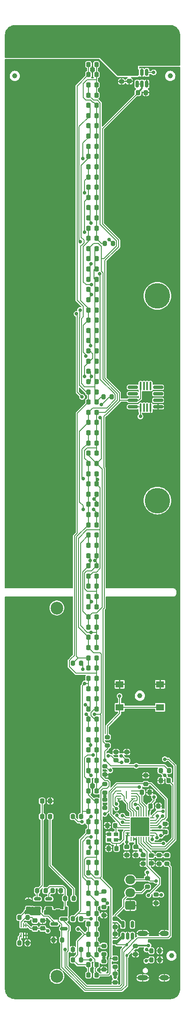
<source format=gbr>
%TF.GenerationSoftware,KiCad,Pcbnew,8.0.7*%
%TF.CreationDate,2024-12-30T17:39:46+01:00*%
%TF.ProjectId,termometer2,7465726d-6f6d-4657-9465-72322e6b6963,rev?*%
%TF.SameCoordinates,Original*%
%TF.FileFunction,Copper,L1,Top*%
%TF.FilePolarity,Positive*%
%FSLAX46Y46*%
G04 Gerber Fmt 4.6, Leading zero omitted, Abs format (unit mm)*
G04 Created by KiCad (PCBNEW 8.0.7) date 2024-12-30 17:39:46*
%MOMM*%
%LPD*%
G01*
G04 APERTURE LIST*
G04 Aperture macros list*
%AMRoundRect*
0 Rectangle with rounded corners*
0 $1 Rounding radius*
0 $2 $3 $4 $5 $6 $7 $8 $9 X,Y pos of 4 corners*
0 Add a 4 corners polygon primitive as box body*
4,1,4,$2,$3,$4,$5,$6,$7,$8,$9,$2,$3,0*
0 Add four circle primitives for the rounded corners*
1,1,$1+$1,$2,$3*
1,1,$1+$1,$4,$5*
1,1,$1+$1,$6,$7*
1,1,$1+$1,$8,$9*
0 Add four rect primitives between the rounded corners*
20,1,$1+$1,$2,$3,$4,$5,0*
20,1,$1+$1,$4,$5,$6,$7,0*
20,1,$1+$1,$6,$7,$8,$9,0*
20,1,$1+$1,$8,$9,$2,$3,0*%
G04 Aperture macros list end*
%TA.AperFunction,SMDPad,CuDef*%
%ADD10RoundRect,0.218750X-0.218750X-0.256250X0.218750X-0.256250X0.218750X0.256250X-0.218750X0.256250X0*%
%TD*%
%TA.AperFunction,SMDPad,CuDef*%
%ADD11C,1.000000*%
%TD*%
%TA.AperFunction,SMDPad,CuDef*%
%ADD12RoundRect,0.218750X0.218750X0.256250X-0.218750X0.256250X-0.218750X-0.256250X0.218750X-0.256250X0*%
%TD*%
%TA.AperFunction,SMDPad,CuDef*%
%ADD13RoundRect,0.225000X0.250000X-0.225000X0.250000X0.225000X-0.250000X0.225000X-0.250000X-0.225000X0*%
%TD*%
%TA.AperFunction,SMDPad,CuDef*%
%ADD14RoundRect,0.200000X0.200000X0.275000X-0.200000X0.275000X-0.200000X-0.275000X0.200000X-0.275000X0*%
%TD*%
%TA.AperFunction,SMDPad,CuDef*%
%ADD15RoundRect,0.200000X-0.275000X0.200000X-0.275000X-0.200000X0.275000X-0.200000X0.275000X0.200000X0*%
%TD*%
%TA.AperFunction,SMDPad,CuDef*%
%ADD16RoundRect,0.062500X-0.387500X-0.062500X0.387500X-0.062500X0.387500X0.062500X-0.387500X0.062500X0*%
%TD*%
%TA.AperFunction,HeatsinkPad*%
%ADD17R,0.200000X1.600000*%
%TD*%
%TA.AperFunction,SMDPad,CuDef*%
%ADD18RoundRect,0.200000X0.275000X-0.200000X0.275000X0.200000X-0.275000X0.200000X-0.275000X-0.200000X0*%
%TD*%
%TA.AperFunction,WasherPad*%
%ADD19C,5.000000*%
%TD*%
%TA.AperFunction,SMDPad,CuDef*%
%ADD20RoundRect,0.100000X0.100000X-0.712500X0.100000X0.712500X-0.100000X0.712500X-0.100000X-0.712500X0*%
%TD*%
%TA.AperFunction,SMDPad,CuDef*%
%ADD21RoundRect,0.225000X-0.225000X-0.250000X0.225000X-0.250000X0.225000X0.250000X-0.225000X0.250000X0*%
%TD*%
%TA.AperFunction,SMDPad,CuDef*%
%ADD22R,0.900000X0.800000*%
%TD*%
%TA.AperFunction,SMDPad,CuDef*%
%ADD23RoundRect,0.150000X-0.150000X0.512500X-0.150000X-0.512500X0.150000X-0.512500X0.150000X0.512500X0*%
%TD*%
%TA.AperFunction,SMDPad,CuDef*%
%ADD24RoundRect,0.225000X-0.250000X0.225000X-0.250000X-0.225000X0.250000X-0.225000X0.250000X0.225000X0*%
%TD*%
%TA.AperFunction,SMDPad,CuDef*%
%ADD25RoundRect,0.200000X-0.200000X-0.275000X0.200000X-0.275000X0.200000X0.275000X-0.200000X0.275000X0*%
%TD*%
%TA.AperFunction,SMDPad,CuDef*%
%ADD26RoundRect,0.150000X0.150000X-0.512500X0.150000X0.512500X-0.150000X0.512500X-0.150000X-0.512500X0*%
%TD*%
%TA.AperFunction,SMDPad,CuDef*%
%ADD27R,1.550000X1.300000*%
%TD*%
%TA.AperFunction,SMDPad,CuDef*%
%ADD28RoundRect,0.150000X-0.512500X-0.150000X0.512500X-0.150000X0.512500X0.150000X-0.512500X0.150000X0*%
%TD*%
%TA.AperFunction,SMDPad,CuDef*%
%ADD29RoundRect,0.062500X0.062500X-0.325000X0.062500X0.325000X-0.062500X0.325000X-0.062500X-0.325000X0*%
%TD*%
%TA.AperFunction,SMDPad,CuDef*%
%ADD30RoundRect,0.112500X-0.112500X0.187500X-0.112500X-0.187500X0.112500X-0.187500X0.112500X0.187500X0*%
%TD*%
%TA.AperFunction,SMDPad,CuDef*%
%ADD31RoundRect,0.225000X0.225000X0.250000X-0.225000X0.250000X-0.225000X-0.250000X0.225000X-0.250000X0*%
%TD*%
%TA.AperFunction,SMDPad,CuDef*%
%ADD32RoundRect,0.150000X0.587500X0.150000X-0.587500X0.150000X-0.587500X-0.150000X0.587500X-0.150000X0*%
%TD*%
%TA.AperFunction,SMDPad,CuDef*%
%ADD33RoundRect,0.150000X-0.825000X-0.150000X0.825000X-0.150000X0.825000X0.150000X-0.825000X0.150000X0*%
%TD*%
%TA.AperFunction,SMDPad,CuDef*%
%ADD34RoundRect,0.062500X0.062500X-0.375000X0.062500X0.375000X-0.062500X0.375000X-0.062500X-0.375000X0*%
%TD*%
%TA.AperFunction,SMDPad,CuDef*%
%ADD35RoundRect,0.062500X0.375000X-0.062500X0.375000X0.062500X-0.375000X0.062500X-0.375000X-0.062500X0*%
%TD*%
%TA.AperFunction,HeatsinkPad*%
%ADD36R,3.450000X3.450000*%
%TD*%
%TA.AperFunction,ComponentPad*%
%ADD37RoundRect,0.250000X0.725000X-0.600000X0.725000X0.600000X-0.725000X0.600000X-0.725000X-0.600000X0*%
%TD*%
%TA.AperFunction,ComponentPad*%
%ADD38O,1.950000X1.700000*%
%TD*%
%TA.AperFunction,ComponentPad*%
%ADD39C,2.500000*%
%TD*%
%TA.AperFunction,ComponentPad*%
%ADD40O,1.800000X1.000000*%
%TD*%
%TA.AperFunction,ComponentPad*%
%ADD41O,2.100000X1.000000*%
%TD*%
%TA.AperFunction,ViaPad*%
%ADD42C,0.700000*%
%TD*%
%TA.AperFunction,Conductor*%
%ADD43C,0.200000*%
%TD*%
%TA.AperFunction,Conductor*%
%ADD44C,0.300000*%
%TD*%
%TA.AperFunction,Conductor*%
%ADD45C,0.500000*%
%TD*%
G04 APERTURE END LIST*
D10*
%TO.P,D1,1,K*%
%TO.N,/blue*%
X100997500Y-48500000D03*
%TO.P,D1,2,A*%
%TO.N,/purple*%
X102572500Y-48500000D03*
%TD*%
D11*
%TO.P,FID1,*%
%TO.N,*%
X117300000Y-222725190D03*
%TD*%
D12*
%TO.P,D2,1,K*%
%TO.N,/purple*%
X102572500Y-50500000D03*
%TO.P,D2,2,A*%
%TO.N,/blue*%
X100997500Y-50500000D03*
%TD*%
D13*
%TO.P,C10,1*%
%TO.N,+3.3V*%
X116050000Y-198525000D03*
%TO.P,C10,2*%
%TO.N,GND*%
X116050000Y-196975000D03*
%TD*%
D14*
%TO.P,R13,1*%
%TO.N,+3.3V*%
X116825000Y-186500000D03*
%TO.P,R13,2*%
%TO.N,EN*%
X115175000Y-186500000D03*
%TD*%
D12*
%TO.P,D50,1,K*%
%TO.N,/l-green*%
X102572500Y-132500000D03*
%TO.P,D50,2,A*%
%TO.N,/celeste*%
X100997500Y-132500000D03*
%TD*%
D15*
%TO.P,RV11,1*%
%TO.N,IO9*%
X114250000Y-210775000D03*
%TO.P,RV11,2*%
%TO.N,GND*%
X114250000Y-212425000D03*
%TD*%
D10*
%TO.P,D16,1,K*%
%TO.N,/beige*%
X100997500Y-120500000D03*
%TO.P,D16,2,A*%
%TO.N,/celeste*%
X102572500Y-120500000D03*
%TD*%
D16*
%TO.P,U5,1,~{CS}*%
%TO.N,SPICS*%
X106975000Y-190550000D03*
%TO.P,U5,2,DO(IO1)*%
%TO.N,SPIQ*%
X106975000Y-191050000D03*
%TO.P,U5,3,IO2*%
%TO.N,SPIWP*%
X106975000Y-191550000D03*
%TO.P,U5,4,GND*%
%TO.N,GND*%
X106975000Y-192050000D03*
%TO.P,U5,5,DI(IO0)*%
%TO.N,SPID*%
X109825000Y-192050000D03*
%TO.P,U5,6,CLK*%
%TO.N,SPICK*%
X109825000Y-191550000D03*
%TO.P,U5,7,IO3*%
%TO.N,SPIHD*%
X109825000Y-191050000D03*
%TO.P,U5,8,VCC*%
%TO.N,VDD_SPI*%
X109825000Y-190550000D03*
D17*
%TO.P,U5,9*%
%TO.N,N/C*%
X108400000Y-191300000D03*
%TD*%
D12*
%TO.P,D8,1,K*%
%TO.N,/green*%
X102572500Y-142500000D03*
%TO.P,D8,2,A*%
%TO.N,/beige*%
X100997500Y-142500000D03*
%TD*%
D18*
%TO.P,R9,1*%
%TO.N,IO0*%
X104000000Y-222435000D03*
%TO.P,R9,2*%
%TO.N,/l-green*%
X104000000Y-220785000D03*
%TD*%
D12*
%TO.P,D85,1,K*%
%TO.N,/l-green*%
X102572500Y-222500000D03*
%TO.P,D85,2,A*%
%TO.N,/orange*%
X100997500Y-222500000D03*
%TD*%
D13*
%TO.P,C14,1*%
%TO.N,+5V*%
X95000000Y-214075000D03*
%TO.P,C14,2*%
%TO.N,GND*%
X95000000Y-212525000D03*
%TD*%
D14*
%TO.P,R20,1*%
%TO.N,GND*%
X89075000Y-220200000D03*
%TO.P,R20,2*%
%TO.N,Net-(U3-VM)*%
X87425000Y-220200000D03*
%TD*%
D12*
%TO.P,D25,1,K*%
%TO.N,/purple*%
X102572500Y-58500000D03*
%TO.P,D25,2,A*%
%TO.N,/green*%
X100997500Y-58500000D03*
%TD*%
D19*
%TO.P,REF\u002A\u002A,*%
%TO.N,*%
X114550000Y-133750000D03*
%TD*%
D20*
%TO.P,U7,1,DQ*%
%TO.N,IO8*%
X111225000Y-115612500D03*
%TO.P,U7,2,NC*%
%TO.N,unconnected-(U7-NC-Pad2)*%
X111875000Y-115612500D03*
%TO.P,U7,3,NC*%
%TO.N,unconnected-(U7-NC-Pad3)*%
X112525000Y-115612500D03*
%TO.P,U7,4,GND*%
%TO.N,GND*%
X113175000Y-115612500D03*
%TO.P,U7,5,NC*%
%TO.N,unconnected-(U7-NC-Pad5)*%
X113175000Y-111387500D03*
%TO.P,U7,6,NC*%
%TO.N,unconnected-(U7-NC-Pad6)*%
X112525000Y-111387500D03*
%TO.P,U7,7,NC*%
%TO.N,unconnected-(U7-NC-Pad7)*%
X111875000Y-111387500D03*
%TO.P,U7,8,V_{DD}*%
%TO.N,+3.3V*%
X111225000Y-111387500D03*
%TD*%
D21*
%TO.P,C9,1*%
%TO.N,+3.3V*%
X113175000Y-193500000D03*
%TO.P,C9,2*%
%TO.N,GND*%
X114725000Y-193500000D03*
%TD*%
%TO.P,C7,1*%
%TO.N,VDD_SPI*%
X111475000Y-190800000D03*
%TO.P,C7,2*%
%TO.N,GND*%
X113025000Y-190800000D03*
%TD*%
D22*
%TO.P,Y1,1,1*%
%TO.N,Net-(U1-XTAL_P)*%
X105050000Y-200050000D03*
%TO.P,Y1,2,2*%
%TO.N,GND*%
X106450000Y-200050000D03*
%TO.P,Y1,3,3*%
%TO.N,Net-(U1-XTAL_N)*%
X106450000Y-198950000D03*
%TO.P,Y1,4,4*%
%TO.N,GND*%
X105050000Y-198950000D03*
%TD*%
D10*
%TO.P,D22,1,K*%
%TO.N,/celeste*%
X100997500Y-164500000D03*
%TO.P,D22,2,A*%
%TO.N,/l-blue*%
X102572500Y-164500000D03*
%TD*%
D12*
%TO.P,D38,1,K*%
%TO.N,/orange*%
X102572500Y-128500000D03*
%TO.P,D38,2,A*%
%TO.N,/celeste*%
X100997500Y-128500000D03*
%TD*%
D10*
%TO.P,D51,1,K*%
%TO.N,/celeste*%
X100997500Y-134500000D03*
%TO.P,D51,2,A*%
%TO.N,/l-green*%
X102572500Y-134500000D03*
%TD*%
D12*
%TO.P,D37,1,K*%
%TO.N,/blue*%
X102572500Y-98500000D03*
%TO.P,D37,2,A*%
%TO.N,/red*%
X100997500Y-98500000D03*
%TD*%
D15*
%TO.P,RV2,1*%
%TO.N,+3.3V*%
X111750000Y-203075000D03*
%TO.P,RV2,2*%
%TO.N,GND*%
X111750000Y-204725000D03*
%TD*%
D18*
%TO.P,RV4,1*%
%TO.N,IO3*%
X108500000Y-184575000D03*
%TO.P,RV4,2*%
%TO.N,GND*%
X108500000Y-182925000D03*
%TD*%
%TO.P,R15,1*%
%TO.N,+3.3V*%
X112595000Y-209225000D03*
%TO.P,R15,2*%
%TO.N,IO8*%
X112595000Y-207575000D03*
%TD*%
D12*
%TO.P,D15,1,K*%
%TO.N,/blue*%
X102572500Y-90500000D03*
%TO.P,D15,2,A*%
%TO.N,/green*%
X100997500Y-90500000D03*
%TD*%
D10*
%TO.P,D54,1,K*%
%TO.N,/red*%
X100997500Y-176500000D03*
%TO.P,D54,2,A*%
%TO.N,/l-blue*%
X102572500Y-176500000D03*
%TD*%
D15*
%TO.P,RV1,1*%
%TO.N,+5V*%
X110250000Y-220802500D03*
%TO.P,RV1,2*%
%TO.N,GND*%
X110250000Y-222452500D03*
%TD*%
D23*
%TO.P,U8,1,Q*%
%TO.N,IO2*%
X112450000Y-50062500D03*
%TO.P,U8,2,VSS*%
%TO.N,GND*%
X111500000Y-50062500D03*
%TO.P,U8,3,I*%
%TO.N,PAD*%
X110550000Y-50062500D03*
%TO.P,U8,4,AHLB*%
%TO.N,+3.3V*%
X110550000Y-52337500D03*
%TO.P,U8,5,VDD*%
X111500000Y-52337500D03*
%TO.P,U8,6,TOG*%
%TO.N,GND*%
X112450000Y-52337500D03*
%TD*%
D21*
%TO.P,C4,1*%
%TO.N,GND*%
X115225000Y-188500000D03*
%TO.P,C4,2*%
%TO.N,EN*%
X116775000Y-188500000D03*
%TD*%
D24*
%TO.P,C15,1*%
%TO.N,GND*%
X89212500Y-212015000D03*
%TO.P,C15,2*%
%TO.N,VBAT*%
X89212500Y-213565000D03*
%TD*%
D19*
%TO.P,REF\u002A\u002A,*%
%TO.N,*%
X114550000Y-93750000D03*
%TD*%
D10*
%TO.P,D86,1,K*%
%TO.N,/l-green*%
X100997500Y-208500000D03*
%TO.P,D86,2,A*%
%TO.N,/cyan*%
X102572500Y-208500000D03*
%TD*%
%TO.P,D62,1,K*%
%TO.N,/beige*%
X100997500Y-212500000D03*
%TO.P,D62,2,A*%
%TO.N,/l-green*%
X102572500Y-212500000D03*
%TD*%
D12*
%TO.P,D27,1,K*%
%TO.N,/blue*%
X102572500Y-94500000D03*
%TO.P,D27,2,A*%
%TO.N,/beige*%
X100997500Y-94500000D03*
%TD*%
%TO.P,D45,1,K*%
%TO.N,/l-blue*%
X102572500Y-174500000D03*
%TO.P,D45,2,A*%
%TO.N,/beige*%
X100997500Y-174500000D03*
%TD*%
D15*
%TO.P,RV7,1*%
%TO.N,IO5*%
X104250000Y-185675000D03*
%TO.P,RV7,2*%
%TO.N,GND*%
X104250000Y-187325000D03*
%TD*%
%TO.P,RV12,1*%
%TO.N,IO10*%
X106200000Y-226275000D03*
%TO.P,RV12,2*%
%TO.N,GND*%
X106200000Y-227925000D03*
%TD*%
D18*
%TO.P,RV9,1*%
%TO.N,IO7*%
X112250000Y-189150000D03*
%TO.P,RV9,2*%
%TO.N,GND*%
X112250000Y-187500000D03*
%TD*%
D24*
%TO.P,C8,1*%
%TO.N,GND*%
X92000000Y-215825000D03*
%TO.P,C8,2*%
%TO.N,/BAT-*%
X92000000Y-217375000D03*
%TD*%
D10*
%TO.P,D34,1,K*%
%TO.N,/beige*%
X100997500Y-60500000D03*
%TO.P,D34,2,A*%
%TO.N,/purple*%
X102572500Y-60500000D03*
%TD*%
%TO.P,D40,1,K*%
%TO.N,/l-green*%
X100997500Y-152500000D03*
%TO.P,D40,2,A*%
%TO.N,/green*%
X102572500Y-152500000D03*
%TD*%
%TO.P,D48,1,K*%
%TO.N,/orange*%
X100997500Y-100500000D03*
%TO.P,D48,2,A*%
%TO.N,/blue*%
X102572500Y-100500000D03*
%TD*%
D12*
%TO.P,D87,1,K*%
%TO.N,/cyan*%
X102572500Y-210500000D03*
%TO.P,D87,2,A*%
%TO.N,/l-green*%
X100997500Y-210500000D03*
%TD*%
D18*
%TO.P,R26,1*%
%TO.N,GND*%
X114900000Y-204725000D03*
%TO.P,R26,2*%
%TO.N,IO1*%
X114900000Y-203075000D03*
%TD*%
D12*
%TO.P,D33,1,K*%
%TO.N,/l-blue*%
X102572500Y-170500000D03*
%TO.P,D33,2,A*%
%TO.N,/green*%
X100997500Y-170500000D03*
%TD*%
%TO.P,D41,1,K*%
%TO.N,/green*%
X102572500Y-154500000D03*
%TO.P,D41,2,A*%
%TO.N,/l-green*%
X100997500Y-154500000D03*
%TD*%
D25*
%TO.P,R6,1*%
%TO.N,/CC1*%
X113350000Y-221750000D03*
%TO.P,R6,2*%
%TO.N,GND*%
X115000000Y-221750000D03*
%TD*%
D10*
%TO.P,D20,1,K*%
%TO.N,/orange*%
X100997500Y-160500000D03*
%TO.P,D20,2,A*%
%TO.N,/beige*%
X102572500Y-160500000D03*
%TD*%
%TO.P,D30,1,K*%
%TO.N,/orange*%
X100997500Y-148500000D03*
%TO.P,D30,2,A*%
%TO.N,/green*%
X102572500Y-148500000D03*
%TD*%
%TO.P,D11,1,K*%
%TO.N,Net-(D11-K)*%
X91912500Y-195500000D03*
%TO.P,D11,2,A*%
%TO.N,Net-(D11-A)*%
X93487500Y-195500000D03*
%TD*%
%TO.P,D26,1,K*%
%TO.N,/beige*%
X100997500Y-92500000D03*
%TO.P,D26,2,A*%
%TO.N,/blue*%
X102572500Y-92500000D03*
%TD*%
D12*
%TO.P,D60,1,K*%
%TO.N,/cyan*%
X102572500Y-136500000D03*
%TO.P,D60,2,A*%
%TO.N,/celeste*%
X100997500Y-136500000D03*
%TD*%
D18*
%TO.P,R7,1*%
%TO.N,IO6*%
X104000000Y-211825000D03*
%TO.P,R7,2*%
%TO.N,/cyan*%
X104000000Y-210175000D03*
%TD*%
D25*
%TO.P,R18,1*%
%TO.N,GND*%
X94175000Y-219600000D03*
%TO.P,R18,2*%
%TO.N,+5V*%
X95825000Y-219600000D03*
%TD*%
D26*
%TO.P,U2,1,IN*%
%TO.N,VCC*%
X107750000Y-218887500D03*
%TO.P,U2,2,GND*%
%TO.N,GND*%
X108700000Y-218887500D03*
%TO.P,U2,3,EN*%
%TO.N,VCC*%
X109650000Y-218887500D03*
%TO.P,U2,4,NC*%
%TO.N,unconnected-(U2-NC-Pad4)*%
X109650000Y-216612500D03*
%TO.P,U2,5,OUT*%
%TO.N,+3.3V*%
X107750000Y-216612500D03*
%TD*%
D12*
%TO.P,D49,1,K*%
%TO.N,/blue*%
X102572500Y-102500000D03*
%TO.P,D49,2,A*%
%TO.N,/orange*%
X100997500Y-102500000D03*
%TD*%
D24*
%TO.P,C1,1*%
%TO.N,Net-(U3-VCC)*%
X90500000Y-215825000D03*
%TO.P,C1,2*%
%TO.N,/BAT-*%
X90500000Y-217375000D03*
%TD*%
D11*
%TO.P,FID2,*%
%TO.N,*%
X86550000Y-50750000D03*
%TD*%
D12*
%TO.P,D19,1,K*%
%TO.N,/green*%
X102572500Y-146500000D03*
%TO.P,D19,2,A*%
%TO.N,/red*%
X100997500Y-146500000D03*
%TD*%
%TO.P,D81,1,K*%
%TO.N,/blue*%
X102572500Y-114500000D03*
%TO.P,D81,2,A*%
%TO.N,/l-blue*%
X100997500Y-114500000D03*
%TD*%
D14*
%TO.P,R24,1*%
%TO.N,+5V*%
X92575000Y-210000000D03*
%TO.P,R24,2*%
%TO.N,Net-(D11-K)*%
X90925000Y-210000000D03*
%TD*%
%TO.P,R14,1*%
%TO.N,IO20*%
X99575000Y-223500000D03*
%TO.P,R14,2*%
%TO.N,/red*%
X97925000Y-223500000D03*
%TD*%
D12*
%TO.P,D55,1,K*%
%TO.N,/l-blue*%
X102572500Y-178500000D03*
%TO.P,D55,2,A*%
%TO.N,/red*%
X100997500Y-178500000D03*
%TD*%
D25*
%TO.P,R5,1*%
%TO.N,/CC2*%
X113350000Y-223500000D03*
%TO.P,R5,2*%
%TO.N,GND*%
X115000000Y-223500000D03*
%TD*%
D10*
%TO.P,D39,1,K*%
%TO.N,/celeste*%
X100997500Y-130500000D03*
%TO.P,D39,2,A*%
%TO.N,/orange*%
X102572500Y-130500000D03*
%TD*%
D27*
%TO.P,SW3,1,A*%
%TO.N,IO2*%
X115075000Y-174150001D03*
X107125000Y-174150001D03*
%TO.P,SW3,3,B*%
%TO.N,GND*%
X115075000Y-169650001D03*
X107125000Y-169650001D03*
%TD*%
D10*
%TO.P,D74,1,K*%
%TO.N,/orange*%
X100997500Y-204500000D03*
%TO.P,D74,2,A*%
%TO.N,/cyan*%
X102572500Y-204500000D03*
%TD*%
%TO.P,D29,1,K*%
%TO.N,/celeste*%
X100997500Y-126500000D03*
%TO.P,D29,2,A*%
%TO.N,/red*%
X102572500Y-126500000D03*
%TD*%
%TO.P,D9,1,K*%
%TO.N,/red*%
X100997500Y-156500000D03*
%TO.P,D9,2,A*%
%TO.N,/beige*%
X102572500Y-156500000D03*
%TD*%
%TO.P,D80,1,K*%
%TO.N,/l-blue*%
X100997500Y-112500000D03*
%TO.P,D80,2,A*%
%TO.N,/blue*%
X102572500Y-112500000D03*
%TD*%
D18*
%TO.P,RV5,1*%
%TO.N,IO21*%
X106400000Y-184525000D03*
%TO.P,RV5,2*%
%TO.N,GND*%
X106400000Y-182875000D03*
%TD*%
D10*
%TO.P,D90,1,K*%
%TO.N,/l-blue*%
X100997500Y-80500000D03*
%TO.P,D90,2,A*%
%TO.N,/purple*%
X102572500Y-80500000D03*
%TD*%
D13*
%TO.P,C3,1*%
%TO.N,GND*%
X110300000Y-203025000D03*
%TO.P,C3,2*%
%TO.N,+3.3V*%
X110300000Y-201475000D03*
%TD*%
D21*
%TO.P,C6,1*%
%TO.N,GND*%
X104975000Y-201750000D03*
%TO.P,C6,2*%
%TO.N,Net-(U1-XTAL_P)*%
X106525000Y-201750000D03*
%TD*%
D10*
%TO.P,D32,1,K*%
%TO.N,/green*%
X100997500Y-168500000D03*
%TO.P,D32,2,A*%
%TO.N,/l-blue*%
X102572500Y-168500000D03*
%TD*%
D12*
%TO.P,D89,1,K*%
%TO.N,/l-blue*%
X102572500Y-190500000D03*
%TO.P,D89,2,A*%
%TO.N,/cyan*%
X100997500Y-190500000D03*
%TD*%
%TO.P,D53,1,K*%
%TO.N,/cyan*%
X102572500Y-198500000D03*
%TO.P,D53,2,A*%
%TO.N,/beige*%
X100997500Y-198500000D03*
%TD*%
%TO.P,D31,1,K*%
%TO.N,/green*%
X102572500Y-150500000D03*
%TO.P,D31,2,A*%
%TO.N,/orange*%
X100997500Y-150500000D03*
%TD*%
D10*
%TO.P,D68,1,K*%
%TO.N,/l-green*%
X100997500Y-72500000D03*
%TO.P,D68,2,A*%
%TO.N,/purple*%
X102572500Y-72500000D03*
%TD*%
D15*
%TO.P,R25,1*%
%TO.N,IO1*%
X116400000Y-203075000D03*
%TO.P,R25,2*%
%TO.N,VBAT*%
X116400000Y-204725000D03*
%TD*%
D21*
%TO.P,C5,1*%
%TO.N,GND*%
X104725000Y-197250000D03*
%TO.P,C5,2*%
%TO.N,Net-(U1-XTAL_N)*%
X106275000Y-197250000D03*
%TD*%
D10*
%TO.P,D42,1,K*%
%TO.N,/green*%
X100997500Y-192500000D03*
%TO.P,D42,2,A*%
%TO.N,/cyan*%
X102572500Y-192500000D03*
%TD*%
D12*
%TO.P,D75,1,K*%
%TO.N,/cyan*%
X102572500Y-206500000D03*
%TO.P,D75,2,A*%
%TO.N,/orange*%
X100997500Y-206500000D03*
%TD*%
D14*
%TO.P,R16,1*%
%TO.N,GND*%
X95575000Y-210000000D03*
%TO.P,R16,2*%
%TO.N,Net-(U4-PROG)*%
X93925000Y-210000000D03*
%TD*%
D12*
%TO.P,D13,1,K*%
%TO.N,/purple*%
X102572500Y-54500000D03*
%TO.P,D13,2,A*%
%TO.N,/celeste*%
X100997500Y-54500000D03*
%TD*%
D13*
%TO.P,C12,1*%
%TO.N,GND*%
X106200000Y-217075000D03*
%TO.P,C12,2*%
%TO.N,+3.3V*%
X106200000Y-215525000D03*
%TD*%
D28*
%TO.P,U4,1,STAT*%
%TO.N,Net-(D11-K)*%
X90962500Y-211600000D03*
%TO.P,U4,2,GND*%
%TO.N,GND*%
X90962500Y-212550000D03*
%TO.P,U4,3,VBAT*%
%TO.N,VBAT*%
X90962500Y-213500000D03*
%TO.P,U4,4,VDD*%
%TO.N,+5V*%
X93237500Y-213500000D03*
%TO.P,U4,5,PROG*%
%TO.N,Net-(U4-PROG)*%
X93237500Y-211600000D03*
%TD*%
D12*
%TO.P,D6,1,K*%
%TO.N,/celeste*%
X102572500Y-118500000D03*
%TO.P,D6,2,A*%
%TO.N,/green*%
X100997500Y-118500000D03*
%TD*%
D18*
%TO.P,R12,1*%
%TO.N,IO10*%
X106200000Y-224925000D03*
%TO.P,R12,2*%
%TO.N,/orange*%
X106200000Y-223275000D03*
%TD*%
D12*
%TO.P,D91,1,K*%
%TO.N,/purple*%
X102572500Y-82500000D03*
%TO.P,D91,2,A*%
%TO.N,/l-blue*%
X100997500Y-82500000D03*
%TD*%
D10*
%TO.P,D46,1,K*%
%TO.N,/red*%
X100997500Y-64500000D03*
%TO.P,D46,2,A*%
%TO.N,/purple*%
X102572500Y-64500000D03*
%TD*%
%TO.P,D14,1,K*%
%TO.N,/green*%
X100997500Y-88500000D03*
%TO.P,D14,2,A*%
%TO.N,/blue*%
X102572500Y-88500000D03*
%TD*%
D29*
%TO.P,U3,1,VM*%
%TO.N,Net-(U3-VM)*%
X87750000Y-218750000D03*
%TO.P,U3,2,S1*%
%TO.N,GND*%
X88250000Y-218750000D03*
%TO.P,U3,3,S1*%
X88750000Y-218750000D03*
%TO.P,U3,4,S2*%
%TO.N,/BAT-*%
X88750000Y-216775000D03*
%TO.P,U3,5,S2*%
X88250000Y-216775000D03*
%TO.P,U3,6,VCC*%
%TO.N,Net-(U3-VCC)*%
X87750000Y-216775000D03*
%TD*%
D10*
%TO.P,D82,1,K*%
%TO.N,/red*%
X100997500Y-224500000D03*
%TO.P,D82,2,A*%
%TO.N,/orange*%
X102572500Y-224500000D03*
%TD*%
%TO.P,D72,1,K*%
%TO.N,/red*%
X100997500Y-216500000D03*
%TO.P,D72,2,A*%
%TO.N,/l-green*%
X102572500Y-216500000D03*
%TD*%
%TO.P,D36,1,K*%
%TO.N,/red*%
X100997500Y-96500000D03*
%TO.P,D36,2,A*%
%TO.N,/blue*%
X102572500Y-96500000D03*
%TD*%
D11*
%TO.P,FID3,*%
%TO.N,*%
X117050000Y-50750000D03*
%TD*%
D12*
%TO.P,D59,1,K*%
%TO.N,/blue*%
X102572500Y-106500000D03*
%TO.P,D59,2,A*%
%TO.N,/l-green*%
X100997500Y-106500000D03*
%TD*%
D10*
%TO.P,D52,1,K*%
%TO.N,/beige*%
X100997500Y-196500000D03*
%TO.P,D52,2,A*%
%TO.N,/cyan*%
X102572500Y-196500000D03*
%TD*%
%TO.P,D24,1,K*%
%TO.N,/green*%
X100997500Y-56500000D03*
%TO.P,D24,2,A*%
%TO.N,/purple*%
X102572500Y-56500000D03*
%TD*%
%TO.P,D56,1,K*%
%TO.N,/orange*%
X100997500Y-68500000D03*
%TO.P,D56,2,A*%
%TO.N,/purple*%
X102572500Y-68500000D03*
%TD*%
D25*
%TO.P,R8,1*%
%TO.N,IO7*%
X97925000Y-195500000D03*
%TO.P,R8,2*%
%TO.N,/green*%
X99575000Y-195500000D03*
%TD*%
D10*
%TO.P,D61,1,K*%
%TO.N,/celeste*%
X100997500Y-138500000D03*
%TO.P,D61,2,A*%
%TO.N,/cyan*%
X102572500Y-138500000D03*
%TD*%
D12*
%TO.P,D35,1,K*%
%TO.N,/purple*%
X102572500Y-62500000D03*
%TO.P,D35,2,A*%
%TO.N,/beige*%
X100997500Y-62500000D03*
%TD*%
%TO.P,D17,1,K*%
%TO.N,/celeste*%
X102572500Y-122500000D03*
%TO.P,D17,2,A*%
%TO.N,/beige*%
X100997500Y-122500000D03*
%TD*%
D24*
%TO.P,C16,1*%
%TO.N,+3.3V*%
X108500000Y-201475000D03*
%TO.P,C16,2*%
%TO.N,GND*%
X108500000Y-203025000D03*
%TD*%
D12*
%TO.P,D4,1,K*%
%TO.N,/blue*%
X102572500Y-86500000D03*
%TO.P,D4,2,A*%
%TO.N,/celeste*%
X100997500Y-86500000D03*
%TD*%
D14*
%TO.P,R10,1*%
%TO.N,IO9*%
X99575000Y-215500000D03*
%TO.P,R10,2*%
%TO.N,/beige*%
X97925000Y-215500000D03*
%TD*%
D13*
%TO.P,C17,1*%
%TO.N,GND*%
X109000000Y-51775000D03*
%TO.P,C17,2*%
%TO.N,PAD*%
X109000000Y-50225000D03*
%TD*%
D10*
%TO.P,D18,1,K*%
%TO.N,/red*%
X100997500Y-144500000D03*
%TO.P,D18,2,A*%
%TO.N,/green*%
X102572500Y-144500000D03*
%TD*%
%TO.P,D76,1,K*%
%TO.N,/l-green*%
X100997500Y-184500000D03*
%TO.P,D76,2,A*%
%TO.N,/l-blue*%
X102572500Y-184500000D03*
%TD*%
D15*
%TO.P,RV10,1*%
%TO.N,IO0*%
X104000000Y-223785000D03*
%TO.P,RV10,2*%
%TO.N,GND*%
X104000000Y-225435000D03*
%TD*%
D10*
%TO.P,D44,1,K*%
%TO.N,/beige*%
X100997500Y-172500000D03*
%TO.P,D44,2,A*%
%TO.N,/l-blue*%
X102572500Y-172500000D03*
%TD*%
D12*
%TO.P,D69,1,K*%
%TO.N,/purple*%
X102572500Y-74500000D03*
%TO.P,D69,2,A*%
%TO.N,/l-green*%
X100997500Y-74500000D03*
%TD*%
%TO.P,D71,1,K*%
%TO.N,/blue*%
X102572500Y-110500000D03*
%TO.P,D71,2,A*%
%TO.N,/cyan*%
X100997500Y-110500000D03*
%TD*%
D10*
%TO.P,D5,1,K*%
%TO.N,/green*%
X100997500Y-116500000D03*
%TO.P,D5,2,A*%
%TO.N,/celeste*%
X102572500Y-116500000D03*
%TD*%
D15*
%TO.P,RV6,1*%
%TO.N,IO4*%
X104250000Y-192175000D03*
%TO.P,RV6,2*%
%TO.N,GND*%
X104250000Y-193825000D03*
%TD*%
D12*
%TO.P,D43,1,K*%
%TO.N,/cyan*%
X102572500Y-194500000D03*
%TO.P,D43,2,A*%
%TO.N,/green*%
X100997500Y-194500000D03*
%TD*%
%TO.P,D21,1,K*%
%TO.N,/beige*%
X102572500Y-162500000D03*
%TO.P,D21,2,A*%
%TO.N,/orange*%
X100997500Y-162500000D03*
%TD*%
D10*
%TO.P,D12,1,K*%
%TO.N,/celeste*%
X100997500Y-52500000D03*
%TO.P,D12,2,A*%
%TO.N,/purple*%
X102572500Y-52500000D03*
%TD*%
D12*
%TO.P,D67,1,K*%
%TO.N,/l-blue*%
X102572500Y-182500000D03*
%TO.P,D67,2,A*%
%TO.N,/orange*%
X100997500Y-182500000D03*
%TD*%
%TO.P,D83,1,K*%
%TO.N,/orange*%
X102572500Y-226500000D03*
%TO.P,D83,2,A*%
%TO.N,/red*%
X100997500Y-226500000D03*
%TD*%
D13*
%TO.P,C13,1*%
%TO.N,GND*%
X113350000Y-204675000D03*
%TO.P,C13,2*%
%TO.N,IO1*%
X113350000Y-203125000D03*
%TD*%
D10*
%TO.P,D84,1,K*%
%TO.N,/orange*%
X100997500Y-220500000D03*
%TO.P,D84,2,A*%
%TO.N,/l-green*%
X102572500Y-220500000D03*
%TD*%
D12*
%TO.P,D47,1,K*%
%TO.N,/purple*%
X102572500Y-66500000D03*
%TO.P,D47,2,A*%
%TO.N,/red*%
X100997500Y-66500000D03*
%TD*%
%TO.P,D77,1,K*%
%TO.N,/l-blue*%
X102572500Y-186500000D03*
%TO.P,D77,2,A*%
%TO.N,/l-green*%
X100997500Y-186500000D03*
%TD*%
D25*
%TO.P,R17,1*%
%TO.N,+5V*%
X96425000Y-211500000D03*
%TO.P,R17,2*%
%TO.N,Net-(D11-A)*%
X98075000Y-211500000D03*
%TD*%
D30*
%TO.P,D93,1,K*%
%TO.N,VCC*%
X108500000Y-220600000D03*
%TO.P,D93,2,A*%
%TO.N,+5V*%
X108500000Y-222700000D03*
%TD*%
D12*
%TO.P,D10,1,K*%
%TO.N,/beige*%
X102572500Y-158500000D03*
%TO.P,D10,2,A*%
%TO.N,/red*%
X100997500Y-158500000D03*
%TD*%
D14*
%TO.P,R2,1*%
%TO.N,IO21*%
X105575000Y-113500000D03*
%TO.P,R2,2*%
%TO.N,/blue*%
X103925000Y-113500000D03*
%TD*%
D15*
%TO.P,RV8,1*%
%TO.N,IO6*%
X104000000Y-213175000D03*
%TO.P,RV8,2*%
%TO.N,GND*%
X104000000Y-214825000D03*
%TD*%
D12*
%TO.P,D65,1,K*%
%TO.N,/cyan*%
X102572500Y-202500000D03*
%TO.P,D65,2,A*%
%TO.N,/red*%
X100997500Y-202500000D03*
%TD*%
D10*
%TO.P,D88,1,K*%
%TO.N,/cyan*%
X100997500Y-188500000D03*
%TO.P,D88,2,A*%
%TO.N,/l-blue*%
X102572500Y-188500000D03*
%TD*%
%TO.P,D58,1,K*%
%TO.N,/l-green*%
X100997500Y-104500000D03*
%TO.P,D58,2,A*%
%TO.N,/blue*%
X102572500Y-104500000D03*
%TD*%
%TO.P,D70,1,K*%
%TO.N,/cyan*%
X100997500Y-108500000D03*
%TO.P,D70,2,A*%
%TO.N,/blue*%
X102572500Y-108500000D03*
%TD*%
D31*
%TO.P,C21,1*%
%TO.N,GND*%
X112275000Y-54000000D03*
%TO.P,C21,2*%
%TO.N,+3.3V*%
X110725000Y-54000000D03*
%TD*%
D12*
%TO.P,D57,1,K*%
%TO.N,/purple*%
X102572500Y-70500000D03*
%TO.P,D57,2,A*%
%TO.N,/orange*%
X100997500Y-70500000D03*
%TD*%
D10*
%TO.P,D66,1,K*%
%TO.N,/orange*%
X100997500Y-180500000D03*
%TO.P,D66,2,A*%
%TO.N,/l-blue*%
X102572500Y-180500000D03*
%TD*%
D12*
%TO.P,D73,1,K*%
%TO.N,/l-green*%
X102572500Y-218500000D03*
%TO.P,D73,2,A*%
%TO.N,/red*%
X100997500Y-218500000D03*
%TD*%
D14*
%TO.P,R4,1*%
%TO.N,IO5*%
X99575000Y-165500000D03*
%TO.P,R4,2*%
%TO.N,/celeste*%
X97925000Y-165500000D03*
%TD*%
D10*
%TO.P,D7,1,K*%
%TO.N,/beige*%
X100997500Y-140500000D03*
%TO.P,D7,2,A*%
%TO.N,/green*%
X102572500Y-140500000D03*
%TD*%
D14*
%TO.P,RV13,1*%
%TO.N,IO20*%
X99575000Y-221500000D03*
%TO.P,RV13,2*%
%TO.N,GND*%
X97925000Y-221500000D03*
%TD*%
D10*
%TO.P,D78,1,K*%
%TO.N,/cyan*%
X100997500Y-76500000D03*
%TO.P,D78,2,A*%
%TO.N,/purple*%
X102572500Y-76500000D03*
%TD*%
D18*
%TO.P,R3,1*%
%TO.N,IO4*%
X104250000Y-190825000D03*
%TO.P,R3,2*%
%TO.N,/l-blue*%
X104250000Y-189175000D03*
%TD*%
D12*
%TO.P,D79,1,K*%
%TO.N,/purple*%
X102572500Y-78500000D03*
%TO.P,D79,2,A*%
%TO.N,/cyan*%
X100997500Y-78500000D03*
%TD*%
D32*
%TO.P,Q1,1,G*%
%TO.N,+5V*%
X96175000Y-217450000D03*
%TO.P,Q1,2,S*%
%TO.N,VCC*%
X96175000Y-215550000D03*
%TO.P,Q1,3,D*%
%TO.N,VBAT*%
X94300000Y-216500000D03*
%TD*%
D10*
%TO.P,D64,1,K*%
%TO.N,/red*%
X100997500Y-200500000D03*
%TO.P,D64,2,A*%
%TO.N,/cyan*%
X102572500Y-200500000D03*
%TD*%
D12*
%TO.P,D92,1,K*%
%TO.N,GND*%
X93487500Y-192500000D03*
%TO.P,D92,2,A*%
%TO.N,Net-(D11-K)*%
X91912500Y-192500000D03*
%TD*%
D33*
%TO.P,U6,1,NC*%
%TO.N,unconnected-(U6-NC-Pad1)*%
X109725000Y-111595000D03*
%TO.P,U6,2,NC*%
%TO.N,unconnected-(U6-NC-Pad2)*%
X109725000Y-112865000D03*
%TO.P,U6,3,V_{DD}*%
%TO.N,+3.3V*%
X109725000Y-114135000D03*
%TO.P,U6,4,DQ*%
%TO.N,IO8*%
X109725000Y-115405000D03*
%TO.P,U6,5,GND*%
%TO.N,GND*%
X114675000Y-115405000D03*
%TO.P,U6,6,NC*%
%TO.N,unconnected-(U6-NC-Pad6)*%
X114675000Y-114135000D03*
%TO.P,U6,7,NC*%
%TO.N,unconnected-(U6-NC-Pad7)*%
X114675000Y-112865000D03*
%TO.P,U6,8,NC*%
%TO.N,unconnected-(U6-NC-Pad8)*%
X114675000Y-111595000D03*
%TD*%
D34*
%TO.P,U1,1,LNA_IN*%
%TO.N,unconnected-(U1-LNA_IN-Pad1)*%
X109362500Y-199937500D03*
%TO.P,U1,2,VDD3P3*%
%TO.N,+3.3V*%
X109862500Y-199937500D03*
%TO.P,U1,3,VDD3P3*%
X110362500Y-199937500D03*
%TO.P,U1,4,XTAL_32K_P/ADC1_CH0*%
%TO.N,IO0*%
X110862500Y-199937500D03*
%TO.P,U1,5,XTAL_32K_N/ADC1_CH1*%
%TO.N,IO1*%
X111362500Y-199937500D03*
%TO.P,U1,6,GPIO2/ADC1_CH2*%
%TO.N,IO2*%
X111862500Y-199937500D03*
%TO.P,U1,7,CHIP_EN*%
%TO.N,EN*%
X112362500Y-199937500D03*
%TO.P,U1,8,GPIO3/ADC1_CH3*%
%TO.N,IO3*%
X112862500Y-199937500D03*
D35*
%TO.P,U1,9,MTMS/GPIO4/ADC1_CH4*%
%TO.N,IO4*%
X113550000Y-199250000D03*
%TO.P,U1,10,MTDI/GPIO5/ADC2_CH0*%
%TO.N,IO5*%
X113550000Y-198750000D03*
%TO.P,U1,11,VDD3P3_RTC*%
%TO.N,+3.3V*%
X113550000Y-198250000D03*
%TO.P,U1,12,MTCK/GPIO6*%
%TO.N,IO6*%
X113550000Y-197750000D03*
%TO.P,U1,13,MTDO/GPIO7*%
%TO.N,IO7*%
X113550000Y-197250000D03*
%TO.P,U1,14,GPIO8*%
%TO.N,IO8*%
X113550000Y-196750000D03*
%TO.P,U1,15,GPIO9/BOOT*%
%TO.N,IO9*%
X113550000Y-196250000D03*
%TO.P,U1,16,GPIO10*%
%TO.N,IO10*%
X113550000Y-195750000D03*
D34*
%TO.P,U1,17,VDD3P3_CPU*%
%TO.N,+3.3V*%
X112862500Y-195062500D03*
%TO.P,U1,18,VDD_SPI/GPIO11*%
%TO.N,VDD_SPI*%
X112362500Y-195062500D03*
%TO.P,U1,19,SPIHD/GPIO12*%
%TO.N,SPIHD*%
X111862500Y-195062500D03*
%TO.P,U1,20,SPIWP/GPIO13*%
%TO.N,SPIWP*%
X111362500Y-195062500D03*
%TO.P,U1,21,SPICS0/GPIO14*%
%TO.N,SPICS*%
X110862500Y-195062500D03*
%TO.P,U1,22,SPICLK/GPIO15*%
%TO.N,SPICK*%
X110362500Y-195062500D03*
%TO.P,U1,23,SPID/GPIO16*%
%TO.N,SPID*%
X109862500Y-195062500D03*
%TO.P,U1,24,SPIQ/GPIO17*%
%TO.N,SPIQ*%
X109362500Y-195062500D03*
D35*
%TO.P,U1,25,GPIO18/USB_D-*%
%TO.N,D-*%
X108675000Y-195750000D03*
%TO.P,U1,26,GPIO19/USB_D+*%
%TO.N,D+*%
X108675000Y-196250000D03*
%TO.P,U1,27,U0RXD/GPIO20*%
%TO.N,IO20*%
X108675000Y-196750000D03*
%TO.P,U1,28,U0TXD/GPIO21*%
%TO.N,IO21*%
X108675000Y-197250000D03*
%TO.P,U1,29,XTAL_N*%
%TO.N,Net-(U1-XTAL_N)*%
X108675000Y-197750000D03*
%TO.P,U1,30,XTAL_P*%
%TO.N,Net-(U1-XTAL_P)*%
X108675000Y-198250000D03*
%TO.P,U1,31,VDDA*%
%TO.N,+3.3V*%
X108675000Y-198750000D03*
%TO.P,U1,32,VDDA*%
X108675000Y-199250000D03*
D36*
%TO.P,U1,33,GND*%
%TO.N,GND*%
X111112500Y-197500000D03*
%TD*%
D15*
%TO.P,RV3,1*%
%TO.N,PAD*%
X107500000Y-50175000D03*
%TO.P,RV3,2*%
%TO.N,GND*%
X107500000Y-51825000D03*
%TD*%
D12*
%TO.P,D23,1,K*%
%TO.N,/l-blue*%
X102572500Y-166500000D03*
%TO.P,D23,2,A*%
%TO.N,/celeste*%
X100997500Y-166500000D03*
%TD*%
D18*
%TO.P,R19,1*%
%TO.N,+3.3V*%
X104700000Y-181625000D03*
%TO.P,R19,2*%
%TO.N,IO2*%
X104700000Y-179975000D03*
%TD*%
D24*
%TO.P,C11,1*%
%TO.N,GND*%
X106200000Y-218475000D03*
%TO.P,C11,2*%
%TO.N,VCC*%
X106200000Y-220025000D03*
%TD*%
D10*
%TO.P,D28,1,K*%
%TO.N,/red*%
X100997500Y-124500000D03*
%TO.P,D28,2,A*%
%TO.N,/celeste*%
X102572500Y-124500000D03*
%TD*%
D14*
%TO.P,R11,1*%
%TO.N,Net-(U3-VCC)*%
X89075000Y-215250000D03*
%TO.P,R11,2*%
%TO.N,VBAT*%
X87425000Y-215250000D03*
%TD*%
D11*
%TO.P,FID4,*%
%TO.N,*%
X111100000Y-171900001D03*
%TD*%
D12*
%TO.P,D63,1,K*%
%TO.N,/l-green*%
X102572500Y-214500000D03*
%TO.P,D63,2,A*%
%TO.N,/beige*%
X100997500Y-214500000D03*
%TD*%
D10*
%TO.P,D3,1,K*%
%TO.N,/celeste*%
X100997500Y-84500000D03*
%TO.P,D3,2,A*%
%TO.N,/blue*%
X102572500Y-84500000D03*
%TD*%
D14*
%TO.P,R1,1*%
%TO.N,IO3*%
X105825000Y-83500000D03*
%TO.P,R1,2*%
%TO.N,/purple*%
X104175000Y-83500000D03*
%TD*%
D37*
%TO.P,J3,1,Pin_1*%
%TO.N,GND*%
X109225000Y-212900000D03*
D38*
%TO.P,J3,2,Pin_2*%
%TO.N,+3.3V*%
X109225000Y-210400000D03*
%TO.P,J3,3,Pin_3*%
%TO.N,IO8*%
X109225000Y-207900000D03*
%TD*%
D39*
%TO.P,BT1,1,+*%
%TO.N,VBAT*%
X94800000Y-154750000D03*
%TO.P,BT1,2,-*%
%TO.N,/BAT-*%
X94800000Y-226750000D03*
%TD*%
D40*
%TO.P,J1,S1,SHIELD*%
%TO.N,GND*%
X115870190Y-218405190D03*
D41*
X111670190Y-218405190D03*
D40*
X115870190Y-227045190D03*
D41*
X111670190Y-227045190D03*
%TD*%
D42*
%TO.N,GND*%
X98000000Y-219500000D03*
X112300000Y-197500000D03*
X102151541Y-191500407D03*
X104900000Y-227900000D03*
X112300000Y-184500000D03*
X108800000Y-169700000D03*
X111100000Y-196200000D03*
X92000000Y-212500000D03*
X109800000Y-197500000D03*
X104250000Y-193125000D03*
X104350000Y-216000000D03*
X93800000Y-212500000D03*
X114550000Y-192400000D03*
X116905380Y-193300000D03*
X108250000Y-53000000D03*
X91500000Y-220000000D03*
X107000000Y-213100000D03*
X113500000Y-187500000D03*
X112225000Y-113512500D03*
X92900000Y-212500000D03*
X108700000Y-217662500D03*
X111050000Y-198750000D03*
X109400000Y-204250000D03*
X107680762Y-192900001D03*
X103000000Y-225500000D03*
%TO.N,EN*%
X116000000Y-187500000D03*
%TO.N,+3.3V*%
X113898449Y-191697150D03*
X111200380Y-202099620D03*
X108500000Y-200509620D03*
X115250000Y-199250000D03*
X104250000Y-184500000D03*
X110400000Y-185600000D03*
%TO.N,+5V*%
X93700000Y-214300000D03*
X112795190Y-220703428D03*
X92800000Y-214300000D03*
%TO.N,/l-blue*%
X101608945Y-91553491D03*
X99350000Y-96500000D03*
%TO.N,/green*%
X102270000Y-145500000D03*
X103172756Y-89462647D03*
X100000000Y-135500000D03*
X99411021Y-83185568D03*
X100250000Y-169500000D03*
X101492080Y-87511319D03*
%TO.N,/beige*%
X99928450Y-66928450D03*
X101535999Y-159506484D03*
X101500000Y-195500000D03*
X98650000Y-97250000D03*
X101585700Y-93500000D03*
X100000000Y-129500000D03*
X99750000Y-113500000D03*
X100426900Y-173650000D03*
%TO.N,/red*%
X101300000Y-145500000D03*
X101300000Y-201500000D03*
X100555454Y-175505854D03*
X99000000Y-217500000D03*
X103250000Y-117500000D03*
X100500000Y-105500000D03*
%TO.N,/orange*%
X101400000Y-181500000D03*
X100250000Y-73577600D03*
X101383661Y-103437361D03*
X102153114Y-175499999D03*
X102748658Y-129656946D03*
%TO.N,/l-green*%
X100250000Y-109525343D03*
X102050000Y-133450000D03*
X101500000Y-187500000D03*
X101550000Y-153500000D03*
X101541207Y-199514414D03*
X100209120Y-81316541D03*
%TO.N,/cyan*%
X101903409Y-183470074D03*
X101566300Y-109453700D03*
X101500000Y-79500000D03*
X102000000Y-135500000D03*
%TO.N,D-*%
X107684461Y-195350001D03*
%TO.N,D+*%
X106611165Y-195291925D03*
%TO.N,IO21*%
X111000000Y-189750000D03*
X103550000Y-114963900D03*
X104900000Y-183637500D03*
X107495115Y-184950000D03*
%TO.N,IO20*%
X107704409Y-196650000D03*
X101432242Y-223496757D03*
%TO.N,IO9*%
X114550000Y-195400000D03*
X101500000Y-215500000D03*
X115300000Y-210800000D03*
%TO.N,IO2*%
X113800000Y-50062500D03*
X115990380Y-184309620D03*
X107100000Y-171960000D03*
%TO.N,IO4*%
X113537500Y-200011959D03*
X104250000Y-191500000D03*
%TO.N,IO5*%
X99850000Y-166700000D03*
X114440537Y-199643412D03*
X105272917Y-186477082D03*
%TO.N,IO6*%
X104750000Y-212462500D03*
X115049999Y-197550001D03*
%TO.N,IO7*%
X99750000Y-196542578D03*
X104171572Y-194999999D03*
%TO.N,IO8*%
X111200000Y-117300000D03*
X112550000Y-206400000D03*
X115546247Y-195446247D03*
X114250000Y-208100000D03*
%TO.N,IO10*%
X115605380Y-194500090D03*
X106200000Y-226900000D03*
%TO.N,IO0*%
X104000000Y-223100000D03*
X112800000Y-210900000D03*
%TO.N,/CC2*%
X112351008Y-223730818D03*
%TO.N,/CC1*%
X112385570Y-221504810D03*
%TO.N,VBAT*%
X96400000Y-221500000D03*
X90000000Y-213500000D03*
X90000000Y-214400000D03*
%TO.N,/BAT-*%
X93000000Y-217850000D03*
%TO.N,IO3*%
X105037500Y-82712500D03*
X115715288Y-200772825D03*
X107400000Y-183650000D03*
%TO.N,SPIWP*%
X106507859Y-193056000D03*
X110185716Y-193125000D03*
%TO.N,SPICS*%
X106496050Y-193963431D03*
X110668404Y-193931593D03*
%TD*%
D43*
%TO.N,Net-(U1-XTAL_N)*%
X106450000Y-198000000D02*
X106450000Y-197425000D01*
X106450000Y-198950000D02*
X106450000Y-198000000D01*
X106775000Y-197750000D02*
X108675000Y-197750000D01*
X106450000Y-197425000D02*
X106275000Y-197250000D01*
X106275000Y-197250000D02*
X106775000Y-197750000D01*
%TO.N,GND*%
X105300000Y-199000000D02*
X105250000Y-199000000D01*
X115850000Y-218385000D02*
X115870190Y-218405190D01*
%TO.N,EN*%
X116775000Y-188275000D02*
X116775000Y-188500000D01*
X116000000Y-187500000D02*
X116775000Y-188275000D01*
X113395939Y-201422825D02*
X112362500Y-200389386D01*
X117600000Y-199807352D02*
X115984527Y-201422825D01*
X116000000Y-187500000D02*
X115915000Y-187500000D01*
X112362500Y-200389386D02*
X112362500Y-199937500D01*
X117600000Y-189325000D02*
X117600000Y-199807352D01*
X115915000Y-187500000D02*
X115165000Y-186750000D01*
X115984527Y-201422825D02*
X113395939Y-201422825D01*
X116775000Y-188500000D02*
X117600000Y-189325000D01*
%TO.N,Net-(U1-XTAL_P)*%
X105750000Y-200750000D02*
X105050000Y-200050000D01*
X106525000Y-200750000D02*
X107200000Y-200750000D01*
X107200000Y-200750000D02*
X107937500Y-200012500D01*
X106525000Y-201750000D02*
X106525000Y-200750000D01*
X107937500Y-200012500D02*
X107937500Y-198535614D01*
X106525000Y-200750000D02*
X105750000Y-200750000D01*
X107937500Y-198535614D02*
X108223114Y-198250000D01*
X108223114Y-198250000D02*
X108675000Y-198250000D01*
%TO.N,+3.3V*%
X109225000Y-210400000D02*
X111420000Y-210400000D01*
X106403334Y-84675000D02*
X106637648Y-84440685D01*
D44*
X111300000Y-202249388D02*
X111750000Y-202699388D01*
X112975000Y-193300000D02*
X112975000Y-194325000D01*
X111750000Y-202699388D02*
X111750000Y-203175000D01*
D43*
X106200000Y-214850000D02*
X107900000Y-213150000D01*
X107900000Y-213150000D02*
X107900000Y-211725000D01*
D44*
X108500000Y-199425000D02*
X108675000Y-199250000D01*
X110725000Y-54000000D02*
X111500000Y-53225000D01*
D43*
X104262648Y-184500000D02*
X104250000Y-184500000D01*
X104110000Y-127471815D02*
X104000000Y-127361815D01*
X111200380Y-202149768D02*
X111200380Y-202099620D01*
D44*
X112975000Y-194325000D02*
X112862500Y-194437500D01*
D43*
X104494020Y-116900000D02*
X104728334Y-116665685D01*
X107075000Y-114135000D02*
X109725000Y-114135000D01*
X104250000Y-86815686D02*
X106390686Y-84675000D01*
X104250000Y-182750000D02*
X104700000Y-182300000D01*
X109725000Y-114135000D02*
X110865000Y-114135000D01*
D44*
X116250000Y-198525000D02*
X115975000Y-198250000D01*
D43*
X104250000Y-109855980D02*
X104250000Y-86815686D01*
X113898449Y-191697150D02*
X113898449Y-192376551D01*
X104250000Y-184500000D02*
X104250000Y-182750000D01*
X107900000Y-211725000D02*
X109225000Y-210400000D01*
X103900000Y-180825000D02*
X103900000Y-154952872D01*
X106925000Y-84153334D02*
X106925000Y-82846666D01*
X110400000Y-185600000D02*
X115925000Y-185600000D01*
X104700000Y-182300000D02*
X104700000Y-181625000D01*
D44*
X108500000Y-200509620D02*
X108500000Y-199425000D01*
D43*
X111750000Y-210070000D02*
X112595000Y-209225000D01*
D44*
X110300000Y-201475000D02*
X110362500Y-201412500D01*
D43*
X103900000Y-154952872D02*
X104110000Y-154742872D01*
X104110000Y-154742872D02*
X104110000Y-127471815D01*
X106390686Y-84675000D02*
X106403334Y-84675000D01*
D45*
X106662500Y-215525000D02*
X107750000Y-216612500D01*
D43*
X115525000Y-199250000D02*
X116250000Y-198525000D01*
X104415686Y-116900000D02*
X104494020Y-116900000D01*
X111300000Y-202249388D02*
X111200380Y-202149768D01*
X110550000Y-52337500D02*
X111500000Y-52337500D01*
D44*
X108675000Y-199250000D02*
X108675000Y-198750000D01*
D43*
X110575760Y-201475000D02*
X110300000Y-201475000D01*
X111420000Y-210400000D02*
X111750000Y-210070000D01*
X113898449Y-192376551D02*
X112975000Y-193300000D01*
D44*
X112862500Y-194437500D02*
X112862500Y-195062500D01*
D43*
X115925000Y-185600000D02*
X116825000Y-186500000D01*
X110865000Y-114135000D02*
X111225000Y-113775000D01*
D44*
X111500000Y-53225000D02*
X111500000Y-52337500D01*
D43*
X106637648Y-84440685D02*
X106925000Y-84153334D01*
D44*
X110362500Y-199937500D02*
X109887500Y-199937500D01*
D43*
X103750000Y-61070000D02*
X110820000Y-54000000D01*
X115250000Y-199250000D02*
X115525000Y-199250000D01*
D44*
X115975000Y-198250000D02*
X113550000Y-198250000D01*
D43*
X110400000Y-185600000D02*
X105362648Y-185600000D01*
X107075000Y-112680980D02*
X104250000Y-109855980D01*
X106925000Y-82846666D02*
X103750000Y-79671666D01*
X111200380Y-202099620D02*
X110575760Y-201475000D01*
X105362648Y-185600000D02*
X104262648Y-184500000D01*
X104728334Y-116665685D02*
X107075000Y-114319020D01*
X104700000Y-181625000D02*
X103900000Y-180825000D01*
D45*
X106200000Y-215525000D02*
X106462500Y-215525000D01*
D43*
X104000000Y-127361815D02*
X104000000Y-117315686D01*
D44*
X108500000Y-200509620D02*
X108500000Y-201475000D01*
D43*
X111225000Y-113775000D02*
X111225000Y-111387500D01*
D44*
X110362500Y-201412500D02*
X110362500Y-199937500D01*
D43*
X106200000Y-215525000D02*
X106200000Y-214850000D01*
X104000000Y-117315686D02*
X104415686Y-116900000D01*
X103750000Y-79671666D02*
X103750000Y-61070000D01*
X107075000Y-114319020D02*
X107075000Y-112680980D01*
%TO.N,+5V*%
X95987648Y-209225000D02*
X93350000Y-209225000D01*
X93350000Y-209225000D02*
X92575000Y-210000000D01*
X110250000Y-220802500D02*
X110250000Y-220950000D01*
D44*
X110349072Y-220703428D02*
X112795190Y-220703428D01*
D43*
X95100000Y-215903491D02*
X95100000Y-214900000D01*
X96425000Y-209662352D02*
X95987648Y-209225000D01*
X95750000Y-224950000D02*
X95750000Y-216553491D01*
X95750000Y-216553491D02*
X95100000Y-215903491D01*
X96425000Y-213175000D02*
X96500000Y-213250000D01*
X108500000Y-222700000D02*
X108500000Y-228500000D01*
X108500000Y-228500000D02*
X107500000Y-229500000D01*
D44*
X110250000Y-220802500D02*
X110349072Y-220703428D01*
D43*
X100300000Y-229500000D02*
X95750000Y-224950000D01*
X107500000Y-229500000D02*
X100300000Y-229500000D01*
X110250000Y-220950000D02*
X108500000Y-222700000D01*
X96425000Y-211500000D02*
X96425000Y-213175000D01*
X96425000Y-211500000D02*
X96425000Y-209662352D01*
%TO.N,/blue*%
X102270000Y-111125000D02*
X102270000Y-112500000D01*
X102270000Y-114500000D02*
X102270000Y-114490000D01*
X102270000Y-110500000D02*
X102270000Y-111125000D01*
X102270000Y-104500000D02*
X102270000Y-102500000D01*
X102270000Y-96500000D02*
X102270000Y-98500000D01*
X102270000Y-110500000D02*
X102270000Y-108500000D01*
X100250000Y-111500000D02*
X102270000Y-111500000D01*
X102270000Y-96500000D02*
X102270000Y-94500000D01*
X98750000Y-94550000D02*
X100000000Y-95800000D01*
X99600000Y-98219425D02*
X99600000Y-110850000D01*
X102270000Y-102500000D02*
X102270000Y-100500000D01*
X102510000Y-114490000D02*
X103500000Y-113500000D01*
X100997500Y-48500000D02*
X100997500Y-50502500D01*
X102270000Y-90500000D02*
X102270000Y-92500000D01*
X102270000Y-86500000D02*
X102270000Y-88500000D01*
X102270000Y-88500000D02*
X102100000Y-88670000D01*
X102270000Y-94500000D02*
X102270000Y-92500000D01*
X100000000Y-97819425D02*
X99600000Y-98219425D01*
X98750000Y-52750000D02*
X98750000Y-94550000D01*
X99600000Y-110850000D02*
X100250000Y-111500000D01*
X102270000Y-84500000D02*
X102270000Y-86500000D01*
X102270000Y-106500000D02*
X102270000Y-104500000D01*
X102270000Y-114490000D02*
X102270000Y-112500000D01*
X100997500Y-50502500D02*
X98750000Y-52750000D01*
X102100000Y-88670000D02*
X102100000Y-90330000D01*
X102270000Y-114490000D02*
X102510000Y-114490000D01*
X100000000Y-95800000D02*
X100000000Y-97819425D01*
X102270000Y-98500000D02*
X102270000Y-100500000D01*
X102270000Y-108500000D02*
X102270000Y-106500000D01*
X102100000Y-90330000D02*
X102270000Y-90500000D01*
%TO.N,/purple*%
X101831814Y-55900000D02*
X101431814Y-55500000D01*
X102572500Y-48802500D02*
X102572500Y-54500000D01*
X100000000Y-52250000D02*
X100750000Y-51500000D01*
X102572500Y-56500000D02*
X101972500Y-55900000D01*
X103500000Y-83500000D02*
X104175000Y-83500000D01*
X100000000Y-55000000D02*
X100000000Y-52250000D01*
X101431814Y-55500000D02*
X100500000Y-55500000D01*
X102270000Y-82500000D02*
X102270000Y-82490000D01*
X100750000Y-51500000D02*
X102572500Y-51500000D01*
X100500000Y-55500000D02*
X100000000Y-55000000D01*
X102270000Y-82490000D02*
X102490000Y-82490000D01*
X102572500Y-82500000D02*
X102572500Y-56802500D01*
X101972500Y-55900000D02*
X101831814Y-55900000D01*
X102270000Y-48500000D02*
X102572500Y-48802500D01*
X102490000Y-82490000D02*
X103500000Y-83500000D01*
X102572500Y-56802500D02*
X102270000Y-56500000D01*
%TO.N,/l-blue*%
X102270000Y-190500000D02*
X102270000Y-190490000D01*
X98800000Y-116697500D02*
X98800000Y-140134314D01*
X98250000Y-140684314D02*
X98250000Y-164000000D01*
X100553491Y-91553491D02*
X100000000Y-91000000D01*
X97512352Y-164725000D02*
X97225000Y-165012352D01*
X101500000Y-175212186D02*
X101500000Y-175781055D01*
X102212186Y-174500000D02*
X101500000Y-175212186D01*
X99200000Y-111200000D02*
X100997500Y-112997500D01*
X102572500Y-164500000D02*
X102572500Y-167500000D01*
X102572500Y-167500000D02*
X102572500Y-174500000D01*
X101608945Y-91553491D02*
X100553491Y-91553491D01*
X102270000Y-190490000D02*
X102685000Y-190490000D01*
X99300000Y-97953739D02*
X99200000Y-98053739D01*
X97225000Y-166225000D02*
X98500000Y-167500000D01*
X102685000Y-190490000D02*
X104000000Y-189175000D01*
X99200000Y-98053739D02*
X99200000Y-111200000D01*
X100997500Y-112997500D02*
X100997500Y-114500000D01*
X99300000Y-96550000D02*
X99300000Y-97953739D01*
X101500000Y-175781055D02*
X102218945Y-176500000D01*
X100000000Y-84081514D02*
X100997500Y-83084014D01*
X100000000Y-91000000D02*
X100000000Y-84081514D01*
X102572500Y-190187500D02*
X102270000Y-190490000D01*
X102572500Y-176500000D02*
X102572500Y-190187500D01*
X100997500Y-80500000D02*
X101300000Y-80500000D01*
X98800000Y-140134314D02*
X98250000Y-140684314D01*
X100997500Y-114500000D02*
X98800000Y-116697500D01*
X97525000Y-164725000D02*
X97512352Y-164725000D01*
X97225000Y-165012352D02*
X97225000Y-166225000D01*
X102218945Y-176500000D02*
X102572500Y-176500000D01*
X99350000Y-96500000D02*
X99300000Y-96550000D01*
X98500000Y-167500000D02*
X102572500Y-167500000D01*
X100997500Y-83084014D02*
X100997500Y-80500000D01*
X102572500Y-174500000D02*
X102212186Y-174500000D01*
X98250000Y-164000000D02*
X97525000Y-164725000D01*
%TO.N,/celeste*%
X101300000Y-84802500D02*
X100997500Y-84500000D01*
X106675000Y-114153334D02*
X104328334Y-116500000D01*
X100997500Y-52500000D02*
X100997500Y-54500000D01*
X100997500Y-138502500D02*
X100997500Y-126197500D01*
X103310000Y-56022814D02*
X102787186Y-55500000D01*
X102934314Y-83500000D02*
X103520000Y-84085686D01*
X106237648Y-84275000D02*
X106525000Y-83987648D01*
X102572500Y-116500000D02*
X102572500Y-118500000D01*
X98925000Y-164500000D02*
X100997500Y-164500000D01*
X100750000Y-123500000D02*
X102572500Y-123500000D01*
X103520000Y-88890652D02*
X103850000Y-89220652D01*
X101300000Y-86500000D02*
X101300000Y-84802500D01*
X103520000Y-84085686D02*
X103520000Y-85480000D01*
X100997500Y-164500000D02*
X100997500Y-166500000D01*
X106237648Y-82725000D02*
X106225000Y-82725000D01*
X106525000Y-83987648D02*
X106525000Y-83012352D01*
X103850000Y-110021666D02*
X106675000Y-112846666D01*
X100997500Y-84500000D02*
X101997500Y-83500000D01*
X100250000Y-124000000D02*
X100750000Y-123500000D01*
X104328334Y-116500000D02*
X102572500Y-116500000D01*
X100250000Y-125450000D02*
X100250000Y-124000000D01*
X106525000Y-83012352D02*
X106237648Y-82725000D01*
X102572500Y-118500000D02*
X102572500Y-124500000D01*
X106225000Y-82725000D02*
X103310000Y-79810000D01*
X102787186Y-55500000D02*
X101997500Y-55500000D01*
X97925000Y-165500000D02*
X98925000Y-164500000D01*
X98650000Y-140850000D02*
X100997500Y-138502500D01*
X103520000Y-85480000D02*
X103520000Y-88890652D01*
X104000000Y-86500000D02*
X106225000Y-84275000D01*
X103850000Y-89220652D02*
X103850000Y-110021666D01*
X106675000Y-112846666D02*
X106675000Y-114153334D01*
X103310000Y-79810000D02*
X103310000Y-56022814D01*
X100997500Y-126197500D02*
X100250000Y-125450000D01*
X101997500Y-55500000D02*
X100997500Y-54500000D01*
X101997500Y-83500000D02*
X102934314Y-83500000D01*
X98925000Y-164500000D02*
X98650000Y-164225000D01*
X102572500Y-124500000D02*
X102270000Y-124197500D01*
X98650000Y-164225000D02*
X98650000Y-140850000D01*
X103520000Y-86500000D02*
X104000000Y-86500000D01*
X106225000Y-84275000D02*
X106237648Y-84275000D01*
%TO.N,/green*%
X100672400Y-147500000D02*
X101572500Y-147500000D01*
X105975000Y-112725000D02*
X105987648Y-112725000D01*
X100997500Y-192500000D02*
X100997500Y-194500000D01*
X100250000Y-147922400D02*
X100672400Y-147500000D01*
X101300000Y-194498500D02*
X101300000Y-194500000D01*
X104617193Y-115645455D02*
X101852045Y-115645455D01*
X105987648Y-112725000D02*
X106275000Y-113012352D01*
X100250000Y-151000000D02*
X100250000Y-147922400D01*
X100250000Y-169500000D02*
X99776900Y-169973100D01*
X103172756Y-89462647D02*
X103310000Y-89599891D01*
X100997500Y-116500000D02*
X100997500Y-118500000D01*
X99776900Y-169973100D02*
X99776900Y-194448500D01*
X102270000Y-154500000D02*
X102572500Y-154197500D01*
X100000000Y-135500000D02*
X100000000Y-134750000D01*
X102572500Y-154197500D02*
X102572500Y-148500000D01*
X103310000Y-89599891D02*
X103310000Y-110060000D01*
X102270000Y-145500000D02*
X102572500Y-145802500D01*
X101300000Y-87703399D02*
X101300000Y-90500000D01*
X100000000Y-134750000D02*
X99250000Y-134000000D01*
X99826900Y-194498500D02*
X99776900Y-194548500D01*
X99411021Y-83185568D02*
X99150000Y-82924547D01*
X100997500Y-168500000D02*
X100997500Y-169500000D01*
X99776900Y-194448500D02*
X99826900Y-194498500D01*
X102572500Y-151500000D02*
X100750000Y-151500000D01*
X102572500Y-145197500D02*
X102270000Y-145500000D01*
X99150000Y-82924547D02*
X99150000Y-60650000D01*
X100250000Y-169500000D02*
X100997500Y-169500000D01*
X99250000Y-120247500D02*
X100997500Y-118500000D01*
X100750000Y-151500000D02*
X100250000Y-151000000D01*
X99250000Y-134000000D02*
X99250000Y-120247500D01*
X103310000Y-110060000D02*
X105975000Y-112725000D01*
X101300000Y-194498500D02*
X99826900Y-194498500D01*
X101572500Y-147500000D02*
X102572500Y-146500000D01*
X99150000Y-60650000D02*
X101300000Y-58500000D01*
X106275000Y-113012352D02*
X106275000Y-113987648D01*
X101492080Y-87511319D02*
X101300000Y-87703399D01*
X99776900Y-195298100D02*
X99575000Y-195500000D01*
X100997500Y-169500000D02*
X100997500Y-170500000D01*
X102572500Y-145802500D02*
X102572500Y-146500000D01*
X102572500Y-140500000D02*
X102572500Y-145197500D01*
X101300000Y-58500000D02*
X101300000Y-56500000D01*
X101852045Y-115645455D02*
X100997500Y-116500000D01*
X106275000Y-113987648D02*
X104617193Y-115645455D01*
X99776900Y-194548500D02*
X99776900Y-195298100D01*
%TO.N,/beige*%
X100997500Y-140500000D02*
X100997500Y-142197500D01*
X101542483Y-159500000D02*
X102572500Y-159500000D01*
X98650000Y-97250000D02*
X98800000Y-97400000D01*
X101585700Y-93500000D02*
X101300000Y-93214300D01*
X99450000Y-142047500D02*
X100997500Y-140500000D01*
X101535999Y-159506484D02*
X101542483Y-159500000D01*
X101535999Y-159506484D02*
X100777970Y-159506484D01*
X100426900Y-173650000D02*
X100450000Y-173650000D01*
X99450000Y-158178514D02*
X99450000Y-142047500D01*
X99928450Y-63871550D02*
X101300000Y-62500000D01*
X102572500Y-162500000D02*
X102572500Y-156500000D01*
X101300000Y-62500000D02*
X101300000Y-60500000D01*
X99750000Y-123747500D02*
X100997500Y-122500000D01*
X101300000Y-214500000D02*
X101300000Y-212500000D01*
X98800000Y-97400000D02*
X98800000Y-112550000D01*
X101300000Y-172500000D02*
X101300000Y-174500000D01*
X98800000Y-112550000D02*
X99750000Y-113500000D01*
X99450000Y-213975000D02*
X99450000Y-200047500D01*
X101500000Y-195500000D02*
X100997500Y-196002500D01*
X100997500Y-196002500D02*
X100997500Y-198500000D01*
X98925000Y-214500000D02*
X97925000Y-215500000D01*
X101300000Y-93214300D02*
X101300000Y-92500000D01*
X100997500Y-122500000D02*
X100997500Y-120500000D01*
X100777970Y-159506484D02*
X99450000Y-158178514D01*
X100000000Y-129500000D02*
X99750000Y-129250000D01*
X99928450Y-66928450D02*
X99928450Y-63871550D01*
X101300000Y-214500000D02*
X99828000Y-214500000D01*
X101300000Y-93785700D02*
X101585700Y-93500000D01*
X98925000Y-214500000D02*
X99450000Y-213975000D01*
X99450000Y-200047500D02*
X100997500Y-198500000D01*
X101300000Y-94500000D02*
X101300000Y-93785700D01*
X100450000Y-173650000D02*
X101300000Y-174500000D01*
X99828000Y-214500000D02*
X98925000Y-214500000D01*
X99750000Y-129250000D02*
X99750000Y-123747500D01*
%TO.N,/red*%
X98875000Y-219875000D02*
X100250000Y-218500000D01*
X100555454Y-175505854D02*
X100997500Y-175947900D01*
X101300000Y-201500000D02*
X101300000Y-202500000D01*
X100500000Y-105250050D02*
X100000000Y-104750050D01*
X99250000Y-217500000D02*
X99000000Y-217500000D01*
X99850000Y-147647500D02*
X99850000Y-155352500D01*
X99550000Y-68226139D02*
X100997500Y-66778639D01*
X103710000Y-154577186D02*
X102562186Y-155725000D01*
X103710000Y-127637500D02*
X103710000Y-154577186D01*
X101300000Y-144500000D02*
X101300000Y-145500000D01*
X100997500Y-96197500D02*
X99500000Y-94700000D01*
X100997500Y-216500000D02*
X100997500Y-218500000D01*
X98875000Y-222550000D02*
X98875000Y-219875000D01*
X100104886Y-82854886D02*
X99550000Y-82300000D01*
X100997500Y-218500000D02*
X100250000Y-218500000D01*
X100000000Y-104750050D02*
X100000000Y-99497500D01*
X103250000Y-117500000D02*
X103500000Y-117750000D01*
X99850000Y-155352500D02*
X100997500Y-156500000D01*
X100997500Y-224500000D02*
X98925000Y-224500000D01*
X100500000Y-105500000D02*
X100500000Y-105250050D01*
X103500000Y-125572500D02*
X102572500Y-126500000D01*
X100997500Y-226500000D02*
X100997500Y-224500000D01*
X102562186Y-155725000D02*
X101772500Y-155725000D01*
X101300000Y-145500000D02*
X101300000Y-146197500D01*
X102572500Y-126500000D02*
X103710000Y-127637500D01*
X97925000Y-223500000D02*
X98875000Y-222550000D01*
X99500000Y-94700000D02*
X99500000Y-84000000D01*
X100997500Y-98500000D02*
X100997500Y-96197500D01*
X100104886Y-83410942D02*
X100104886Y-82854886D01*
X99680260Y-83835568D02*
X100104886Y-83410942D01*
X100250000Y-218500000D02*
X99500000Y-217750000D01*
X99500000Y-84000000D02*
X99664432Y-83835568D01*
X100997500Y-175947900D02*
X100997500Y-178500000D01*
X100997500Y-156500000D02*
X100997500Y-158500000D01*
X98925000Y-224500000D02*
X97925000Y-223500000D01*
X100997500Y-124500000D02*
X100997500Y-124925000D01*
X101300000Y-200500000D02*
X101300000Y-201500000D01*
X100000000Y-99497500D02*
X100997500Y-98500000D01*
X99664432Y-83835568D02*
X99680260Y-83835568D01*
X101300000Y-146197500D02*
X99850000Y-147647500D01*
X101772500Y-155725000D02*
X100997500Y-156500000D01*
X103500000Y-117750000D02*
X103500000Y-125572500D01*
X100997500Y-66778639D02*
X100997500Y-66500000D01*
X100997500Y-124925000D02*
X102572500Y-126500000D01*
X99500000Y-217750000D02*
X99250000Y-217500000D01*
X99550000Y-82300000D02*
X99550000Y-68226139D01*
X100997500Y-66500000D02*
X100997500Y-64500000D01*
%TO.N,/orange*%
X102303900Y-207503900D02*
X100997500Y-206197500D01*
X99050000Y-141132843D02*
X100682843Y-139500000D01*
X102572500Y-226177500D02*
X102270000Y-226480000D01*
X102350000Y-225230761D02*
X102350000Y-225769239D01*
X103250000Y-163500000D02*
X101997500Y-163500000D01*
X101383661Y-103437361D02*
X101300000Y-103353700D01*
X104737648Y-188475000D02*
X105025000Y-188762352D01*
X100250000Y-73577600D02*
X100250000Y-71247500D01*
X103250000Y-139037186D02*
X103250000Y-139880000D01*
X102270000Y-226500000D02*
X102270000Y-226480000D01*
X103500000Y-163750000D02*
X103250000Y-163500000D01*
X105025000Y-189587648D02*
X104612648Y-190000000D01*
X103475000Y-196225000D02*
X103500000Y-196250000D01*
X105250000Y-226165000D02*
X105250000Y-223200000D01*
X100997500Y-160500000D02*
X99050000Y-158552500D01*
X105325000Y-223275000D02*
X105250000Y-223200000D01*
X103500000Y-207292807D02*
X103288907Y-207503900D01*
X100997500Y-222141167D02*
X102270000Y-223413667D01*
X103310000Y-131237500D02*
X103310000Y-138977186D01*
X104935000Y-226480000D02*
X105250000Y-226165000D01*
X101300000Y-180500000D02*
X101300000Y-181400000D01*
X102572500Y-225008261D02*
X102350000Y-225230761D01*
X103288907Y-207503900D02*
X102303900Y-207503900D01*
X101300000Y-181400000D02*
X101400000Y-181500000D01*
X105400000Y-223050000D02*
X105400000Y-209614993D01*
X102270000Y-223413667D02*
X102270000Y-224500000D01*
X105250000Y-223200000D02*
X105400000Y-223050000D01*
X102572500Y-225991739D02*
X102572500Y-226177500D01*
X103278420Y-175528420D02*
X103500000Y-175306840D01*
X100997500Y-148802500D02*
X101300000Y-148500000D01*
X102572500Y-224802500D02*
X102572500Y-225008261D01*
X100997500Y-150500000D02*
X100997500Y-148802500D01*
X103310000Y-138977186D02*
X103250000Y-139037186D01*
X103447442Y-187710090D02*
X104212352Y-188475000D01*
X100997500Y-220500000D02*
X100997500Y-222141167D01*
X102572500Y-130500000D02*
X103310000Y-131237500D01*
X102181535Y-175528420D02*
X103278420Y-175528420D01*
X100997500Y-70500000D02*
X100997500Y-68500000D01*
X103447442Y-175697442D02*
X103447442Y-187710090D01*
X102350000Y-225769239D02*
X102572500Y-225991739D01*
X101138186Y-148500000D02*
X100997500Y-148500000D01*
X103250000Y-139880000D02*
X103310000Y-139940000D01*
X102572500Y-128500000D02*
X102500000Y-128572500D01*
X101300000Y-181600000D02*
X101300000Y-182500000D01*
X101300000Y-102500000D02*
X101300000Y-100500000D01*
X102562186Y-147725000D02*
X101913186Y-147725000D01*
X101300000Y-103353700D02*
X101300000Y-102500000D01*
X102270000Y-224500000D02*
X102572500Y-224802500D01*
X101997500Y-163500000D02*
X100997500Y-162500000D01*
X102270000Y-226480000D02*
X104935000Y-226480000D01*
X106200000Y-223275000D02*
X105325000Y-223275000D01*
X101913186Y-147725000D02*
X101138186Y-148500000D01*
X103310000Y-139940000D02*
X103310000Y-146977186D01*
X103475000Y-190412352D02*
X103475000Y-196225000D01*
X103310000Y-146977186D02*
X102562186Y-147725000D01*
X99050000Y-158552500D02*
X99050000Y-141132843D01*
X103500000Y-175306840D02*
X103500000Y-163750000D01*
X100682843Y-139500000D02*
X103250000Y-139500000D01*
X100250000Y-71247500D02*
X100997500Y-70500000D01*
X102500000Y-128572500D02*
X102500000Y-130427500D01*
X102153114Y-175499999D02*
X102181535Y-175528420D01*
X104212352Y-188475000D02*
X104737648Y-188475000D01*
X101400000Y-181500000D02*
X101300000Y-181600000D01*
X102500000Y-130427500D02*
X102572500Y-130500000D01*
X105025000Y-188762352D02*
X105025000Y-189587648D01*
X104612648Y-190000000D02*
X103887352Y-190000000D01*
X103278420Y-175528420D02*
X103447442Y-175697442D01*
X100997500Y-206197500D02*
X100997500Y-204500000D01*
X103887352Y-190000000D02*
X103475000Y-190412352D01*
X100997500Y-162500000D02*
X100997500Y-160500000D01*
X103500000Y-196250000D02*
X103500000Y-207292807D01*
X105400000Y-209614993D02*
X103288907Y-207503900D01*
%TO.N,/l-green*%
X100250000Y-75247500D02*
X100997500Y-74500000D01*
X100250000Y-107550000D02*
X101870000Y-105930000D01*
X100997500Y-74500000D02*
X100997500Y-72500000D01*
X100997500Y-210500000D02*
X100997500Y-208500000D01*
X102572500Y-212075000D02*
X100997500Y-210500000D01*
X100209120Y-81316541D02*
X100250000Y-81275661D01*
X99850000Y-200413600D02*
X99850000Y-207352500D01*
X101870000Y-105070000D02*
X101300000Y-104500000D01*
X102572500Y-222197500D02*
X102572500Y-212075000D01*
X100997500Y-184500000D02*
X100997500Y-186997500D01*
X102050000Y-133450000D02*
X102572500Y-133972500D01*
X102572500Y-132927500D02*
X102572500Y-132500000D01*
X101550000Y-153500000D02*
X101300000Y-153250000D01*
X101300000Y-153250000D02*
X101300000Y-152500000D01*
X100749186Y-199514414D02*
X99850000Y-200413600D01*
X101541207Y-199514414D02*
X100749186Y-199514414D01*
X101300000Y-153750000D02*
X101300000Y-154500000D01*
X100997500Y-72500000D02*
X101300000Y-72500000D01*
X102572500Y-133972500D02*
X102572500Y-134500000D01*
X101870000Y-105930000D02*
X101870000Y-105070000D01*
X99850000Y-207352500D02*
X100997500Y-208500000D01*
X101550000Y-153500000D02*
X101300000Y-153750000D01*
X102857500Y-220785000D02*
X104000000Y-220785000D01*
X100250000Y-109525343D02*
X100250000Y-107550000D01*
X100250000Y-81275661D02*
X100250000Y-75247500D01*
X100997500Y-186997500D02*
X101500000Y-187500000D01*
X102572500Y-220500000D02*
X102857500Y-220785000D01*
X102270000Y-222500000D02*
X102572500Y-222197500D01*
X102050000Y-133450000D02*
X102572500Y-132927500D01*
%TO.N,/cyan*%
X101383000Y-110417000D02*
X101383000Y-109453700D01*
X100250000Y-184000000D02*
X100250000Y-187752500D01*
X102572500Y-210500000D02*
X103675000Y-210500000D01*
X100997500Y-191275514D02*
X102572500Y-192850514D01*
X103675000Y-210500000D02*
X104000000Y-210175000D01*
X101500000Y-79500000D02*
X101300000Y-79300000D01*
X102000000Y-135500000D02*
X102572500Y-136072500D01*
X102572500Y-192850514D02*
X102572500Y-206197500D01*
X101300000Y-79300000D02*
X101300000Y-78500000D01*
X102572500Y-136072500D02*
X102572500Y-138500000D01*
X100250000Y-206967186D02*
X100782814Y-207500000D01*
X100250000Y-187752500D02*
X100997500Y-188500000D01*
X101566300Y-109453700D02*
X101383000Y-109453700D01*
X101300000Y-110500000D02*
X101383000Y-110417000D01*
X102572500Y-208500000D02*
X102572500Y-210500000D01*
X101300000Y-76500000D02*
X101300000Y-78500000D01*
X101903409Y-183470074D02*
X100779926Y-183470074D01*
X100997500Y-188500000D02*
X100997500Y-191275514D01*
X100779926Y-183470074D02*
X100250000Y-184000000D01*
X100633100Y-203500000D02*
X100250000Y-203883100D01*
X101383000Y-108583000D02*
X101300000Y-108500000D01*
X101572500Y-207500000D02*
X102572500Y-208500000D01*
X102572500Y-206197500D02*
X102270000Y-206500000D01*
X101383000Y-109453700D02*
X101383000Y-108583000D01*
X102572500Y-203500000D02*
X100633100Y-203500000D01*
X100782814Y-207500000D02*
X101572500Y-207500000D01*
X100250000Y-203883100D02*
X100250000Y-206967186D01*
D44*
%TO.N,D-*%
X107684461Y-195350001D02*
X107815686Y-195218776D01*
D43*
X108350000Y-195750000D02*
X108675000Y-195750000D01*
X107950001Y-195350001D02*
X108350000Y-195750000D01*
X107684461Y-195350001D02*
X107950001Y-195350001D01*
%TO.N,D+*%
X108200000Y-196175000D02*
X108200000Y-196200000D01*
X106611165Y-195411165D02*
X107200001Y-196000001D01*
X107973115Y-196000001D02*
X108148114Y-196175000D01*
X108148114Y-196175000D02*
X108200000Y-196175000D01*
X108250000Y-196250000D02*
X108675000Y-196250000D01*
X107200001Y-196000001D02*
X107973115Y-196000001D01*
X106611165Y-195291925D02*
X106611165Y-195411165D01*
X108200000Y-196200000D02*
X108250000Y-196250000D01*
%TO.N,IO21*%
X103550000Y-114963900D02*
X103648748Y-114963900D01*
X108625000Y-197300000D02*
X108675000Y-197250000D01*
X105425000Y-195108866D02*
X107054409Y-196738275D01*
X104900000Y-183637500D02*
X105512500Y-183637500D01*
X105425000Y-190857843D02*
X105425000Y-195108866D01*
X107054409Y-196919239D02*
X107435170Y-197300000D01*
X111000000Y-189750000D02*
X106532843Y-189750000D01*
X107054409Y-196738275D02*
X107054409Y-196919239D01*
X106532843Y-189750000D02*
X105425000Y-190857843D01*
X103648748Y-114963900D02*
X105112648Y-113500000D01*
X105512500Y-183637500D02*
X106825000Y-184950000D01*
X106825000Y-184950000D02*
X107495115Y-184950000D01*
X107435170Y-197300000D02*
X108625000Y-197300000D01*
X105112648Y-113500000D02*
X105575000Y-113500000D01*
%TO.N,IO20*%
X107804409Y-196750000D02*
X108675000Y-196750000D01*
X99575000Y-223500000D02*
X99575000Y-221500000D01*
X107704409Y-196650000D02*
X107804409Y-196750000D01*
X101428999Y-223500000D02*
X99575000Y-223500000D01*
X101432242Y-223496757D02*
X101428999Y-223500000D01*
%TO.N,IO9*%
X101500000Y-215500000D02*
X99575000Y-215500000D01*
X114550000Y-195876808D02*
X114176808Y-196250000D01*
X115300000Y-210800000D02*
X113950000Y-210800000D01*
X113950000Y-210800000D02*
X113920000Y-210770000D01*
X114176808Y-196250000D02*
X113550000Y-196250000D01*
X114550000Y-195400000D02*
X114550000Y-195876808D01*
%TO.N,IO1*%
X111362500Y-199937500D02*
X111362500Y-200662500D01*
X111362500Y-200662500D02*
X113350000Y-202650000D01*
X113350000Y-202650000D02*
X113350000Y-203125000D01*
X113405000Y-203075000D02*
X116350000Y-203075000D01*
%TO.N,IO2*%
X107100000Y-171960000D02*
X107100000Y-175387500D01*
X116759620Y-184309620D02*
X118000000Y-185550000D01*
X104700000Y-177787500D02*
X104700000Y-179975000D01*
X113800000Y-50062500D02*
X112450000Y-50062500D01*
X113230253Y-201822825D02*
X111862500Y-200455072D01*
X107125000Y-174150001D02*
X115075000Y-174150001D01*
X118000000Y-185550000D02*
X118000000Y-199973038D01*
X104700000Y-177787500D02*
X107100000Y-175387500D01*
X116150213Y-201822825D02*
X113230253Y-201822825D01*
X111862500Y-200455072D02*
X111862500Y-199937500D01*
X115990380Y-184309620D02*
X116759620Y-184309620D01*
X118000000Y-199973038D02*
X116150213Y-201822825D01*
%TO.N,IO4*%
X113537500Y-200011959D02*
X113550000Y-199999459D01*
X104250000Y-192175000D02*
X104250000Y-190825000D01*
X113550000Y-199999459D02*
X113550000Y-199250000D01*
%TO.N,IO5*%
X114440537Y-199643412D02*
X114440537Y-199059776D01*
X99850000Y-166700000D02*
X99850000Y-165775000D01*
X114440537Y-199059776D02*
X114130761Y-198750000D01*
X99850000Y-165775000D02*
X99575000Y-165500000D01*
X105052082Y-186477082D02*
X104250000Y-185675000D01*
X105272917Y-186477082D02*
X105052082Y-186477082D01*
X114130761Y-198750000D02*
X113550000Y-198750000D01*
%TO.N,IO6*%
X114850000Y-197750000D02*
X113550000Y-197750000D01*
X104750000Y-212462500D02*
X104712500Y-212462500D01*
X104712500Y-212462500D02*
X104000000Y-213175000D01*
X115049999Y-197550001D02*
X114850000Y-197750000D01*
X104750000Y-212462500D02*
X104637500Y-212462500D01*
X104637500Y-212462500D02*
X104000000Y-211825000D01*
%TO.N,IO7*%
X106617157Y-189100000D02*
X113250000Y-189100000D01*
X113250000Y-189100000D02*
X116255380Y-192105380D01*
X99750000Y-196542578D02*
X98967578Y-196542578D01*
X115584514Y-196096247D02*
X114430761Y-197250000D01*
X105025000Y-194375000D02*
X105025000Y-190692157D01*
X104400001Y-194999999D02*
X105025000Y-194375000D01*
X116255380Y-192105380D02*
X116255380Y-195656353D01*
X105025000Y-190692157D02*
X106617157Y-189100000D01*
X104171572Y-194999999D02*
X104400001Y-194999999D01*
X98967578Y-196542578D02*
X97925000Y-195500000D01*
X115815486Y-196096247D02*
X115584514Y-196096247D01*
X116255380Y-195656353D02*
X115815486Y-196096247D01*
X114430761Y-197250000D02*
X113550000Y-197250000D01*
%TO.N,IO8*%
X111200000Y-117300000D02*
X111200000Y-115637500D01*
X115546247Y-195446247D02*
X115546247Y-195453753D01*
X114250000Y-196742494D02*
X115546247Y-195446247D01*
X113120000Y-208100000D02*
X112595000Y-207575000D01*
X111017500Y-115405000D02*
X109725000Y-115405000D01*
X114250000Y-208100000D02*
X113120000Y-208100000D01*
X112550000Y-206400000D02*
X112550000Y-207530000D01*
X114250000Y-196750000D02*
X113550000Y-196750000D01*
X109225000Y-207900000D02*
X112270000Y-207900000D01*
X111200000Y-115637500D02*
X111225000Y-115612500D01*
X112550000Y-207530000D02*
X112595000Y-207575000D01*
X114250000Y-196750000D02*
X114250000Y-196742494D01*
%TO.N,IO10*%
X106200000Y-226900000D02*
X106200000Y-224925000D01*
X115600000Y-194494710D02*
X115605380Y-194500090D01*
X115605380Y-194500090D02*
X114499910Y-194500090D01*
X113550000Y-195450000D02*
X113550000Y-195750000D01*
X114499910Y-194500090D02*
X113550000Y-195450000D01*
%TO.N,IO0*%
X112525000Y-205150000D02*
X114950000Y-207575000D01*
X104000000Y-222435000D02*
X104000000Y-223785000D01*
X110862500Y-199937500D02*
X110862500Y-200749520D01*
X104000000Y-222435000D02*
X104000000Y-223100000D01*
X112525000Y-202412020D02*
X112525000Y-205150000D01*
X110862500Y-200749520D02*
X112525000Y-202412020D01*
X114950000Y-208750000D02*
X112800000Y-210900000D01*
X114950000Y-207575000D02*
X114950000Y-208750000D01*
%TO.N,/CC2*%
X112351008Y-223730818D02*
X112581826Y-223500000D01*
X112581826Y-223500000D02*
X113350000Y-223500000D01*
%TO.N,/CC1*%
X112630760Y-221750000D02*
X113350000Y-221750000D01*
X112385570Y-221504810D02*
X112630760Y-221750000D01*
%TO.N,VBAT*%
X91400000Y-214200000D02*
X92200000Y-215000000D01*
X107334314Y-229100000D02*
X100500000Y-229100000D01*
X109475000Y-220525000D02*
X107975000Y-222025000D01*
X107975000Y-228459314D02*
X107334314Y-229100000D01*
X94300000Y-216219239D02*
X94300000Y-216500000D01*
X93080761Y-215000000D02*
X94300000Y-216219239D01*
X110654662Y-219210190D02*
X109475000Y-220389852D01*
D45*
X89277500Y-213500000D02*
X90962500Y-213500000D01*
D43*
X87425000Y-215250000D02*
X88675000Y-214000000D01*
X92200000Y-215000000D02*
X93080761Y-215000000D01*
X117070190Y-205395190D02*
X117070190Y-218829810D01*
X107975000Y-222025000D02*
X107975000Y-228459314D01*
X109475000Y-220389852D02*
X109475000Y-220525000D01*
X100500000Y-229100000D02*
X96400000Y-225000000D01*
X116689810Y-219210190D02*
X110654662Y-219210190D01*
X116400000Y-204725000D02*
X117070190Y-205395190D01*
X117070190Y-218829810D02*
X116689810Y-219210190D01*
X96400000Y-225000000D02*
X96400000Y-221500000D01*
%TO.N,Net-(D11-K)*%
X90925000Y-211562500D02*
X90962500Y-211600000D01*
X91912500Y-192702500D02*
X92215000Y-192400000D01*
X90925000Y-210000000D02*
X90925000Y-211562500D01*
X91912500Y-209012500D02*
X91912500Y-192702500D01*
X90925000Y-210000000D02*
X91912500Y-209012500D01*
%TO.N,Net-(U4-PROG)*%
X93237500Y-210687500D02*
X93925000Y-210000000D01*
X93237500Y-211600000D02*
X93237500Y-210687500D01*
%TO.N,Net-(D11-A)*%
X93487500Y-205037500D02*
X93487500Y-195600000D01*
X98075000Y-211500000D02*
X98075000Y-209625000D01*
X98075000Y-209625000D02*
X93487500Y-205037500D01*
%TO.N,VCC*%
X107168628Y-228700000D02*
X107575000Y-228293628D01*
D45*
X106612500Y-220025000D02*
X107750000Y-218887500D01*
D43*
X96175000Y-215550000D02*
X96175000Y-215925000D01*
X100665686Y-228700000D02*
X107168628Y-228700000D01*
D45*
X106000000Y-220025000D02*
X106412500Y-220025000D01*
D43*
X97212500Y-216962500D02*
X97212500Y-217790552D01*
X109450000Y-218887500D02*
X109450000Y-219550000D01*
X96175000Y-215925000D02*
X97212500Y-216962500D01*
X96800000Y-224834314D02*
X100665686Y-228700000D01*
X97050000Y-217953052D02*
X97050000Y-221769239D01*
X97050000Y-221769239D02*
X96800000Y-222019239D01*
X109450000Y-219550000D02*
X108500000Y-220500000D01*
X106575000Y-220600000D02*
X108500000Y-220600000D01*
X106000000Y-220025000D02*
X106575000Y-220600000D01*
X107575000Y-228293628D02*
X107575000Y-221525000D01*
X107575000Y-221525000D02*
X108500000Y-220600000D01*
X108500000Y-220500000D02*
X108500000Y-220600000D01*
X97212500Y-217790552D02*
X97050000Y-217953052D01*
X96800000Y-222019239D02*
X96800000Y-224834314D01*
%TO.N,Net-(U3-VCC)*%
X88675000Y-215250000D02*
X87750000Y-216175000D01*
X87750000Y-216175000D02*
X87750000Y-216775000D01*
X89075000Y-215250000D02*
X89925000Y-215250000D01*
X89075000Y-215250000D02*
X88675000Y-215250000D01*
X89925000Y-215250000D02*
X90500000Y-215825000D01*
%TO.N,Net-(U3-VM)*%
X87425000Y-220200000D02*
X87425000Y-219075000D01*
X87425000Y-219075000D02*
X87750000Y-218750000D01*
%TO.N,/BAT-*%
X91750000Y-217375000D02*
X89625000Y-217375000D01*
X93000000Y-217850000D02*
X92650000Y-217500000D01*
X92650000Y-217500000D02*
X91875000Y-217500000D01*
X89025000Y-216775000D02*
X88250000Y-216775000D01*
X89625000Y-217375000D02*
X89025000Y-216775000D01*
%TO.N,IO3*%
X115715288Y-200772825D02*
X113372825Y-200772825D01*
X113372825Y-200772825D02*
X112862500Y-200262500D01*
X112862500Y-200262500D02*
X112862500Y-199937500D01*
X107575000Y-183650000D02*
X108500000Y-184575000D01*
X105037500Y-82712500D02*
X105825000Y-83500000D01*
X107400000Y-183650000D02*
X107575000Y-183650000D01*
%TO.N,VDD_SPI*%
X112362500Y-193575077D02*
X111475000Y-192687577D01*
X111475000Y-192687577D02*
X111475000Y-190800000D01*
X111225000Y-190550000D02*
X110125000Y-190550000D01*
X111475000Y-190800000D02*
X111225000Y-190550000D01*
X112362500Y-195062500D02*
X112362500Y-193575077D01*
%TO.N,SPIHD*%
X111075000Y-192853263D02*
X111075000Y-191691134D01*
X111075000Y-191691134D02*
X110433866Y-191050000D01*
X111862500Y-195062500D02*
X111862500Y-193640763D01*
X111862500Y-193640763D02*
X111075000Y-192853263D01*
X110433866Y-191050000D02*
X109825000Y-191050000D01*
%TO.N,SPIWP*%
X106225000Y-192773141D02*
X106225000Y-191835614D01*
X110185716Y-193125000D02*
X110781051Y-193125000D01*
X110781051Y-193125000D02*
X111362500Y-193706449D01*
X111362500Y-193706449D02*
X111362500Y-195062500D01*
X106510614Y-191550000D02*
X106975000Y-191550000D01*
X106225000Y-191835614D02*
X106510614Y-191550000D01*
X106507859Y-193056000D02*
X106225000Y-192773141D01*
%TO.N,SPICS*%
X106496050Y-193963431D02*
X105825000Y-193292381D01*
X110862500Y-194125689D02*
X110862500Y-195062500D01*
X110668404Y-193931593D02*
X110862500Y-194125689D01*
X105825000Y-193292381D02*
X105825000Y-191175000D01*
X105825000Y-191175000D02*
X106450000Y-190550000D01*
X106450000Y-190550000D02*
X106975000Y-190550000D01*
%TO.N,SPICK*%
X109535716Y-192855761D02*
X109916477Y-192475000D01*
X110368180Y-191550000D02*
X109825000Y-191550000D01*
X110575000Y-192264386D02*
X110575000Y-191756820D01*
X110362500Y-195062500D02*
X110362500Y-194544928D01*
X110362500Y-194544928D02*
X109535716Y-193718144D01*
X109535716Y-193718144D02*
X109535716Y-192855761D01*
X109916477Y-192475000D02*
X110364386Y-192475000D01*
X110575000Y-191756820D02*
X110368180Y-191550000D01*
X110364386Y-192475000D02*
X110575000Y-192264386D01*
%TO.N,SPID*%
X109135716Y-193883830D02*
X109862500Y-194610614D01*
X109825000Y-192050000D02*
X109775791Y-192050000D01*
X109862500Y-194610614D02*
X109862500Y-195062500D01*
X109775791Y-192050000D02*
X109135716Y-192690075D01*
X109135716Y-192690075D02*
X109135716Y-193883830D01*
%TO.N,SPIQ*%
X108000000Y-191610614D02*
X107439386Y-191050000D01*
X109362500Y-194676300D02*
X108735716Y-194049516D01*
X108735716Y-193035716D02*
X108000000Y-192300000D01*
X107439386Y-191050000D02*
X106975000Y-191050000D01*
X108735716Y-194049516D02*
X108735716Y-193035716D01*
X108000000Y-192300000D02*
X108000000Y-191610614D01*
X109362500Y-195062500D02*
X109362500Y-194676300D01*
%TD*%
%TA.AperFunction,Conductor*%
%TO.N,PAD*%
G36*
X117054042Y-40800765D02*
G01*
X117075951Y-40802200D01*
X117296367Y-40816647D01*
X117312424Y-40818762D01*
X117546607Y-40865344D01*
X117562257Y-40869538D01*
X117788352Y-40946287D01*
X117803318Y-40952485D01*
X118017463Y-41058089D01*
X118031504Y-41066196D01*
X118230026Y-41198845D01*
X118242890Y-41208716D01*
X118422394Y-41366136D01*
X118433863Y-41377605D01*
X118591283Y-41557109D01*
X118601157Y-41569977D01*
X118733803Y-41768495D01*
X118741913Y-41782542D01*
X118847508Y-41996668D01*
X118853715Y-42011654D01*
X118930459Y-42237735D01*
X118934657Y-42253401D01*
X118981235Y-42487560D01*
X118983353Y-42503642D01*
X118999235Y-42745956D01*
X118999500Y-42754066D01*
X118999500Y-48626000D01*
X118979815Y-48693039D01*
X118927011Y-48738794D01*
X118875500Y-48750000D01*
X110750000Y-48750000D01*
X110750000Y-50626000D01*
X110730315Y-50693039D01*
X110677511Y-50738794D01*
X110626000Y-50750000D01*
X106801362Y-50750000D01*
X106734323Y-50730315D01*
X106713681Y-50713681D01*
X103250000Y-47250000D01*
X84724500Y-47250000D01*
X84657461Y-47230315D01*
X84611706Y-47177511D01*
X84600500Y-47126000D01*
X84600500Y-42754066D01*
X84600765Y-42745957D01*
X84603093Y-42710438D01*
X84616647Y-42503630D01*
X84618761Y-42487576D01*
X84665345Y-42253388D01*
X84669537Y-42237745D01*
X84746288Y-42011641D01*
X84752483Y-41996686D01*
X84858092Y-41782530D01*
X84866192Y-41768501D01*
X84998850Y-41569966D01*
X85008707Y-41557119D01*
X85166141Y-41377599D01*
X85177599Y-41366141D01*
X85357119Y-41208707D01*
X85369966Y-41198850D01*
X85568501Y-41066192D01*
X85582530Y-41058092D01*
X85796686Y-40952483D01*
X85811641Y-40946288D01*
X86037745Y-40869537D01*
X86053388Y-40865345D01*
X86287576Y-40818761D01*
X86303630Y-40816647D01*
X86525606Y-40802098D01*
X86545958Y-40800765D01*
X86554067Y-40800500D01*
X86597595Y-40800500D01*
X117002405Y-40800500D01*
X117045933Y-40800500D01*
X117054042Y-40800765D01*
G37*
%TD.AperFunction*%
%TD*%
%TA.AperFunction,Conductor*%
%TO.N,VBAT*%
G36*
X89489454Y-213121526D02*
G01*
X89507755Y-213124423D01*
X89511925Y-213125084D01*
X89548829Y-213137074D01*
X89604409Y-213165394D01*
X89604424Y-213165401D01*
X89604428Y-213165403D01*
X89624130Y-213173688D01*
X89632132Y-213177053D01*
X89666395Y-213188593D01*
X89666401Y-213188595D01*
X89753954Y-213198167D01*
X89753956Y-213198168D01*
X89753957Y-213198167D01*
X89753958Y-213198168D01*
X89823428Y-213190701D01*
X89880106Y-213176236D01*
X89894851Y-213170128D01*
X89926118Y-213161749D01*
X89983821Y-213154153D01*
X90016180Y-213154153D01*
X90073874Y-213161748D01*
X90105139Y-213170126D01*
X90175355Y-213199210D01*
X90175493Y-213199267D01*
X90176807Y-213199813D01*
X90176915Y-213199855D01*
X90206276Y-213212017D01*
X90226038Y-213214368D01*
X90234824Y-213216657D01*
X90277974Y-213218515D01*
X90321122Y-213220373D01*
X90321122Y-213220372D01*
X90321125Y-213220373D01*
X90323536Y-213219962D01*
X90324978Y-213220131D01*
X90327685Y-213219961D01*
X90327696Y-213220140D01*
X90378235Y-213212777D01*
X90378236Y-213212778D01*
X90422737Y-213206295D01*
X90440612Y-213205000D01*
X91476000Y-213205000D01*
X91543039Y-213224685D01*
X91588794Y-213277489D01*
X91600000Y-213329000D01*
X91600000Y-214676000D01*
X91580315Y-214743039D01*
X91527511Y-214788794D01*
X91476000Y-214800000D01*
X89711312Y-214800000D01*
X89644273Y-214780315D01*
X89610674Y-214743179D01*
X89608786Y-214744552D01*
X89603050Y-214736657D01*
X89513347Y-214646954D01*
X89513344Y-214646952D01*
X89513342Y-214646950D01*
X89436517Y-214607805D01*
X89400301Y-214589352D01*
X89306524Y-214574500D01*
X88843482Y-214574500D01*
X88749695Y-214589354D01*
X88680294Y-214624716D01*
X88611625Y-214637612D01*
X88546885Y-214611335D01*
X88506628Y-214554229D01*
X88500000Y-214514231D01*
X88500000Y-213917501D01*
X88519685Y-213850462D01*
X88572489Y-213804707D01*
X88577619Y-213802808D01*
X88582726Y-213800348D01*
X88582728Y-213800348D01*
X88665127Y-213760666D01*
X88722149Y-213689163D01*
X88742500Y-213600000D01*
X88742500Y-213332438D01*
X88744026Y-213313047D01*
X88747584Y-213290575D01*
X88759572Y-213253673D01*
X88773386Y-213226563D01*
X88796185Y-213195183D01*
X88817683Y-213173685D01*
X88849063Y-213150886D01*
X88876173Y-213137072D01*
X88913067Y-213125085D01*
X88935550Y-213121524D01*
X88954939Y-213120000D01*
X89470062Y-213120000D01*
X89489454Y-213121526D01*
G37*
%TD.AperFunction*%
%TD*%
%TA.AperFunction,Conductor*%
%TO.N,GND*%
G36*
X90109426Y-211851391D02*
G01*
X90160803Y-211956485D01*
X90243514Y-212039196D01*
X90243515Y-212039196D01*
X90243517Y-212039198D01*
X90348607Y-212090573D01*
X90382673Y-212095536D01*
X90416739Y-212100500D01*
X90416740Y-212100500D01*
X91508261Y-212100500D01*
X91530971Y-212097191D01*
X91576393Y-212090573D01*
X91681483Y-212039198D01*
X91764198Y-211956483D01*
X91815573Y-211851393D01*
X91823061Y-211800000D01*
X92376939Y-211800000D01*
X92384426Y-211851391D01*
X92435803Y-211956485D01*
X92518514Y-212039196D01*
X92518515Y-212039196D01*
X92518517Y-212039198D01*
X92623607Y-212090573D01*
X92657673Y-212095536D01*
X92691739Y-212100500D01*
X92691740Y-212100500D01*
X93783261Y-212100500D01*
X93805971Y-212097191D01*
X93851393Y-212090573D01*
X93956483Y-212039198D01*
X94039198Y-211956483D01*
X94090573Y-211851393D01*
X94098061Y-211800000D01*
X95824501Y-211800000D01*
X95824501Y-211806518D01*
X95839354Y-211900304D01*
X95896950Y-212013342D01*
X95896952Y-212013344D01*
X95896954Y-212013347D01*
X95986652Y-212103045D01*
X95986654Y-212103046D01*
X95986658Y-212103050D01*
X96056796Y-212138787D01*
X96100000Y-212179591D01*
X96100000Y-213600000D01*
X95600169Y-213600000D01*
X95598528Y-213596780D01*
X95598526Y-213596778D01*
X95598523Y-213596774D01*
X95503225Y-213501476D01*
X95503221Y-213501473D01*
X95503220Y-213501472D01*
X95383126Y-213440281D01*
X95383124Y-213440280D01*
X95383121Y-213440279D01*
X95283493Y-213424500D01*
X95283488Y-213424500D01*
X94716512Y-213424500D01*
X94716507Y-213424500D01*
X94616878Y-213440279D01*
X94496778Y-213501473D01*
X94496774Y-213501476D01*
X94401476Y-213596774D01*
X94401473Y-213596778D01*
X94399831Y-213600000D01*
X94100500Y-213600000D01*
X94100500Y-213316739D01*
X94090573Y-213248608D01*
X94090573Y-213248607D01*
X94039198Y-213143517D01*
X94039196Y-213143515D01*
X94039196Y-213143514D01*
X93956485Y-213060803D01*
X93851391Y-213009426D01*
X93783261Y-212999500D01*
X93783260Y-212999500D01*
X92691740Y-212999500D01*
X92691739Y-212999500D01*
X92623608Y-213009426D01*
X92518514Y-213060803D01*
X92435803Y-213143514D01*
X92384426Y-213248608D01*
X92374500Y-213316739D01*
X92374500Y-213600000D01*
X91825500Y-213600000D01*
X91825500Y-213316739D01*
X91815573Y-213248608D01*
X91815573Y-213248607D01*
X91764198Y-213143517D01*
X91764196Y-213143515D01*
X91764196Y-213143514D01*
X91681485Y-213060803D01*
X91576391Y-213009426D01*
X91508261Y-212999500D01*
X91508260Y-212999500D01*
X90416740Y-212999500D01*
X90416739Y-212999500D01*
X90348611Y-213009425D01*
X90339408Y-213012270D01*
X90338389Y-213008972D01*
X90286617Y-213017791D01*
X90253627Y-213009199D01*
X90253079Y-213008972D01*
X90143709Y-212963670D01*
X90143708Y-212963669D01*
X90143706Y-212963669D01*
X90000001Y-212944750D01*
X89999999Y-212944750D01*
X89856289Y-212963670D01*
X89801466Y-212986378D01*
X89731996Y-212993845D01*
X89697722Y-212982301D01*
X89595626Y-212930281D01*
X89595624Y-212930280D01*
X89595621Y-212930279D01*
X89495993Y-212914500D01*
X89495988Y-212914500D01*
X88929012Y-212914500D01*
X88929007Y-212914500D01*
X88829378Y-212930279D01*
X88709278Y-212991473D01*
X88709274Y-212991476D01*
X88613976Y-213086774D01*
X88613973Y-213086778D01*
X88552779Y-213206878D01*
X88537000Y-213306506D01*
X88537000Y-213600000D01*
X88000000Y-213600000D01*
X88000000Y-211800000D01*
X90101939Y-211800000D01*
X90109426Y-211851391D01*
G37*
%TD.AperFunction*%
%TD*%
%TA.AperFunction,Conductor*%
%TO.N,GND*%
G36*
X84724500Y-47455500D02*
G01*
X103123872Y-47455500D01*
X103182063Y-47474407D01*
X103193876Y-47484496D01*
X106568376Y-50858996D01*
X106584722Y-50873679D01*
X106584738Y-50873693D01*
X106605380Y-50890327D01*
X106676425Y-50927490D01*
X106676426Y-50927490D01*
X106676428Y-50927491D01*
X106739902Y-50946129D01*
X106743464Y-50947175D01*
X106801362Y-50955500D01*
X106801363Y-50955500D01*
X108568263Y-50955500D01*
X108626454Y-50974407D01*
X108662418Y-51023907D01*
X108662418Y-51085093D01*
X108626454Y-51134593D01*
X108613209Y-51142709D01*
X108497078Y-51201881D01*
X108401881Y-51297078D01*
X108340762Y-51417029D01*
X108335593Y-51449665D01*
X108307815Y-51504181D01*
X108253298Y-51531958D01*
X108192866Y-51522386D01*
X108149603Y-51479122D01*
X108102642Y-51386957D01*
X108013043Y-51297358D01*
X107900151Y-51239836D01*
X107900147Y-51239835D01*
X107806484Y-51225000D01*
X107600001Y-51225000D01*
X107600000Y-51225001D01*
X107600000Y-51724999D01*
X107600001Y-51725000D01*
X108174998Y-51725000D01*
X108193772Y-51706225D01*
X108193906Y-51705815D01*
X108194918Y-51705079D01*
X108203995Y-51696003D01*
X108205432Y-51697440D01*
X108243406Y-51669851D01*
X108304592Y-51669851D01*
X108312994Y-51675000D01*
X109674998Y-51675000D01*
X109674999Y-51674999D01*
X109674999Y-51516546D01*
X109659239Y-51417034D01*
X109659237Y-51417030D01*
X109598118Y-51297078D01*
X109502921Y-51201881D01*
X109386791Y-51142709D01*
X109343527Y-51099444D01*
X109333956Y-51039012D01*
X109361734Y-50984496D01*
X109416251Y-50956719D01*
X109431737Y-50955500D01*
X110625995Y-50955500D01*
X110626000Y-50955500D01*
X110669684Y-50950803D01*
X110721195Y-50939597D01*
X110731373Y-50937110D01*
X110745426Y-50929621D01*
X110777711Y-50919023D01*
X110801393Y-50915573D01*
X110906483Y-50864198D01*
X110955351Y-50815329D01*
X111009866Y-50787554D01*
X111070298Y-50797125D01*
X111095357Y-50815331D01*
X111143812Y-50863786D01*
X111248751Y-50915087D01*
X111316784Y-50924999D01*
X111400000Y-50924999D01*
X111400000Y-49200001D01*
X111600000Y-49200001D01*
X111600000Y-50924998D01*
X111600001Y-50924999D01*
X111683213Y-50924999D01*
X111683216Y-50924998D01*
X111751250Y-50915087D01*
X111856188Y-50863785D01*
X111904643Y-50815331D01*
X111959160Y-50787554D01*
X112019592Y-50797125D01*
X112044647Y-50815328D01*
X112093517Y-50864198D01*
X112112950Y-50873698D01*
X112198604Y-50915572D01*
X112198605Y-50915572D01*
X112198607Y-50915573D01*
X112266740Y-50925500D01*
X112266743Y-50925500D01*
X112633257Y-50925500D01*
X112633260Y-50925500D01*
X112701393Y-50915573D01*
X112806483Y-50864198D01*
X112889198Y-50781483D01*
X112904591Y-50749996D01*
X116044659Y-50749996D01*
X116044659Y-50750003D01*
X116063974Y-50946126D01*
X116063975Y-50946129D01*
X116121187Y-51134730D01*
X116121188Y-51134732D01*
X116177366Y-51239833D01*
X116214090Y-51308538D01*
X116214092Y-51308540D01*
X116214093Y-51308542D01*
X116339112Y-51460878D01*
X116339121Y-51460887D01*
X116489520Y-51584316D01*
X116491462Y-51585910D01*
X116624353Y-51656942D01*
X116658137Y-51675000D01*
X116665273Y-51678814D01*
X116853868Y-51736024D01*
X116853870Y-51736024D01*
X116853873Y-51736025D01*
X117049997Y-51755341D01*
X117050000Y-51755341D01*
X117050003Y-51755341D01*
X117246126Y-51736025D01*
X117246127Y-51736024D01*
X117246132Y-51736024D01*
X117434727Y-51678814D01*
X117608538Y-51585910D01*
X117760883Y-51460883D01*
X117885910Y-51308538D01*
X117978814Y-51134727D01*
X118036024Y-50946132D01*
X118037651Y-50929621D01*
X118055341Y-50750003D01*
X118055341Y-50749996D01*
X118036025Y-50553873D01*
X118036024Y-50553870D01*
X118036024Y-50553868D01*
X117978814Y-50365273D01*
X117885910Y-50191462D01*
X117821170Y-50112576D01*
X117760887Y-50039121D01*
X117760878Y-50039112D01*
X117608542Y-49914093D01*
X117608540Y-49914092D01*
X117608538Y-49914090D01*
X117567618Y-49892218D01*
X117434732Y-49821188D01*
X117434730Y-49821187D01*
X117246129Y-49763975D01*
X117246126Y-49763974D01*
X117050003Y-49744659D01*
X117049997Y-49744659D01*
X116853873Y-49763974D01*
X116853870Y-49763975D01*
X116665269Y-49821187D01*
X116665267Y-49821188D01*
X116491467Y-49914087D01*
X116491457Y-49914093D01*
X116339121Y-50039112D01*
X116339112Y-50039121D01*
X116214093Y-50191457D01*
X116214087Y-50191467D01*
X116121188Y-50365267D01*
X116121187Y-50365269D01*
X116063975Y-50553870D01*
X116063974Y-50553873D01*
X116044659Y-50749996D01*
X112904591Y-50749996D01*
X112940573Y-50676393D01*
X112950500Y-50608260D01*
X112950500Y-50462000D01*
X112969407Y-50403809D01*
X113018907Y-50367845D01*
X113049500Y-50363000D01*
X113287871Y-50363000D01*
X113346062Y-50381907D01*
X113366412Y-50401732D01*
X113407379Y-50455121D01*
X113522375Y-50543361D01*
X113656291Y-50598830D01*
X113800000Y-50617750D01*
X113943709Y-50598830D01*
X114077625Y-50543361D01*
X114192621Y-50455121D01*
X114280861Y-50340125D01*
X114336330Y-50206209D01*
X114355250Y-50062500D01*
X114336330Y-49918791D01*
X114280861Y-49784875D01*
X114192621Y-49669879D01*
X114077625Y-49581639D01*
X114077621Y-49581637D01*
X113943709Y-49526170D01*
X113943708Y-49526169D01*
X113800000Y-49507250D01*
X113656291Y-49526169D01*
X113656290Y-49526170D01*
X113522378Y-49581637D01*
X113522374Y-49581639D01*
X113407381Y-49669877D01*
X113407374Y-49669884D01*
X113366413Y-49723267D01*
X113315989Y-49757923D01*
X113287871Y-49762000D01*
X113049500Y-49762000D01*
X112991309Y-49743093D01*
X112955345Y-49693593D01*
X112950500Y-49663000D01*
X112950500Y-49516743D01*
X112949117Y-49507250D01*
X112940573Y-49448607D01*
X112889198Y-49343517D01*
X112806483Y-49260802D01*
X112775794Y-49245799D01*
X112701395Y-49209427D01*
X112674139Y-49205456D01*
X112633260Y-49199500D01*
X112266740Y-49199500D01*
X112232673Y-49204463D01*
X112198604Y-49209427D01*
X112093518Y-49260801D01*
X112093517Y-49260801D01*
X112093517Y-49260802D01*
X112044648Y-49309670D01*
X111990134Y-49337446D01*
X111929702Y-49327875D01*
X111904643Y-49309669D01*
X111856187Y-49261213D01*
X111751248Y-49209912D01*
X111683216Y-49200000D01*
X111600001Y-49200000D01*
X111600000Y-49200001D01*
X111400000Y-49200001D01*
X111400000Y-49200000D01*
X111316785Y-49200000D01*
X111316782Y-49200001D01*
X111248750Y-49209912D01*
X111143811Y-49261214D01*
X111124504Y-49280522D01*
X111069987Y-49308299D01*
X111009555Y-49298728D01*
X110966290Y-49255463D01*
X110955500Y-49210518D01*
X110955500Y-49054500D01*
X110974407Y-48996309D01*
X111023907Y-48960345D01*
X111054500Y-48955500D01*
X118875498Y-48955500D01*
X118875500Y-48955500D01*
X118889914Y-48953950D01*
X118949793Y-48966526D01*
X118990843Y-49011897D01*
X118999500Y-49052382D01*
X118999500Y-229246759D01*
X118999288Y-229253234D01*
X118983246Y-229497983D01*
X118981556Y-229510822D01*
X118934337Y-229748207D01*
X118930985Y-229760715D01*
X118853190Y-229989892D01*
X118848234Y-230001857D01*
X118741184Y-230218933D01*
X118734709Y-230230148D01*
X118600245Y-230431386D01*
X118592363Y-230441659D01*
X118432784Y-230623626D01*
X118423626Y-230632784D01*
X118241659Y-230792363D01*
X118231386Y-230800245D01*
X118030148Y-230934709D01*
X118018933Y-230941184D01*
X117801857Y-231048234D01*
X117789892Y-231053190D01*
X117560715Y-231130985D01*
X117548207Y-231134337D01*
X117310822Y-231181556D01*
X117297983Y-231183246D01*
X117053235Y-231199288D01*
X117046760Y-231199500D01*
X86553240Y-231199500D01*
X86546765Y-231199288D01*
X86302016Y-231183246D01*
X86289177Y-231181556D01*
X86051792Y-231134337D01*
X86039284Y-231130985D01*
X85810107Y-231053190D01*
X85798142Y-231048234D01*
X85581066Y-230941184D01*
X85569851Y-230934709D01*
X85368613Y-230800245D01*
X85358345Y-230792367D01*
X85176363Y-230632774D01*
X85167225Y-230623636D01*
X85007630Y-230441652D01*
X84999754Y-230431386D01*
X84865290Y-230230148D01*
X84858815Y-230218933D01*
X84751765Y-230001857D01*
X84746812Y-229989901D01*
X84669011Y-229760706D01*
X84665664Y-229748217D01*
X84618442Y-229510817D01*
X84616753Y-229497983D01*
X84600712Y-229253234D01*
X84600500Y-229246759D01*
X84600500Y-219893477D01*
X86824500Y-219893477D01*
X86824500Y-220506520D01*
X86824501Y-220506523D01*
X86839352Y-220600299D01*
X86839354Y-220600304D01*
X86896950Y-220713342D01*
X86986658Y-220803050D01*
X87099696Y-220860646D01*
X87193481Y-220875500D01*
X87656518Y-220875499D01*
X87656520Y-220875499D01*
X87656521Y-220875498D01*
X87703411Y-220868072D01*
X87750299Y-220860647D01*
X87750299Y-220860646D01*
X87750304Y-220860646D01*
X87863342Y-220803050D01*
X87953050Y-220713342D01*
X88010646Y-220600304D01*
X88025500Y-220506519D01*
X88025500Y-220300001D01*
X88475001Y-220300001D01*
X88475001Y-220506485D01*
X88489833Y-220600141D01*
X88489836Y-220600151D01*
X88547358Y-220713043D01*
X88636956Y-220802641D01*
X88749848Y-220860163D01*
X88749852Y-220860164D01*
X88843515Y-220874999D01*
X88975000Y-220874999D01*
X88975000Y-220300001D01*
X89175000Y-220300001D01*
X89175000Y-220874998D01*
X89175001Y-220874999D01*
X89306483Y-220874999D01*
X89306485Y-220874998D01*
X89400141Y-220860166D01*
X89400151Y-220860163D01*
X89513043Y-220802641D01*
X89602641Y-220713043D01*
X89660163Y-220600151D01*
X89660164Y-220600147D01*
X89675000Y-220506484D01*
X89675000Y-220300001D01*
X89674999Y-220300000D01*
X89175001Y-220300000D01*
X89175000Y-220300001D01*
X88975000Y-220300001D01*
X88974999Y-220300000D01*
X88475002Y-220300000D01*
X88475001Y-220300001D01*
X88025500Y-220300001D01*
X88025499Y-219893515D01*
X88475000Y-219893515D01*
X88475000Y-220099999D01*
X88475001Y-220100000D01*
X88974999Y-220100000D01*
X88975000Y-220099999D01*
X88975000Y-219525001D01*
X89175000Y-219525001D01*
X89175000Y-220099999D01*
X89175001Y-220100000D01*
X89674998Y-220100000D01*
X89674999Y-220099999D01*
X89674999Y-219893516D01*
X89674998Y-219893514D01*
X89660166Y-219799858D01*
X89660163Y-219799848D01*
X89609288Y-219700001D01*
X93575001Y-219700001D01*
X93575001Y-219906485D01*
X93589833Y-220000141D01*
X93589836Y-220000151D01*
X93647358Y-220113043D01*
X93736956Y-220202641D01*
X93849848Y-220260163D01*
X93849852Y-220260164D01*
X93943515Y-220274999D01*
X94075000Y-220274999D01*
X94075000Y-219700001D01*
X94275000Y-219700001D01*
X94275000Y-220274998D01*
X94275001Y-220274999D01*
X94406483Y-220274999D01*
X94406485Y-220274998D01*
X94500141Y-220260166D01*
X94500151Y-220260163D01*
X94613043Y-220202641D01*
X94702641Y-220113043D01*
X94760163Y-220000151D01*
X94760164Y-220000147D01*
X94775000Y-219906484D01*
X94775000Y-219700001D01*
X94774999Y-219700000D01*
X94275001Y-219700000D01*
X94275000Y-219700001D01*
X94075000Y-219700001D01*
X94074999Y-219700000D01*
X93575002Y-219700000D01*
X93575001Y-219700001D01*
X89609288Y-219700001D01*
X89602641Y-219686956D01*
X89513043Y-219597358D01*
X89400151Y-219539836D01*
X89400147Y-219539835D01*
X89306484Y-219525000D01*
X89175001Y-219525000D01*
X89175000Y-219525001D01*
X88975000Y-219525001D01*
X88974999Y-219525000D01*
X88900888Y-219525000D01*
X88863544Y-219512866D01*
X88863015Y-219513512D01*
X88825127Y-219527913D01*
X88749857Y-219539833D01*
X88749848Y-219539836D01*
X88636956Y-219597358D01*
X88547358Y-219686956D01*
X88489836Y-219799848D01*
X88489835Y-219799852D01*
X88475000Y-219893515D01*
X88025499Y-219893515D01*
X88025499Y-219893482D01*
X88010646Y-219799696D01*
X87953050Y-219686658D01*
X87863342Y-219596950D01*
X87828304Y-219579097D01*
X87779554Y-219554257D01*
X87736290Y-219510992D01*
X87725500Y-219466048D01*
X87725500Y-219436999D01*
X87744407Y-219378808D01*
X87793907Y-219342844D01*
X87824500Y-219337999D01*
X87838398Y-219337999D01*
X87838400Y-219337999D01*
X87915117Y-219322740D01*
X87945446Y-219302474D01*
X88004333Y-219285865D01*
X88055449Y-219302473D01*
X88085075Y-219322268D01*
X88085080Y-219322271D01*
X88149999Y-219335183D01*
X88150000Y-219335182D01*
X88150000Y-218850001D01*
X88350000Y-218850001D01*
X88350000Y-219335183D01*
X88414919Y-219322271D01*
X88414925Y-219322268D01*
X88444998Y-219302174D01*
X88503886Y-219285565D01*
X88555002Y-219302174D01*
X88585074Y-219322268D01*
X88585080Y-219322271D01*
X88649999Y-219335183D01*
X88650000Y-219335182D01*
X88650000Y-218850001D01*
X88850000Y-218850001D01*
X88850000Y-219335182D01*
X88855985Y-219340095D01*
X88881577Y-219328902D01*
X88914921Y-219322270D01*
X88914924Y-219322269D01*
X88957957Y-219293515D01*
X93575000Y-219293515D01*
X93575000Y-219499999D01*
X93575001Y-219500000D01*
X94074999Y-219500000D01*
X94075000Y-219499999D01*
X94075000Y-218925001D01*
X94275000Y-218925001D01*
X94275000Y-219499999D01*
X94275001Y-219500000D01*
X94774998Y-219500000D01*
X94774999Y-219499999D01*
X94774999Y-219293516D01*
X94774998Y-219293514D01*
X94760166Y-219199858D01*
X94760163Y-219199848D01*
X94702641Y-219086956D01*
X94613043Y-218997358D01*
X94500151Y-218939836D01*
X94500147Y-218939835D01*
X94406484Y-218925000D01*
X94275001Y-218925000D01*
X94275000Y-218925001D01*
X94075000Y-218925001D01*
X94074999Y-218925000D01*
X93943517Y-218925000D01*
X93943514Y-218925001D01*
X93849858Y-218939833D01*
X93849848Y-218939836D01*
X93736956Y-218997358D01*
X93647358Y-219086956D01*
X93589836Y-219199848D01*
X93589835Y-219199852D01*
X93575000Y-219293515D01*
X88957957Y-219293515D01*
X89001748Y-219264254D01*
X89001753Y-219264249D01*
X89059768Y-219177423D01*
X89074999Y-219100856D01*
X89075000Y-219100854D01*
X89075000Y-218850001D01*
X89074999Y-218850000D01*
X88850001Y-218850000D01*
X88850000Y-218850001D01*
X88650000Y-218850001D01*
X88649999Y-218850000D01*
X88350001Y-218850000D01*
X88350000Y-218850001D01*
X88150000Y-218850001D01*
X88150000Y-218164816D01*
X88350000Y-218164816D01*
X88350000Y-218649999D01*
X88350001Y-218650000D01*
X88649999Y-218650000D01*
X88650000Y-218649999D01*
X88850000Y-218649999D01*
X88850001Y-218650000D01*
X89074999Y-218650000D01*
X89075000Y-218649999D01*
X89075000Y-218399145D01*
X89074999Y-218399143D01*
X89059768Y-218322576D01*
X89059769Y-218322576D01*
X89001753Y-218235750D01*
X89001749Y-218235746D01*
X88914923Y-218177731D01*
X88850000Y-218164816D01*
X88850000Y-218649999D01*
X88650000Y-218649999D01*
X88650000Y-218164816D01*
X88585075Y-218177731D01*
X88585074Y-218177731D01*
X88555001Y-218197826D01*
X88496113Y-218214434D01*
X88444999Y-218197826D01*
X88414925Y-218177731D01*
X88350000Y-218164816D01*
X88150000Y-218164816D01*
X88085075Y-218177731D01*
X88085071Y-218177732D01*
X88055448Y-218197526D01*
X87996560Y-218214134D01*
X87945446Y-218197525D01*
X87915120Y-218177262D01*
X87915119Y-218177261D01*
X87915117Y-218177260D01*
X87915113Y-218177259D01*
X87838410Y-218162001D01*
X87838402Y-218162000D01*
X87838401Y-218162000D01*
X87838400Y-218162000D01*
X87661602Y-218162000D01*
X87661595Y-218162001D01*
X87584883Y-218177259D01*
X87584881Y-218177260D01*
X87497890Y-218235386D01*
X87497886Y-218235390D01*
X87439762Y-218322379D01*
X87439759Y-218322386D01*
X87424501Y-218399088D01*
X87424500Y-218399100D01*
X87424500Y-218609521D01*
X87405593Y-218667712D01*
X87395508Y-218679519D01*
X87240489Y-218834540D01*
X87240488Y-218834539D01*
X87184539Y-218890489D01*
X87144980Y-218959007D01*
X87144978Y-218959011D01*
X87124500Y-219035435D01*
X87124500Y-219466048D01*
X87105593Y-219524239D01*
X87070446Y-219554257D01*
X86986659Y-219596949D01*
X86896949Y-219686659D01*
X86839354Y-219799695D01*
X86824500Y-219893477D01*
X84600500Y-219893477D01*
X84600500Y-154750000D01*
X93344529Y-154750000D01*
X93364379Y-154989561D01*
X93364379Y-154989562D01*
X93418304Y-155202508D01*
X93423390Y-155222591D01*
X93449300Y-155281660D01*
X93519950Y-155442727D01*
X93519953Y-155442732D01*
X93651425Y-155643964D01*
X93651427Y-155643966D01*
X93651429Y-155643969D01*
X93814236Y-155820825D01*
X94003933Y-155968472D01*
X94215344Y-156082882D01*
X94442703Y-156160934D01*
X94679808Y-156200500D01*
X94920192Y-156200500D01*
X95157297Y-156160934D01*
X95384656Y-156082882D01*
X95596067Y-155968472D01*
X95785764Y-155820825D01*
X95948571Y-155643969D01*
X96080049Y-155442728D01*
X96176610Y-155222591D01*
X96235620Y-154989563D01*
X96255471Y-154750000D01*
X96235620Y-154510437D01*
X96176610Y-154277409D01*
X96080049Y-154057272D01*
X96049902Y-154011129D01*
X95948574Y-153856035D01*
X95948572Y-153856033D01*
X95948571Y-153856031D01*
X95785764Y-153679175D01*
X95596067Y-153531528D01*
X95384659Y-153417119D01*
X95237297Y-153366530D01*
X95157297Y-153339066D01*
X95157294Y-153339065D01*
X95157293Y-153339065D01*
X94920192Y-153299500D01*
X94679808Y-153299500D01*
X94442706Y-153339065D01*
X94215340Y-153417119D01*
X94003932Y-153531528D01*
X94003929Y-153531530D01*
X93814239Y-153679172D01*
X93814236Y-153679174D01*
X93814236Y-153679175D01*
X93771591Y-153725500D01*
X93651425Y-153856035D01*
X93519953Y-154057267D01*
X93519950Y-154057272D01*
X93423388Y-154277414D01*
X93364379Y-154510437D01*
X93364379Y-154510438D01*
X93344529Y-154750000D01*
X84600500Y-154750000D01*
X84600500Y-152599000D01*
X84619407Y-152540809D01*
X84668907Y-152504845D01*
X84699500Y-152500000D01*
X97850500Y-152500000D01*
X97908691Y-152518907D01*
X97944655Y-152568407D01*
X97949500Y-152599000D01*
X97949500Y-163834520D01*
X97930593Y-163892711D01*
X97920504Y-163904524D01*
X97366979Y-164458048D01*
X97346478Y-164473779D01*
X97327842Y-164484538D01*
X96984539Y-164827841D01*
X96944980Y-164896359D01*
X96944978Y-164896363D01*
X96924500Y-164972787D01*
X96924500Y-166264564D01*
X96944978Y-166340988D01*
X96944980Y-166340992D01*
X96984538Y-166409508D01*
X96984540Y-166409511D01*
X98259540Y-167684511D01*
X98259539Y-167684511D01*
X98315489Y-167740460D01*
X98384007Y-167780019D01*
X98384011Y-167780021D01*
X98460435Y-167800499D01*
X98460437Y-167800500D01*
X98460438Y-167800500D01*
X100390084Y-167800500D01*
X100448275Y-167819407D01*
X100484239Y-167868907D01*
X100484239Y-167930093D01*
X100460089Y-167969501D01*
X100435342Y-167994249D01*
X100435341Y-167994250D01*
X100375050Y-168112576D01*
X100375049Y-168112580D01*
X100359500Y-168210751D01*
X100359500Y-168789250D01*
X100359499Y-168789250D01*
X100366245Y-168831840D01*
X100356673Y-168892272D01*
X100313408Y-168935536D01*
X100255546Y-168945480D01*
X100252517Y-168945081D01*
X100250000Y-168944750D01*
X100249999Y-168944750D01*
X100106291Y-168963669D01*
X100106290Y-168963670D01*
X99972378Y-169019137D01*
X99972374Y-169019139D01*
X99857381Y-169107377D01*
X99857377Y-169107381D01*
X99769139Y-169222374D01*
X99769137Y-169222378D01*
X99713670Y-169356290D01*
X99713669Y-169356291D01*
X99694750Y-169499999D01*
X99694750Y-169500001D01*
X99703533Y-169566719D01*
X99692383Y-169626879D01*
X99675384Y-169649643D01*
X99592389Y-169732639D01*
X99536439Y-169788589D01*
X99496880Y-169857107D01*
X99496878Y-169857111D01*
X99476400Y-169933535D01*
X99476400Y-194494549D01*
X99476074Y-194494549D01*
X99476074Y-194502451D01*
X99476400Y-194502451D01*
X99476400Y-194725500D01*
X99457493Y-194783691D01*
X99407993Y-194819655D01*
X99377403Y-194824500D01*
X99343480Y-194824500D01*
X99343476Y-194824501D01*
X99249700Y-194839352D01*
X99249695Y-194839354D01*
X99136659Y-194896949D01*
X99046949Y-194986659D01*
X98989354Y-195099695D01*
X98974500Y-195193477D01*
X98974500Y-195806516D01*
X98986682Y-195883436D01*
X98977109Y-195943868D01*
X98933843Y-195987132D01*
X98873411Y-195996702D01*
X98818896Y-195968925D01*
X98554495Y-195704524D01*
X98526718Y-195650007D01*
X98525499Y-195634520D01*
X98525499Y-195193478D01*
X98525498Y-195193476D01*
X98510647Y-195099700D01*
X98510646Y-195099698D01*
X98510646Y-195099696D01*
X98453050Y-194986658D01*
X98363342Y-194896950D01*
X98250304Y-194839354D01*
X98250305Y-194839354D01*
X98156522Y-194824500D01*
X97693479Y-194824500D01*
X97693476Y-194824501D01*
X97599700Y-194839352D01*
X97599695Y-194839354D01*
X97486659Y-194896949D01*
X97396949Y-194986659D01*
X97339354Y-195099695D01*
X97324500Y-195193477D01*
X97324500Y-195806520D01*
X97324501Y-195806523D01*
X97339352Y-195900299D01*
X97339354Y-195900304D01*
X97396950Y-196013342D01*
X97486658Y-196103050D01*
X97599696Y-196160646D01*
X97693481Y-196175500D01*
X98134520Y-196175499D01*
X98192711Y-196194406D01*
X98204524Y-196204495D01*
X98727118Y-196727089D01*
X98727117Y-196727089D01*
X98783067Y-196783038D01*
X98851585Y-196822597D01*
X98851589Y-196822599D01*
X98928013Y-196843077D01*
X98928015Y-196843078D01*
X98928016Y-196843078D01*
X99007140Y-196843078D01*
X99237871Y-196843078D01*
X99296062Y-196861985D01*
X99316413Y-196881811D01*
X99342500Y-196915809D01*
X99357379Y-196935199D01*
X99472375Y-197023439D01*
X99606291Y-197078908D01*
X99750000Y-197097828D01*
X99893709Y-197078908D01*
X100027625Y-197023439D01*
X100142621Y-196935199D01*
X100202263Y-196857471D01*
X100252687Y-196822816D01*
X100313852Y-196824417D01*
X100362393Y-196861665D01*
X100374958Y-196887143D01*
X100375046Y-196887416D01*
X100415366Y-196966546D01*
X100435342Y-197005751D01*
X100529249Y-197099658D01*
X100616504Y-197144117D01*
X100642946Y-197157590D01*
X100686210Y-197200854D01*
X100697000Y-197245799D01*
X100697000Y-197754200D01*
X100678093Y-197812391D01*
X100642946Y-197842409D01*
X100529250Y-197900341D01*
X100435341Y-197994250D01*
X100375050Y-198112576D01*
X100375049Y-198112580D01*
X100359500Y-198210751D01*
X100359500Y-198672021D01*
X100340593Y-198730212D01*
X100330504Y-198742025D01*
X99265489Y-199807040D01*
X99265488Y-199807039D01*
X99209539Y-199862989D01*
X99169980Y-199931507D01*
X99169978Y-199931511D01*
X99149500Y-200007935D01*
X99149500Y-213809521D01*
X99130593Y-213867712D01*
X99120504Y-213879525D01*
X98740489Y-214259540D01*
X98204524Y-214795504D01*
X98150007Y-214823281D01*
X98134520Y-214824500D01*
X97693479Y-214824500D01*
X97693476Y-214824501D01*
X97599700Y-214839352D01*
X97599695Y-214839354D01*
X97486659Y-214896949D01*
X97396949Y-214986659D01*
X97339354Y-215099695D01*
X97324500Y-215193477D01*
X97324500Y-215806520D01*
X97324501Y-215806523D01*
X97339352Y-215900299D01*
X97339354Y-215900304D01*
X97396950Y-216013342D01*
X97486658Y-216103050D01*
X97599696Y-216160646D01*
X97693481Y-216175500D01*
X98156518Y-216175499D01*
X98156520Y-216175499D01*
X98156521Y-216175498D01*
X98203411Y-216168072D01*
X98250299Y-216160647D01*
X98250299Y-216160646D01*
X98250304Y-216160646D01*
X98363342Y-216103050D01*
X98453050Y-216013342D01*
X98510646Y-215900304D01*
X98525500Y-215806519D01*
X98525499Y-215365477D01*
X98544406Y-215307287D01*
X98554496Y-215295474D01*
X98818898Y-215031073D01*
X98873414Y-215003296D01*
X98933846Y-215012867D01*
X98977111Y-215056132D01*
X98986682Y-215116564D01*
X98974500Y-215193477D01*
X98974500Y-215806520D01*
X98974501Y-215806523D01*
X98989352Y-215900299D01*
X98989354Y-215900304D01*
X99046950Y-216013342D01*
X99136658Y-216103050D01*
X99249696Y-216160646D01*
X99343481Y-216175500D01*
X99806518Y-216175499D01*
X99806520Y-216175499D01*
X99806521Y-216175498D01*
X99853411Y-216168072D01*
X99900299Y-216160647D01*
X99900299Y-216160646D01*
X99900304Y-216160646D01*
X100013342Y-216103050D01*
X100103050Y-216013342D01*
X100160646Y-215900304D01*
X100163226Y-215884013D01*
X100191003Y-215829497D01*
X100245519Y-215801719D01*
X100261007Y-215800500D01*
X100390084Y-215800500D01*
X100448275Y-215819407D01*
X100484239Y-215868907D01*
X100484239Y-215930093D01*
X100460089Y-215969501D01*
X100440393Y-215989198D01*
X100435341Y-215994250D01*
X100375050Y-216112576D01*
X100375049Y-216112580D01*
X100359500Y-216210751D01*
X100359500Y-216789248D01*
X100375049Y-216887419D01*
X100375050Y-216887423D01*
X100419019Y-216973715D01*
X100435342Y-217005751D01*
X100529249Y-217099658D01*
X100616504Y-217144117D01*
X100642946Y-217157590D01*
X100686210Y-217200854D01*
X100697000Y-217245799D01*
X100697000Y-217754200D01*
X100678093Y-217812391D01*
X100642946Y-217842409D01*
X100529250Y-217900341D01*
X100435341Y-217994250D01*
X100407376Y-218049134D01*
X100364111Y-218092398D01*
X100303679Y-218101969D01*
X100249163Y-218074192D01*
X99553837Y-217378866D01*
X99532377Y-217346747D01*
X99501859Y-217273069D01*
X99480861Y-217222375D01*
X99392621Y-217107379D01*
X99277625Y-217019139D01*
X99277621Y-217019137D01*
X99143709Y-216963670D01*
X99143708Y-216963669D01*
X99000000Y-216944750D01*
X98856291Y-216963669D01*
X98856290Y-216963670D01*
X98722378Y-217019137D01*
X98722374Y-217019139D01*
X98607381Y-217107377D01*
X98607377Y-217107381D01*
X98519139Y-217222374D01*
X98519137Y-217222378D01*
X98463670Y-217356290D01*
X98463669Y-217356291D01*
X98444750Y-217499999D01*
X98444750Y-217500000D01*
X98463669Y-217643708D01*
X98463670Y-217643709D01*
X98508106Y-217750990D01*
X98519139Y-217777625D01*
X98607379Y-217892621D01*
X98722375Y-217980861D01*
X98856291Y-218036330D01*
X99000000Y-218055250D01*
X99143709Y-218036330D01*
X99236499Y-217997895D01*
X99297492Y-217993095D01*
X99344385Y-218019356D01*
X99755025Y-218429996D01*
X99782802Y-218484513D01*
X99773231Y-218544945D01*
X99755025Y-218570004D01*
X98690489Y-219634540D01*
X98690488Y-219634539D01*
X98634539Y-219690489D01*
X98594980Y-219759007D01*
X98594978Y-219759011D01*
X98574500Y-219835435D01*
X98574500Y-220869807D01*
X98555593Y-220927998D01*
X98506093Y-220963962D01*
X98444907Y-220963962D01*
X98405496Y-220939811D01*
X98363043Y-220897358D01*
X98250151Y-220839836D01*
X98250147Y-220839835D01*
X98156484Y-220825000D01*
X98025001Y-220825000D01*
X98025000Y-220825001D01*
X98025000Y-222174998D01*
X98025001Y-222174999D01*
X98156483Y-222174999D01*
X98156485Y-222174998D01*
X98250141Y-222160166D01*
X98250151Y-222160163D01*
X98363043Y-222102641D01*
X98405496Y-222060189D01*
X98460013Y-222032412D01*
X98520445Y-222041983D01*
X98563710Y-222085248D01*
X98574500Y-222130193D01*
X98574500Y-222384521D01*
X98555593Y-222442712D01*
X98545504Y-222454524D01*
X98204523Y-222795504D01*
X98150008Y-222823281D01*
X98134521Y-222824500D01*
X97693479Y-222824500D01*
X97693476Y-222824501D01*
X97599700Y-222839352D01*
X97599695Y-222839354D01*
X97486659Y-222896949D01*
X97396949Y-222986659D01*
X97339354Y-223099695D01*
X97324500Y-223193477D01*
X97324500Y-223806520D01*
X97324501Y-223806523D01*
X97339352Y-223900299D01*
X97339354Y-223900304D01*
X97396950Y-224013342D01*
X97486658Y-224103050D01*
X97599696Y-224160646D01*
X97693481Y-224175500D01*
X98134520Y-224175499D01*
X98192711Y-224194406D01*
X98204524Y-224204495D01*
X98740489Y-224740460D01*
X98740491Y-224740461D01*
X98740492Y-224740462D01*
X98740493Y-224740463D01*
X98809008Y-224780020D01*
X98809006Y-224780020D01*
X98809010Y-224780021D01*
X98809012Y-224780022D01*
X98885438Y-224800500D01*
X98964562Y-224800500D01*
X100276728Y-224800500D01*
X100334919Y-224819407D01*
X100370883Y-224868907D01*
X100374509Y-224884009D01*
X100375049Y-224887421D01*
X100385208Y-224907358D01*
X100435342Y-225005751D01*
X100529249Y-225099658D01*
X100616504Y-225144117D01*
X100642946Y-225157590D01*
X100686210Y-225200854D01*
X100697000Y-225245799D01*
X100697000Y-225754200D01*
X100678093Y-225812391D01*
X100642946Y-225842409D01*
X100529250Y-225900341D01*
X100435341Y-225994250D01*
X100375050Y-226112576D01*
X100375049Y-226112580D01*
X100359500Y-226210751D01*
X100359500Y-226789248D01*
X100375049Y-226887419D01*
X100375050Y-226887423D01*
X100381459Y-226900001D01*
X100435342Y-227005751D01*
X100529249Y-227099658D01*
X100647580Y-227159951D01*
X100714130Y-227170491D01*
X100745751Y-227175500D01*
X100745754Y-227175500D01*
X101249249Y-227175500D01*
X101277803Y-227170976D01*
X101347420Y-227159951D01*
X101465751Y-227099658D01*
X101559658Y-227005751D01*
X101619951Y-226887420D01*
X101635500Y-226789246D01*
X101635500Y-226210754D01*
X101619951Y-226112580D01*
X101559658Y-225994249D01*
X101465751Y-225900342D01*
X101460130Y-225897478D01*
X101352054Y-225842409D01*
X101308790Y-225799144D01*
X101298000Y-225754200D01*
X101298000Y-225245799D01*
X101316907Y-225187608D01*
X101352054Y-225157590D01*
X101367014Y-225149967D01*
X101465751Y-225099658D01*
X101559658Y-225005751D01*
X101619951Y-224887420D01*
X101635500Y-224789246D01*
X101635500Y-224210754D01*
X101635500Y-224210751D01*
X101635500Y-224210750D01*
X101618732Y-224104884D01*
X101620247Y-224104644D01*
X101620242Y-224052312D01*
X101656201Y-224002809D01*
X101676508Y-223991435D01*
X101709867Y-223977618D01*
X101810233Y-223900603D01*
X101867908Y-223880180D01*
X101926574Y-223897557D01*
X101963821Y-223946099D01*
X101969500Y-223979146D01*
X101969500Y-224050636D01*
X101958710Y-224095579D01*
X101950051Y-224112572D01*
X101950049Y-224112580D01*
X101934500Y-224210751D01*
X101934500Y-224789248D01*
X101950049Y-224887419D01*
X101950050Y-224887423D01*
X101960208Y-224907358D01*
X102010342Y-225005751D01*
X102040000Y-225035409D01*
X102067776Y-225089924D01*
X102065621Y-225131035D01*
X102049500Y-225191196D01*
X102049500Y-225808800D01*
X102065621Y-225868965D01*
X102062418Y-225930067D01*
X102040000Y-225964590D01*
X102010341Y-225994249D01*
X101950050Y-226112576D01*
X101950049Y-226112580D01*
X101934500Y-226210751D01*
X101934500Y-226789248D01*
X101950049Y-226887419D01*
X101950050Y-226887423D01*
X101956459Y-226900001D01*
X102010342Y-227005751D01*
X102104249Y-227099658D01*
X102222580Y-227159951D01*
X102289130Y-227170491D01*
X102320751Y-227175500D01*
X102320754Y-227175500D01*
X102824249Y-227175500D01*
X102852803Y-227170976D01*
X102922420Y-227159951D01*
X103040751Y-227099658D01*
X103134658Y-227005751D01*
X103194951Y-226887420D01*
X103198658Y-226864012D01*
X103226435Y-226809497D01*
X103280952Y-226781719D01*
X103296439Y-226780500D01*
X104974563Y-226780500D01*
X104974563Y-226780499D01*
X105050989Y-226760021D01*
X105119511Y-226720460D01*
X105147485Y-226692485D01*
X105175461Y-226664511D01*
X105306472Y-226533499D01*
X105360990Y-226478980D01*
X105415504Y-226451204D01*
X105475937Y-226460775D01*
X105519201Y-226504039D01*
X105528773Y-226533499D01*
X105539352Y-226600300D01*
X105539354Y-226600303D01*
X105539354Y-226600304D01*
X105596950Y-226713342D01*
X105626380Y-226742772D01*
X105626383Y-226742775D01*
X105654159Y-226797292D01*
X105654531Y-226825699D01*
X105644750Y-226899997D01*
X105644750Y-226900000D01*
X105663669Y-227043708D01*
X105663670Y-227043709D01*
X105718258Y-227175500D01*
X105719139Y-227177625D01*
X105753638Y-227222585D01*
X105758845Y-227229370D01*
X105779269Y-227287046D01*
X105761892Y-227345712D01*
X105725249Y-227377847D01*
X105686956Y-227397358D01*
X105597358Y-227486956D01*
X105539836Y-227599848D01*
X105539835Y-227599852D01*
X105525000Y-227693515D01*
X105525000Y-227824999D01*
X105525001Y-227825000D01*
X106874998Y-227825000D01*
X106874999Y-227824999D01*
X106874999Y-227693516D01*
X106874998Y-227693514D01*
X106860166Y-227599858D01*
X106860163Y-227599848D01*
X106802641Y-227486956D01*
X106713044Y-227397359D01*
X106674751Y-227377848D01*
X106631486Y-227334583D01*
X106621915Y-227274151D01*
X106641155Y-227229370D01*
X106680861Y-227177625D01*
X106736330Y-227043709D01*
X106755250Y-226900000D01*
X106745467Y-226825698D01*
X106756616Y-226765541D01*
X106773613Y-226742778D01*
X106803050Y-226713342D01*
X106860646Y-226600304D01*
X106875500Y-226506519D01*
X106875499Y-226043482D01*
X106860646Y-225949696D01*
X106803050Y-225836658D01*
X106713342Y-225746950D01*
X106713339Y-225746948D01*
X106598058Y-225688209D01*
X106554793Y-225644945D01*
X106545222Y-225584513D01*
X106573000Y-225529996D01*
X106598058Y-225511791D01*
X106659376Y-225480547D01*
X106713342Y-225453050D01*
X106803050Y-225363342D01*
X106860646Y-225250304D01*
X106875500Y-225156519D01*
X106875499Y-224693482D01*
X106860646Y-224599696D01*
X106803050Y-224486658D01*
X106713342Y-224396950D01*
X106600304Y-224339354D01*
X106600305Y-224339354D01*
X106506522Y-224324500D01*
X105893479Y-224324500D01*
X105893476Y-224324501D01*
X105799700Y-224339352D01*
X105799695Y-224339354D01*
X105694446Y-224392982D01*
X105634014Y-224402554D01*
X105579497Y-224374777D01*
X105551719Y-224320261D01*
X105550500Y-224304773D01*
X105550500Y-223895226D01*
X105569407Y-223837035D01*
X105618907Y-223801071D01*
X105680093Y-223801071D01*
X105694433Y-223807011D01*
X105799696Y-223860646D01*
X105893481Y-223875500D01*
X106506518Y-223875499D01*
X106506520Y-223875499D01*
X106506521Y-223875498D01*
X106553411Y-223868072D01*
X106600299Y-223860647D01*
X106600299Y-223860646D01*
X106600304Y-223860646D01*
X106713342Y-223803050D01*
X106803050Y-223713342D01*
X106860646Y-223600304D01*
X106875500Y-223506519D01*
X106875499Y-223043482D01*
X106870650Y-223012866D01*
X106860647Y-222949700D01*
X106860646Y-222949698D01*
X106860646Y-222949696D01*
X106803050Y-222836658D01*
X106713342Y-222746950D01*
X106600304Y-222689354D01*
X106600305Y-222689354D01*
X106506522Y-222674500D01*
X105893483Y-222674500D01*
X105814985Y-222686932D01*
X105754553Y-222677359D01*
X105711289Y-222634093D01*
X105700500Y-222589150D01*
X105700500Y-220757201D01*
X105719407Y-220699010D01*
X105768907Y-220663046D01*
X105814987Y-220659420D01*
X105816873Y-220659718D01*
X105816874Y-220659719D01*
X105836878Y-220662887D01*
X105916509Y-220675500D01*
X105916512Y-220675500D01*
X106184521Y-220675500D01*
X106242712Y-220694407D01*
X106254525Y-220704496D01*
X106334540Y-220784511D01*
X106334539Y-220784511D01*
X106390489Y-220840460D01*
X106459007Y-220880019D01*
X106459011Y-220880021D01*
X106535435Y-220900499D01*
X106535437Y-220900500D01*
X106535438Y-220900500D01*
X106614562Y-220900500D01*
X107535521Y-220900500D01*
X107593712Y-220919407D01*
X107629676Y-220968907D01*
X107629676Y-221030093D01*
X107605525Y-221069504D01*
X107390489Y-221284540D01*
X107390488Y-221284539D01*
X107334539Y-221340489D01*
X107294980Y-221409007D01*
X107294978Y-221409011D01*
X107274500Y-221485435D01*
X107274500Y-228128149D01*
X107255593Y-228186340D01*
X107245504Y-228198153D01*
X107073153Y-228370504D01*
X107018636Y-228398281D01*
X107003149Y-228399500D01*
X106945620Y-228399500D01*
X106887429Y-228380593D01*
X106851465Y-228331093D01*
X106851465Y-228269907D01*
X106857410Y-228255556D01*
X106860163Y-228250152D01*
X106860164Y-228250147D01*
X106875000Y-228156484D01*
X106875000Y-228025001D01*
X106874999Y-228025000D01*
X105525002Y-228025000D01*
X105525001Y-228025001D01*
X105525001Y-228156485D01*
X105539833Y-228250141D01*
X105539836Y-228250152D01*
X105542590Y-228255556D01*
X105552161Y-228315988D01*
X105524383Y-228370504D01*
X105469866Y-228398281D01*
X105454380Y-228399500D01*
X100831165Y-228399500D01*
X100772974Y-228380593D01*
X100761161Y-228370504D01*
X97129496Y-224738839D01*
X97101719Y-224684322D01*
X97100500Y-224668835D01*
X97100500Y-222184717D01*
X97119407Y-222126526D01*
X97129496Y-222114714D01*
X97184150Y-222060060D01*
X97245461Y-221998748D01*
X97299976Y-221970972D01*
X97360408Y-221980543D01*
X97395557Y-222010565D01*
X97397355Y-222013040D01*
X97486956Y-222102641D01*
X97599848Y-222160163D01*
X97599852Y-222160164D01*
X97693515Y-222174999D01*
X97825000Y-222174999D01*
X97825000Y-220825001D01*
X97824999Y-220825000D01*
X97693517Y-220825000D01*
X97693514Y-220825001D01*
X97599858Y-220839833D01*
X97599851Y-220839835D01*
X97494445Y-220893543D01*
X97434013Y-220903114D01*
X97379497Y-220875337D01*
X97351719Y-220820820D01*
X97350500Y-220805333D01*
X97350500Y-218118530D01*
X97369407Y-218060339D01*
X97379490Y-218048532D01*
X97452960Y-217975063D01*
X97468280Y-217948528D01*
X97492520Y-217906544D01*
X97492520Y-217906542D01*
X97492522Y-217906540D01*
X97513000Y-217830114D01*
X97513000Y-217750990D01*
X97513000Y-216922938D01*
X97503483Y-216887420D01*
X97503483Y-216887419D01*
X97503483Y-216887418D01*
X97497608Y-216865496D01*
X97492522Y-216846512D01*
X97475221Y-216816546D01*
X97452963Y-216777993D01*
X97452962Y-216777992D01*
X97452961Y-216777991D01*
X97452960Y-216777989D01*
X96862300Y-216187329D01*
X96834523Y-216132812D01*
X96844094Y-216072380D01*
X96887359Y-216029115D01*
X96888766Y-216028413D01*
X96968983Y-215989198D01*
X97051698Y-215906483D01*
X97103073Y-215801393D01*
X97113000Y-215733260D01*
X97113000Y-215366740D01*
X97103073Y-215298607D01*
X97051698Y-215193517D01*
X97051696Y-215193515D01*
X97049167Y-215188341D01*
X97040596Y-215127758D01*
X97051705Y-215096532D01*
X97077490Y-215050437D01*
X97097175Y-214983398D01*
X97105500Y-214925500D01*
X97105500Y-213224000D01*
X97100803Y-213180316D01*
X97089597Y-213128805D01*
X97087110Y-213118627D01*
X97044100Y-213037915D01*
X96998345Y-212985111D01*
X96980754Y-212967157D01*
X96980753Y-212967156D01*
X96980752Y-212967155D01*
X96980750Y-212967153D01*
X96900941Y-212922511D01*
X96900937Y-212922509D01*
X96833904Y-212902826D01*
X96833899Y-212902825D01*
X96810408Y-212899447D01*
X96755501Y-212872449D01*
X96726950Y-212818334D01*
X96725500Y-212801455D01*
X96725500Y-212233951D01*
X96744407Y-212175760D01*
X96779552Y-212145742D01*
X96863342Y-212103050D01*
X96953050Y-212013342D01*
X97010646Y-211900304D01*
X97025500Y-211806519D01*
X97025499Y-211193482D01*
X97022651Y-211175500D01*
X97010647Y-211099700D01*
X97010646Y-211099698D01*
X97010646Y-211099696D01*
X96953050Y-210986658D01*
X96863342Y-210896950D01*
X96861079Y-210895797D01*
X96779554Y-210854257D01*
X96736290Y-210810992D01*
X96725500Y-210766048D01*
X96725500Y-209622789D01*
X96725499Y-209622787D01*
X96705021Y-209546362D01*
X96705019Y-209546359D01*
X96665460Y-209477841D01*
X96609512Y-209421892D01*
X96172158Y-208984539D01*
X96103640Y-208944980D01*
X96103636Y-208944978D01*
X96027212Y-208924500D01*
X96027210Y-208924500D01*
X93389562Y-208924500D01*
X93310438Y-208924500D01*
X93273076Y-208934511D01*
X93234007Y-208944979D01*
X93165493Y-208984536D01*
X93165488Y-208984540D01*
X92854524Y-209295504D01*
X92800008Y-209323281D01*
X92784521Y-209324500D01*
X92343479Y-209324500D01*
X92343475Y-209324501D01*
X92257771Y-209338074D01*
X92197339Y-209328502D01*
X92154076Y-209285236D01*
X92144505Y-209224804D01*
X92156547Y-209190796D01*
X92174356Y-209159951D01*
X92192521Y-209128489D01*
X92213000Y-209052062D01*
X92213000Y-196245799D01*
X92231907Y-196187608D01*
X92267054Y-196157590D01*
X92301872Y-196139849D01*
X92380751Y-196099658D01*
X92474658Y-196005751D01*
X92534951Y-195887420D01*
X92548876Y-195799499D01*
X92550500Y-195789248D01*
X92550500Y-195210751D01*
X92849500Y-195210751D01*
X92849500Y-195789248D01*
X92865049Y-195887419D01*
X92865050Y-195887423D01*
X92894594Y-195945405D01*
X92925342Y-196005751D01*
X93019249Y-196099658D01*
X93086670Y-196134011D01*
X93132946Y-196157590D01*
X93176210Y-196200854D01*
X93187000Y-196245799D01*
X93187000Y-205077064D01*
X93207478Y-205153488D01*
X93207480Y-205153492D01*
X93247038Y-205222008D01*
X93247040Y-205222011D01*
X97745505Y-209720476D01*
X97773281Y-209774991D01*
X97774500Y-209790478D01*
X97774500Y-210766048D01*
X97755593Y-210824239D01*
X97720446Y-210854257D01*
X97636659Y-210896949D01*
X97546949Y-210986659D01*
X97489354Y-211099695D01*
X97474500Y-211193477D01*
X97474500Y-211806520D01*
X97474501Y-211806523D01*
X97489352Y-211900299D01*
X97489354Y-211900304D01*
X97546950Y-212013342D01*
X97636658Y-212103050D01*
X97749696Y-212160646D01*
X97843481Y-212175500D01*
X98306518Y-212175499D01*
X98306520Y-212175499D01*
X98306521Y-212175498D01*
X98353411Y-212168072D01*
X98400299Y-212160647D01*
X98400299Y-212160646D01*
X98400304Y-212160646D01*
X98513342Y-212103050D01*
X98603050Y-212013342D01*
X98660646Y-211900304D01*
X98675500Y-211806519D01*
X98675499Y-211193482D01*
X98672651Y-211175500D01*
X98660647Y-211099700D01*
X98660646Y-211099698D01*
X98660646Y-211099696D01*
X98603050Y-210986658D01*
X98513342Y-210896950D01*
X98511079Y-210895797D01*
X98429554Y-210854257D01*
X98386290Y-210810992D01*
X98375500Y-210766048D01*
X98375500Y-209585439D01*
X98375500Y-209585438D01*
X98365030Y-209546363D01*
X98365030Y-209546362D01*
X98365030Y-209546361D01*
X98355022Y-209509012D01*
X98355020Y-209509008D01*
X98315463Y-209440493D01*
X98315462Y-209440492D01*
X98315461Y-209440491D01*
X98315460Y-209440489D01*
X93816996Y-204942025D01*
X93789219Y-204887508D01*
X93788000Y-204872021D01*
X93788000Y-196245799D01*
X93806907Y-196187608D01*
X93842054Y-196157590D01*
X93876872Y-196139849D01*
X93955751Y-196099658D01*
X94049658Y-196005751D01*
X94109951Y-195887420D01*
X94123876Y-195799499D01*
X94125500Y-195789248D01*
X94125500Y-195210751D01*
X94119080Y-195170219D01*
X94109951Y-195112580D01*
X94107945Y-195108644D01*
X94098071Y-195089265D01*
X94049658Y-194994249D01*
X93955751Y-194900342D01*
X93944348Y-194894532D01*
X93837423Y-194840050D01*
X93837420Y-194840049D01*
X93812876Y-194836161D01*
X93739249Y-194824500D01*
X93739246Y-194824500D01*
X93235754Y-194824500D01*
X93235751Y-194824500D01*
X93137580Y-194840049D01*
X93137576Y-194840050D01*
X93019250Y-194900341D01*
X92925341Y-194994250D01*
X92865050Y-195112576D01*
X92865049Y-195112580D01*
X92849500Y-195210751D01*
X92550500Y-195210751D01*
X92544080Y-195170219D01*
X92534951Y-195112580D01*
X92532945Y-195108644D01*
X92523071Y-195089265D01*
X92474658Y-194994249D01*
X92380751Y-194900342D01*
X92369348Y-194894532D01*
X92267054Y-194842409D01*
X92223790Y-194799144D01*
X92213000Y-194754200D01*
X92213000Y-193245799D01*
X92231907Y-193187608D01*
X92267054Y-193157590D01*
X92282014Y-193149967D01*
X92380751Y-193099658D01*
X92474658Y-193005751D01*
X92534951Y-192887420D01*
X92550500Y-192789246D01*
X92550500Y-192600001D01*
X92850001Y-192600001D01*
X92850001Y-192789209D01*
X92865531Y-192887262D01*
X92925751Y-193005452D01*
X93019547Y-193099248D01*
X93137735Y-193159468D01*
X93235790Y-193174999D01*
X93387500Y-193174999D01*
X93387500Y-192600001D01*
X93587500Y-192600001D01*
X93587500Y-193174998D01*
X93587501Y-193174999D01*
X93739209Y-193174999D01*
X93837262Y-193159468D01*
X93955452Y-193099248D01*
X94049248Y-193005452D01*
X94109468Y-192887264D01*
X94125000Y-192789208D01*
X94125000Y-192600001D01*
X94124999Y-192600000D01*
X93587501Y-192600000D01*
X93587500Y-192600001D01*
X93387500Y-192600001D01*
X93387499Y-192600000D01*
X92850002Y-192600000D01*
X92850001Y-192600001D01*
X92550500Y-192600001D01*
X92550500Y-192210791D01*
X92850000Y-192210791D01*
X92850000Y-192399999D01*
X92850001Y-192400000D01*
X93387499Y-192400000D01*
X93387500Y-192399999D01*
X93387500Y-191825001D01*
X93587500Y-191825001D01*
X93587500Y-192399999D01*
X93587501Y-192400000D01*
X94124998Y-192400000D01*
X94124999Y-192399999D01*
X94124999Y-192210790D01*
X94109468Y-192112737D01*
X94049248Y-191994547D01*
X93955452Y-191900751D01*
X93837264Y-191840531D01*
X93739209Y-191825000D01*
X93587501Y-191825000D01*
X93587500Y-191825001D01*
X93387500Y-191825001D01*
X93387499Y-191825000D01*
X93235791Y-191825000D01*
X93137737Y-191840531D01*
X93019547Y-191900751D01*
X92925751Y-191994547D01*
X92865531Y-192112735D01*
X92850000Y-192210791D01*
X92550500Y-192210791D01*
X92550500Y-192210754D01*
X92550266Y-192209279D01*
X92542534Y-192160458D01*
X92534951Y-192112580D01*
X92474658Y-191994249D01*
X92380751Y-191900342D01*
X92370555Y-191895147D01*
X92262423Y-191840050D01*
X92262420Y-191840049D01*
X92237876Y-191836161D01*
X92164249Y-191824500D01*
X92164246Y-191824500D01*
X91660754Y-191824500D01*
X91660751Y-191824500D01*
X91562580Y-191840049D01*
X91562576Y-191840050D01*
X91444250Y-191900341D01*
X91350341Y-191994250D01*
X91290050Y-192112576D01*
X91290049Y-192112580D01*
X91274500Y-192210751D01*
X91274500Y-192789248D01*
X91290049Y-192887419D01*
X91290050Y-192887423D01*
X91345771Y-192996780D01*
X91350342Y-193005751D01*
X91444249Y-193099658D01*
X91490174Y-193123058D01*
X91557946Y-193157590D01*
X91601210Y-193200854D01*
X91612000Y-193245799D01*
X91612000Y-194754200D01*
X91593093Y-194812391D01*
X91557946Y-194842409D01*
X91444250Y-194900341D01*
X91350341Y-194994250D01*
X91290050Y-195112576D01*
X91290049Y-195112580D01*
X91274500Y-195210751D01*
X91274500Y-195789248D01*
X91290049Y-195887419D01*
X91290050Y-195887423D01*
X91319594Y-195945405D01*
X91350342Y-196005751D01*
X91444249Y-196099658D01*
X91511670Y-196134011D01*
X91557946Y-196157590D01*
X91601210Y-196200854D01*
X91612000Y-196245799D01*
X91612000Y-208847021D01*
X91593093Y-208905212D01*
X91583004Y-208917024D01*
X91204523Y-209295504D01*
X91150008Y-209323281D01*
X91134521Y-209324500D01*
X90693479Y-209324500D01*
X90693476Y-209324501D01*
X90599700Y-209339352D01*
X90599695Y-209339354D01*
X90486659Y-209396949D01*
X90396949Y-209486659D01*
X90339354Y-209599695D01*
X90324500Y-209693477D01*
X90324500Y-210306520D01*
X90324501Y-210306523D01*
X90339352Y-210400299D01*
X90339354Y-210400304D01*
X90396950Y-210513342D01*
X90486658Y-210603050D01*
X90570446Y-210645742D01*
X90613710Y-210689006D01*
X90624500Y-210733951D01*
X90624500Y-211000500D01*
X90605593Y-211058691D01*
X90556093Y-211094655D01*
X90525500Y-211099500D01*
X90416740Y-211099500D01*
X90382673Y-211104463D01*
X90348604Y-211109427D01*
X90243518Y-211160801D01*
X90160801Y-211243518D01*
X90109427Y-211348604D01*
X90107038Y-211365001D01*
X90099500Y-211416740D01*
X90099500Y-211783260D01*
X90101939Y-211800000D01*
X89887499Y-211800000D01*
X89887499Y-211756546D01*
X89871739Y-211657034D01*
X89871737Y-211657030D01*
X89810618Y-211537078D01*
X89715421Y-211441881D01*
X89595469Y-211380762D01*
X89595470Y-211380762D01*
X89495954Y-211365000D01*
X89312501Y-211365000D01*
X89312500Y-211365001D01*
X89312500Y-211800000D01*
X89112500Y-211800000D01*
X89112500Y-211365001D01*
X89112499Y-211365000D01*
X88929047Y-211365000D01*
X88929046Y-211365001D01*
X88829534Y-211380760D01*
X88829530Y-211380762D01*
X88709578Y-211441881D01*
X88614381Y-211537078D01*
X88553262Y-211657030D01*
X88537500Y-211756546D01*
X88537500Y-211800000D01*
X88000000Y-211800000D01*
X88000000Y-213600000D01*
X88506434Y-213600000D01*
X88480964Y-213621266D01*
X88470167Y-213626467D01*
X88470163Y-213626469D01*
X88467784Y-213627614D01*
X88462498Y-213634560D01*
X88456522Y-213638391D01*
X88437917Y-213649399D01*
X88437913Y-213649401D01*
X88385129Y-213695140D01*
X88385098Y-213695168D01*
X88367155Y-213712748D01*
X88367153Y-213712750D01*
X88322511Y-213792559D01*
X88322509Y-213792563D01*
X88302826Y-213859596D01*
X88302824Y-213859605D01*
X88294499Y-213917503D01*
X88294247Y-213921034D01*
X88292425Y-213920903D01*
X88275593Y-213972711D01*
X88265504Y-213984524D01*
X87704523Y-214545504D01*
X87650006Y-214573281D01*
X87634519Y-214574500D01*
X87193479Y-214574500D01*
X87193476Y-214574501D01*
X87099700Y-214589352D01*
X87099695Y-214589354D01*
X86986659Y-214646949D01*
X86896949Y-214736659D01*
X86839354Y-214849695D01*
X86824500Y-214943477D01*
X86824500Y-215556520D01*
X86824501Y-215556523D01*
X86839352Y-215650299D01*
X86839354Y-215650304D01*
X86896950Y-215763342D01*
X86986658Y-215853050D01*
X87099696Y-215910646D01*
X87193481Y-215925500D01*
X87377117Y-215925499D01*
X87435307Y-215944406D01*
X87471271Y-215993906D01*
X87471271Y-216052640D01*
X87471658Y-216052744D01*
X87471271Y-216054184D01*
X87471272Y-216055091D01*
X87470383Y-216057498D01*
X87449500Y-216135435D01*
X87449500Y-216304175D01*
X87441967Y-216342055D01*
X87439759Y-216347385D01*
X87424501Y-216424088D01*
X87424500Y-216424100D01*
X87424500Y-217125897D01*
X87424501Y-217125904D01*
X87439759Y-217202616D01*
X87439760Y-217202618D01*
X87482605Y-217266740D01*
X87497888Y-217289612D01*
X87584883Y-217347740D01*
X87661599Y-217363000D01*
X87838400Y-217362999D01*
X87915117Y-217347740D01*
X87944998Y-217327773D01*
X88003886Y-217311165D01*
X88055002Y-217327774D01*
X88084879Y-217347738D01*
X88084880Y-217347738D01*
X88084883Y-217347740D01*
X88161599Y-217363000D01*
X88338400Y-217362999D01*
X88415117Y-217347740D01*
X88444998Y-217327773D01*
X88503886Y-217311165D01*
X88555002Y-217327774D01*
X88584879Y-217347738D01*
X88584880Y-217347738D01*
X88584883Y-217347740D01*
X88661599Y-217363000D01*
X88838400Y-217362999D01*
X88915117Y-217347740D01*
X89002014Y-217289677D01*
X89060900Y-217273069D01*
X89118304Y-217294246D01*
X89127018Y-217301989D01*
X89384540Y-217559511D01*
X89384539Y-217559511D01*
X89440489Y-217615460D01*
X89509007Y-217655019D01*
X89509011Y-217655021D01*
X89585435Y-217675499D01*
X89585437Y-217675500D01*
X89585438Y-217675500D01*
X89664562Y-217675500D01*
X89750252Y-217675500D01*
X89808443Y-217694407D01*
X89838462Y-217729555D01*
X89840280Y-217733124D01*
X89840281Y-217733126D01*
X89901472Y-217853220D01*
X89996780Y-217948528D01*
X89996782Y-217948529D01*
X90116867Y-218009716D01*
X90116869Y-218009716D01*
X90116874Y-218009719D01*
X90192541Y-218021703D01*
X90216510Y-218025500D01*
X90216512Y-218025500D01*
X90783490Y-218025500D01*
X90804885Y-218022111D01*
X90883126Y-218009719D01*
X91003220Y-217948528D01*
X91098528Y-217853220D01*
X91159719Y-217733126D01*
X91159719Y-217733124D01*
X91161538Y-217729555D01*
X91204803Y-217686290D01*
X91249748Y-217675500D01*
X91250252Y-217675500D01*
X91308443Y-217694407D01*
X91338462Y-217729555D01*
X91340280Y-217733124D01*
X91340281Y-217733126D01*
X91401472Y-217853220D01*
X91496780Y-217948528D01*
X91496782Y-217948529D01*
X91616867Y-218009716D01*
X91616869Y-218009716D01*
X91616874Y-218009719D01*
X91692541Y-218021703D01*
X91716510Y-218025500D01*
X91716512Y-218025500D01*
X92283490Y-218025500D01*
X92306597Y-218021839D01*
X92383126Y-218009719D01*
X92383128Y-218009717D01*
X92387848Y-218008970D01*
X92448280Y-218018541D01*
X92491545Y-218061805D01*
X92494800Y-218068865D01*
X92519138Y-218127624D01*
X92519139Y-218127625D01*
X92607379Y-218242621D01*
X92722375Y-218330861D01*
X92856291Y-218386330D01*
X93000000Y-218405250D01*
X93143709Y-218386330D01*
X93277625Y-218330861D01*
X93392621Y-218242621D01*
X93480861Y-218127625D01*
X93536330Y-217993709D01*
X93555250Y-217850000D01*
X93546673Y-217784856D01*
X93536330Y-217706291D01*
X93480861Y-217572375D01*
X93392621Y-217457379D01*
X93277625Y-217369139D01*
X93277621Y-217369137D01*
X93143709Y-217313670D01*
X93143708Y-217313669D01*
X93000000Y-217294750D01*
X92999998Y-217294750D01*
X92933279Y-217303533D01*
X92873118Y-217292382D01*
X92850357Y-217275386D01*
X92834511Y-217259540D01*
X92834508Y-217259538D01*
X92834507Y-217259537D01*
X92833587Y-217259006D01*
X92833587Y-217259005D01*
X92765989Y-217219979D01*
X92765985Y-217219977D01*
X92748876Y-217215393D01*
X92697562Y-217182069D01*
X92675636Y-217124947D01*
X92675500Y-217119767D01*
X92675500Y-217116510D01*
X92662916Y-217037061D01*
X92659719Y-217016874D01*
X92659716Y-217016869D01*
X92659716Y-217016867D01*
X92598529Y-216896782D01*
X92598528Y-216896780D01*
X92503220Y-216801472D01*
X92503217Y-216801470D01*
X92383132Y-216740283D01*
X92383127Y-216740281D01*
X92383126Y-216740281D01*
X92349913Y-216735020D01*
X92283490Y-216724500D01*
X92283488Y-216724500D01*
X91716512Y-216724500D01*
X91716510Y-216724500D01*
X91616874Y-216740281D01*
X91616867Y-216740283D01*
X91496782Y-216801470D01*
X91496780Y-216801472D01*
X91401472Y-216896780D01*
X91340281Y-217016874D01*
X91340280Y-217016875D01*
X91338462Y-217020445D01*
X91295197Y-217063710D01*
X91250252Y-217074500D01*
X91249748Y-217074500D01*
X91191557Y-217055593D01*
X91161538Y-217020445D01*
X91159719Y-217016875D01*
X91159719Y-217016874D01*
X91098528Y-216896780D01*
X91003220Y-216801472D01*
X91003217Y-216801470D01*
X90883132Y-216740283D01*
X90883127Y-216740281D01*
X90883126Y-216740281D01*
X90849913Y-216735020D01*
X90783490Y-216724500D01*
X90783488Y-216724500D01*
X90216512Y-216724500D01*
X90216510Y-216724500D01*
X90116874Y-216740281D01*
X90116867Y-216740283D01*
X89996782Y-216801470D01*
X89901471Y-216896781D01*
X89852039Y-216993797D01*
X89808775Y-217037061D01*
X89748342Y-217046632D01*
X89693827Y-217018855D01*
X89209510Y-216534539D01*
X89140992Y-216494980D01*
X89134995Y-216492496D01*
X89136098Y-216489830D01*
X89094844Y-216463029D01*
X89074694Y-216420053D01*
X89060240Y-216347383D01*
X89060239Y-216347381D01*
X89002113Y-216260390D01*
X89002112Y-216260388D01*
X88915117Y-216202260D01*
X88915113Y-216202259D01*
X88838410Y-216187001D01*
X88838402Y-216187000D01*
X88838401Y-216187000D01*
X88838400Y-216187000D01*
X88661602Y-216187000D01*
X88661595Y-216187001D01*
X88584884Y-216202259D01*
X88555000Y-216222227D01*
X88496111Y-216238834D01*
X88444999Y-216222226D01*
X88415119Y-216202261D01*
X88415114Y-216202259D01*
X88373731Y-216194027D01*
X88320348Y-216164130D01*
X88294733Y-216108564D01*
X88306671Y-216048555D01*
X88323039Y-216026930D01*
X88496787Y-215853182D01*
X88551302Y-215825407D01*
X88611734Y-215834978D01*
X88630335Y-215848492D01*
X88630353Y-215848469D01*
X88636654Y-215853046D01*
X88636658Y-215853050D01*
X88749696Y-215910646D01*
X88843481Y-215925500D01*
X89306518Y-215925499D01*
X89306520Y-215925499D01*
X89306521Y-215925498D01*
X89353411Y-215918072D01*
X89400299Y-215910647D01*
X89400299Y-215910646D01*
X89400304Y-215910646D01*
X89513342Y-215853050D01*
X89603050Y-215763342D01*
X89637291Y-215696139D01*
X89680555Y-215652876D01*
X89740987Y-215643305D01*
X89795504Y-215671083D01*
X89823281Y-215725599D01*
X89824500Y-215741086D01*
X89824500Y-216083489D01*
X89840281Y-216183125D01*
X89840283Y-216183132D01*
X89901470Y-216303217D01*
X89901472Y-216303220D01*
X89996780Y-216398528D01*
X89996782Y-216398529D01*
X90116867Y-216459716D01*
X90116869Y-216459716D01*
X90116874Y-216459719D01*
X90192541Y-216471703D01*
X90216510Y-216475500D01*
X90216512Y-216475500D01*
X90783490Y-216475500D01*
X90804885Y-216472111D01*
X90883126Y-216459719D01*
X91003220Y-216398528D01*
X91098528Y-216303220D01*
X91159719Y-216183126D01*
X91159719Y-216183123D01*
X91162070Y-216178510D01*
X91205335Y-216135245D01*
X91265767Y-216125674D01*
X91320284Y-216153451D01*
X91338489Y-216178509D01*
X91401881Y-216302921D01*
X91497078Y-216398118D01*
X91617030Y-216459237D01*
X91617029Y-216459237D01*
X91716545Y-216474999D01*
X91900000Y-216474999D01*
X91900000Y-216474998D01*
X92100000Y-216474998D01*
X92100001Y-216474999D01*
X92283453Y-216474999D01*
X92382965Y-216459239D01*
X92382969Y-216459237D01*
X92502921Y-216398118D01*
X92598118Y-216302921D01*
X92659237Y-216182969D01*
X92675000Y-216083453D01*
X92675000Y-215925001D01*
X92674999Y-215925000D01*
X92100000Y-215925000D01*
X92100000Y-216474998D01*
X91900000Y-216474998D01*
X91900000Y-215924000D01*
X91918907Y-215865809D01*
X91968407Y-215829845D01*
X91999000Y-215825000D01*
X92000000Y-215825000D01*
X92000000Y-215824000D01*
X92018907Y-215765809D01*
X92068407Y-215729845D01*
X92099000Y-215725000D01*
X92674998Y-215725000D01*
X92674999Y-215724999D01*
X92674999Y-215566546D01*
X92659239Y-215467034D01*
X92659239Y-215467033D01*
X92647730Y-215444447D01*
X92638158Y-215384015D01*
X92665934Y-215329498D01*
X92720450Y-215301719D01*
X92735939Y-215300500D01*
X92915282Y-215300500D01*
X92973473Y-215319407D01*
X92985286Y-215329496D01*
X93549403Y-215893613D01*
X93577180Y-215948130D01*
X93567609Y-216008562D01*
X93524344Y-216051827D01*
X93522882Y-216052557D01*
X93506018Y-216060801D01*
X93423301Y-216143518D01*
X93371927Y-216248604D01*
X93370210Y-216260390D01*
X93362000Y-216316740D01*
X93362000Y-216683260D01*
X93366920Y-216717030D01*
X93371927Y-216751395D01*
X93420377Y-216850500D01*
X93423302Y-216856483D01*
X93506017Y-216939198D01*
X93556074Y-216963669D01*
X93611104Y-216990572D01*
X93611105Y-216990572D01*
X93611107Y-216990573D01*
X93679240Y-217000500D01*
X93679243Y-217000500D01*
X94920757Y-217000500D01*
X94920760Y-217000500D01*
X94988893Y-216990573D01*
X95093983Y-216939198D01*
X95176698Y-216856483D01*
X95228073Y-216751393D01*
X95237122Y-216689281D01*
X95264220Y-216634428D01*
X95318388Y-216605976D01*
X95378934Y-216614796D01*
X95405091Y-216633553D01*
X95420504Y-216648966D01*
X95448281Y-216703483D01*
X95449500Y-216718970D01*
X95449500Y-216915524D01*
X95430593Y-216973715D01*
X95393982Y-217004463D01*
X95391353Y-217005749D01*
X95381018Y-217010801D01*
X95298301Y-217093518D01*
X95246927Y-217198604D01*
X95242878Y-217226395D01*
X95237000Y-217266740D01*
X95237000Y-217633260D01*
X95240171Y-217655021D01*
X95246927Y-217701395D01*
X95292279Y-217794163D01*
X95298302Y-217806483D01*
X95381017Y-217889198D01*
X95393980Y-217895535D01*
X95437954Y-217938078D01*
X95449500Y-217984476D01*
X95449500Y-218904263D01*
X95430593Y-218962454D01*
X95395446Y-218992472D01*
X95386660Y-218996948D01*
X95296949Y-219086659D01*
X95239354Y-219199695D01*
X95224500Y-219293477D01*
X95224500Y-219906520D01*
X95224501Y-219906523D01*
X95239352Y-220000299D01*
X95239354Y-220000304D01*
X95296950Y-220113342D01*
X95386658Y-220203050D01*
X95386660Y-220203051D01*
X95386661Y-220203052D01*
X95395444Y-220207527D01*
X95438709Y-220250790D01*
X95449500Y-220295737D01*
X95449500Y-224989564D01*
X95469977Y-225065985D01*
X95469978Y-225065987D01*
X95469979Y-225065989D01*
X95503615Y-225124249D01*
X95509540Y-225134511D01*
X95869207Y-225494178D01*
X95896984Y-225548695D01*
X95887413Y-225609127D01*
X95844148Y-225652392D01*
X95783716Y-225661963D01*
X95738396Y-225642307D01*
X95596070Y-225531530D01*
X95596067Y-225531528D01*
X95384659Y-225417119D01*
X95323837Y-225396239D01*
X95157297Y-225339066D01*
X95157294Y-225339065D01*
X95157293Y-225339065D01*
X94920192Y-225299500D01*
X94679808Y-225299500D01*
X94442706Y-225339065D01*
X94215340Y-225417119D01*
X94003932Y-225531528D01*
X94003929Y-225531530D01*
X93814239Y-225679172D01*
X93651425Y-225856035D01*
X93519953Y-226057267D01*
X93519950Y-226057272D01*
X93423388Y-226277414D01*
X93364379Y-226510437D01*
X93364379Y-226510438D01*
X93344529Y-226750000D01*
X93364379Y-226989561D01*
X93364379Y-226989562D01*
X93411465Y-227175500D01*
X93423390Y-227222591D01*
X93450875Y-227285250D01*
X93519950Y-227442727D01*
X93519953Y-227442732D01*
X93651425Y-227643964D01*
X93651427Y-227643966D01*
X93651429Y-227643969D01*
X93814236Y-227820825D01*
X94003933Y-227968472D01*
X94215344Y-228082882D01*
X94442703Y-228160934D01*
X94679808Y-228200500D01*
X94920192Y-228200500D01*
X95157297Y-228160934D01*
X95384656Y-228082882D01*
X95596067Y-227968472D01*
X95785764Y-227820825D01*
X95948571Y-227643969D01*
X96080049Y-227442728D01*
X96176610Y-227222591D01*
X96235620Y-226989563D01*
X96255471Y-226750000D01*
X96235620Y-226510437D01*
X96176610Y-226277409D01*
X96080049Y-226057272D01*
X96075237Y-226049907D01*
X95948572Y-225856032D01*
X95918511Y-225823377D01*
X95893009Y-225767759D01*
X95905070Y-225707774D01*
X95950085Y-225666334D01*
X96010861Y-225659268D01*
X96061351Y-225686322D01*
X100115489Y-229740460D01*
X100115491Y-229740461D01*
X100115492Y-229740462D01*
X100115493Y-229740463D01*
X100184008Y-229780020D01*
X100184006Y-229780020D01*
X100184010Y-229780021D01*
X100184012Y-229780022D01*
X100260438Y-229800500D01*
X100260440Y-229800500D01*
X107539563Y-229800500D01*
X107539563Y-229800499D01*
X107615989Y-229780021D01*
X107684511Y-229740460D01*
X107740460Y-229684511D01*
X108740460Y-228684511D01*
X108780022Y-228615988D01*
X108800500Y-228539562D01*
X108800500Y-228460438D01*
X108800500Y-226945190D01*
X110426367Y-226945190D01*
X110836402Y-226945190D01*
X110820190Y-227005694D01*
X110820190Y-227084686D01*
X110836402Y-227145190D01*
X110426368Y-227145190D01*
X110447091Y-227249371D01*
X110447091Y-227249373D01*
X110499856Y-227376761D01*
X110576461Y-227491410D01*
X110673969Y-227588918D01*
X110788618Y-227665523D01*
X110916006Y-227718288D01*
X111051245Y-227745189D01*
X111051247Y-227745190D01*
X111570189Y-227745190D01*
X111570190Y-227745189D01*
X111570190Y-227345190D01*
X111770190Y-227345190D01*
X111770190Y-227745189D01*
X111770191Y-227745190D01*
X112289133Y-227745190D01*
X112289134Y-227745189D01*
X112424373Y-227718288D01*
X112551761Y-227665523D01*
X112666410Y-227588918D01*
X112763918Y-227491410D01*
X112840523Y-227376761D01*
X112893288Y-227249373D01*
X112893288Y-227249371D01*
X112914012Y-227145190D01*
X112503978Y-227145190D01*
X112520190Y-227084686D01*
X112520190Y-227005694D01*
X112503978Y-226945190D01*
X112914012Y-226945190D01*
X114776367Y-226945190D01*
X115186402Y-226945190D01*
X115170190Y-227005694D01*
X115170190Y-227084686D01*
X115186402Y-227145190D01*
X114776368Y-227145190D01*
X114797091Y-227249371D01*
X114797091Y-227249373D01*
X114849856Y-227376761D01*
X114926461Y-227491410D01*
X115023969Y-227588918D01*
X115138618Y-227665523D01*
X115266006Y-227718288D01*
X115401245Y-227745189D01*
X115401247Y-227745190D01*
X115770189Y-227745190D01*
X115770190Y-227745189D01*
X115770190Y-227345190D01*
X115970190Y-227345190D01*
X115970190Y-227745189D01*
X115970191Y-227745190D01*
X116339133Y-227745190D01*
X116339134Y-227745189D01*
X116474373Y-227718288D01*
X116601761Y-227665523D01*
X116716410Y-227588918D01*
X116813918Y-227491410D01*
X116890523Y-227376761D01*
X116943288Y-227249373D01*
X116943288Y-227249371D01*
X116964012Y-227145190D01*
X116553978Y-227145190D01*
X116570190Y-227084686D01*
X116570190Y-227005694D01*
X116553978Y-226945190D01*
X116964012Y-226945190D01*
X116943288Y-226841008D01*
X116943288Y-226841006D01*
X116890523Y-226713618D01*
X116813918Y-226598969D01*
X116716410Y-226501461D01*
X116601761Y-226424856D01*
X116474373Y-226372091D01*
X116339134Y-226345190D01*
X115970191Y-226345190D01*
X115970190Y-226345191D01*
X115970190Y-226745190D01*
X115770190Y-226745190D01*
X115770190Y-226345191D01*
X115770189Y-226345190D01*
X115401245Y-226345190D01*
X115266006Y-226372091D01*
X115138618Y-226424856D01*
X115023969Y-226501461D01*
X114926461Y-226598969D01*
X114849856Y-226713618D01*
X114797091Y-226841006D01*
X114797091Y-226841008D01*
X114776367Y-226945190D01*
X112914012Y-226945190D01*
X112893288Y-226841008D01*
X112893288Y-226841006D01*
X112840523Y-226713618D01*
X112763918Y-226598969D01*
X112666410Y-226501461D01*
X112551761Y-226424856D01*
X112424373Y-226372091D01*
X112289134Y-226345190D01*
X111770191Y-226345190D01*
X111770190Y-226345191D01*
X111770190Y-226745190D01*
X111570190Y-226745190D01*
X111570190Y-226345191D01*
X111570189Y-226345190D01*
X111051245Y-226345190D01*
X110916006Y-226372091D01*
X110788618Y-226424856D01*
X110673969Y-226501461D01*
X110576461Y-226598969D01*
X110499856Y-226713618D01*
X110447091Y-226841006D01*
X110447091Y-226841008D01*
X110426367Y-226945190D01*
X108800500Y-226945190D01*
X108800500Y-225546007D01*
X111664690Y-225546007D01*
X111664690Y-225684373D01*
X111700502Y-225818026D01*
X111769685Y-225937855D01*
X111867525Y-226035695D01*
X111987354Y-226104878D01*
X112121007Y-226140690D01*
X112121009Y-226140690D01*
X112259371Y-226140690D01*
X112259373Y-226140690D01*
X112393026Y-226104878D01*
X112512855Y-226035695D01*
X112610695Y-225937855D01*
X112679878Y-225818026D01*
X112715690Y-225684373D01*
X112715690Y-225546007D01*
X112679878Y-225412354D01*
X112610695Y-225292525D01*
X112512855Y-225194685D01*
X112393026Y-225125502D01*
X112259373Y-225089690D01*
X112121007Y-225089690D01*
X111987354Y-225125502D01*
X111867525Y-225194685D01*
X111769685Y-225292525D01*
X111700502Y-225412354D01*
X111664690Y-225546007D01*
X108800500Y-225546007D01*
X108800500Y-223730817D01*
X111795758Y-223730817D01*
X111795758Y-223730818D01*
X111814677Y-223874526D01*
X111814678Y-223874527D01*
X111866407Y-223999415D01*
X111870147Y-224008443D01*
X111958387Y-224123439D01*
X112073383Y-224211679D01*
X112207299Y-224267148D01*
X112351008Y-224286068D01*
X112494717Y-224267148D01*
X112628633Y-224211679D01*
X112743629Y-224123439D01*
X112756713Y-224106387D01*
X112807136Y-224071731D01*
X112868300Y-224073332D01*
X112905256Y-224096648D01*
X112911658Y-224103050D01*
X113024696Y-224160646D01*
X113118481Y-224175500D01*
X113581518Y-224175499D01*
X113581520Y-224175499D01*
X113581521Y-224175498D01*
X113628411Y-224168072D01*
X113675299Y-224160647D01*
X113675299Y-224160646D01*
X113675304Y-224160646D01*
X113788342Y-224103050D01*
X113878050Y-224013342D01*
X113935646Y-223900304D01*
X113950500Y-223806519D01*
X113950500Y-223600001D01*
X114400001Y-223600001D01*
X114400001Y-223806485D01*
X114414833Y-223900141D01*
X114414836Y-223900151D01*
X114472358Y-224013043D01*
X114561956Y-224102641D01*
X114674848Y-224160163D01*
X114674852Y-224160164D01*
X114768515Y-224174999D01*
X114900000Y-224174999D01*
X114900000Y-223600001D01*
X115100000Y-223600001D01*
X115100000Y-224174998D01*
X115100001Y-224174999D01*
X115231483Y-224174999D01*
X115231485Y-224174998D01*
X115325141Y-224160166D01*
X115325151Y-224160163D01*
X115438043Y-224102641D01*
X115527641Y-224013043D01*
X115585163Y-223900151D01*
X115585164Y-223900147D01*
X115600000Y-223806484D01*
X115600000Y-223600001D01*
X115599999Y-223600000D01*
X115100001Y-223600000D01*
X115100000Y-223600001D01*
X114900000Y-223600001D01*
X114899999Y-223600000D01*
X114400002Y-223600000D01*
X114400001Y-223600001D01*
X113950500Y-223600001D01*
X113950499Y-223193515D01*
X114400000Y-223193515D01*
X114400000Y-223399999D01*
X114400001Y-223400000D01*
X114899999Y-223400000D01*
X114900000Y-223399999D01*
X114900000Y-222825001D01*
X115100000Y-222825001D01*
X115100000Y-223399999D01*
X115100001Y-223400000D01*
X115599998Y-223400000D01*
X115599999Y-223399999D01*
X115599999Y-223193516D01*
X115599998Y-223193514D01*
X115585166Y-223099858D01*
X115585163Y-223099848D01*
X115527641Y-222986956D01*
X115438043Y-222897358D01*
X115325151Y-222839836D01*
X115325147Y-222839835D01*
X115231484Y-222825000D01*
X115100001Y-222825000D01*
X115100000Y-222825001D01*
X114900000Y-222825001D01*
X114899999Y-222825000D01*
X114768517Y-222825000D01*
X114768514Y-222825001D01*
X114674858Y-222839833D01*
X114674848Y-222839836D01*
X114561956Y-222897358D01*
X114472358Y-222986956D01*
X114414836Y-223099848D01*
X114414835Y-223099852D01*
X114400000Y-223193515D01*
X113950499Y-223193515D01*
X113950499Y-223193482D01*
X113945189Y-223159951D01*
X113935647Y-223099700D01*
X113935646Y-223099698D01*
X113935646Y-223099696D01*
X113878050Y-222986658D01*
X113788342Y-222896950D01*
X113675304Y-222839354D01*
X113675305Y-222839354D01*
X113581522Y-222824500D01*
X113118479Y-222824500D01*
X113118476Y-222824501D01*
X113024700Y-222839352D01*
X113024695Y-222839354D01*
X112911659Y-222896949D01*
X112821949Y-222986659D01*
X112764354Y-223099695D01*
X112761774Y-223115986D01*
X112733997Y-223170503D01*
X112679481Y-223198281D01*
X112663993Y-223199500D01*
X112542256Y-223199500D01*
X112541655Y-223199579D01*
X112541054Y-223199500D01*
X112535776Y-223199500D01*
X112535776Y-223198805D01*
X112501486Y-223194295D01*
X112500985Y-223196168D01*
X112494713Y-223194487D01*
X112351008Y-223175568D01*
X112207299Y-223194487D01*
X112207298Y-223194488D01*
X112073386Y-223249955D01*
X112073382Y-223249957D01*
X111958389Y-223338195D01*
X111958385Y-223338199D01*
X111870147Y-223453192D01*
X111870145Y-223453196D01*
X111814678Y-223587108D01*
X111814677Y-223587109D01*
X111795758Y-223730817D01*
X108800500Y-223730817D01*
X108800500Y-223183156D01*
X108819407Y-223124965D01*
X108829490Y-223113158D01*
X108872850Y-223069799D01*
X108919499Y-222969760D01*
X108925500Y-222924179D01*
X108925499Y-222740478D01*
X108944406Y-222682288D01*
X108954496Y-222670474D01*
X109072469Y-222552501D01*
X109575001Y-222552501D01*
X109575001Y-222683985D01*
X109589833Y-222777641D01*
X109589836Y-222777651D01*
X109647358Y-222890543D01*
X109736956Y-222980141D01*
X109849848Y-223037663D01*
X109849852Y-223037664D01*
X109943515Y-223052499D01*
X110149998Y-223052499D01*
X110150000Y-223052498D01*
X110150000Y-222552501D01*
X110350000Y-222552501D01*
X110350000Y-223052498D01*
X110350001Y-223052499D01*
X110556483Y-223052499D01*
X110556485Y-223052498D01*
X110650141Y-223037666D01*
X110650151Y-223037663D01*
X110763043Y-222980141D01*
X110852641Y-222890543D01*
X110910163Y-222777651D01*
X110910164Y-222777647D01*
X110918474Y-222725186D01*
X116294659Y-222725186D01*
X116294659Y-222725193D01*
X116313974Y-222921316D01*
X116313975Y-222921319D01*
X116322583Y-222949695D01*
X116368085Y-223099696D01*
X116371187Y-223109920D01*
X116371188Y-223109922D01*
X116433938Y-223227318D01*
X116464090Y-223283728D01*
X116464092Y-223283730D01*
X116464093Y-223283732D01*
X116589112Y-223436068D01*
X116589121Y-223436077D01*
X116732176Y-223553479D01*
X116741462Y-223561100D01*
X116915273Y-223654004D01*
X117103868Y-223711214D01*
X117103870Y-223711214D01*
X117103873Y-223711215D01*
X117299997Y-223730531D01*
X117300000Y-223730531D01*
X117300003Y-223730531D01*
X117496126Y-223711215D01*
X117496127Y-223711214D01*
X117496132Y-223711214D01*
X117684727Y-223654004D01*
X117858538Y-223561100D01*
X118010883Y-223436073D01*
X118135910Y-223283728D01*
X118228814Y-223109917D01*
X118286024Y-222921322D01*
X118288385Y-222897358D01*
X118305341Y-222725193D01*
X118305341Y-222725186D01*
X118286025Y-222529063D01*
X118286024Y-222529060D01*
X118286024Y-222529058D01*
X118228814Y-222340463D01*
X118135910Y-222166652D01*
X118130587Y-222160166D01*
X118010887Y-222014311D01*
X118010878Y-222014302D01*
X117858542Y-221889283D01*
X117858540Y-221889282D01*
X117858538Y-221889280D01*
X117817482Y-221867335D01*
X117684732Y-221796378D01*
X117684730Y-221796377D01*
X117644235Y-221784093D01*
X117496132Y-221739166D01*
X117496129Y-221739165D01*
X117496126Y-221739164D01*
X117300003Y-221719849D01*
X117299997Y-221719849D01*
X117103873Y-221739164D01*
X117103870Y-221739165D01*
X116915269Y-221796377D01*
X116915267Y-221796378D01*
X116741467Y-221889277D01*
X116741457Y-221889283D01*
X116589121Y-222014302D01*
X116589112Y-222014311D01*
X116464093Y-222166647D01*
X116464087Y-222166657D01*
X116371188Y-222340457D01*
X116371187Y-222340459D01*
X116313975Y-222529060D01*
X116313974Y-222529063D01*
X116294659Y-222725186D01*
X110918474Y-222725186D01*
X110925000Y-222683984D01*
X110925000Y-222552501D01*
X110924999Y-222552500D01*
X110350001Y-222552500D01*
X110350000Y-222552501D01*
X110150000Y-222552501D01*
X110149999Y-222552500D01*
X109575002Y-222552500D01*
X109575001Y-222552501D01*
X109072469Y-222552501D01*
X109405997Y-222218974D01*
X109460513Y-222191197D01*
X109520945Y-222200768D01*
X109564210Y-222244033D01*
X109575000Y-222288978D01*
X109575000Y-222352499D01*
X109575001Y-222352500D01*
X110149999Y-222352500D01*
X110150000Y-222352499D01*
X110150000Y-221852501D01*
X110350000Y-221852501D01*
X110350000Y-222352499D01*
X110350001Y-222352500D01*
X110924998Y-222352500D01*
X110924999Y-222352499D01*
X110924999Y-222221016D01*
X110924998Y-222221014D01*
X110910166Y-222127358D01*
X110910163Y-222127348D01*
X110852641Y-222014456D01*
X110763043Y-221924858D01*
X110650151Y-221867336D01*
X110650147Y-221867335D01*
X110556484Y-221852500D01*
X110350001Y-221852500D01*
X110350000Y-221852501D01*
X110150000Y-221852501D01*
X110149999Y-221852500D01*
X110011477Y-221852500D01*
X109953286Y-221833593D01*
X109917322Y-221784093D01*
X109917322Y-221722907D01*
X109941474Y-221683496D01*
X110192976Y-221431995D01*
X110247492Y-221404218D01*
X110262979Y-221402999D01*
X110556521Y-221402999D01*
X110556522Y-221402998D01*
X110603411Y-221395572D01*
X110650299Y-221388147D01*
X110650299Y-221388146D01*
X110650304Y-221388146D01*
X110763342Y-221330550D01*
X110853050Y-221240842D01*
X110910646Y-221127804D01*
X110910646Y-221127801D01*
X110912421Y-221122340D01*
X110948383Y-221072838D01*
X111006573Y-221053928D01*
X111836901Y-221053928D01*
X111895092Y-221072835D01*
X111931056Y-221122335D01*
X111931056Y-221183521D01*
X111915444Y-221213195D01*
X111904709Y-221227184D01*
X111904707Y-221227188D01*
X111849240Y-221361100D01*
X111849239Y-221361101D01*
X111830320Y-221504809D01*
X111830320Y-221504810D01*
X111849239Y-221648518D01*
X111849240Y-221648519D01*
X111886786Y-221739166D01*
X111904709Y-221782435D01*
X111992949Y-221897431D01*
X112107945Y-221985671D01*
X112241861Y-222041140D01*
X112385569Y-222060060D01*
X112385569Y-222060059D01*
X112385570Y-222060060D01*
X112527850Y-222041328D01*
X112566394Y-222043853D01*
X112591198Y-222050500D01*
X112663992Y-222050500D01*
X112722183Y-222069407D01*
X112758147Y-222118907D01*
X112761773Y-222134013D01*
X112764352Y-222150300D01*
X112764354Y-222150304D01*
X112821950Y-222263342D01*
X112911658Y-222353050D01*
X113024696Y-222410646D01*
X113118481Y-222425500D01*
X113581518Y-222425499D01*
X113581520Y-222425499D01*
X113581521Y-222425498D01*
X113628411Y-222418072D01*
X113675299Y-222410647D01*
X113675299Y-222410646D01*
X113675304Y-222410646D01*
X113788342Y-222353050D01*
X113878050Y-222263342D01*
X113935646Y-222150304D01*
X113950500Y-222056519D01*
X113950500Y-221850001D01*
X114400001Y-221850001D01*
X114400001Y-222056485D01*
X114414833Y-222150141D01*
X114414836Y-222150151D01*
X114472358Y-222263043D01*
X114561956Y-222352641D01*
X114674848Y-222410163D01*
X114674852Y-222410164D01*
X114768515Y-222424999D01*
X114900000Y-222424999D01*
X114900000Y-221850001D01*
X115100000Y-221850001D01*
X115100000Y-222424998D01*
X115100001Y-222424999D01*
X115231483Y-222424999D01*
X115231485Y-222424998D01*
X115325141Y-222410166D01*
X115325151Y-222410163D01*
X115438043Y-222352641D01*
X115527641Y-222263043D01*
X115585163Y-222150151D01*
X115585164Y-222150147D01*
X115600000Y-222056484D01*
X115600000Y-221850001D01*
X115599999Y-221850000D01*
X115100001Y-221850000D01*
X115100000Y-221850001D01*
X114900000Y-221850001D01*
X114899999Y-221850000D01*
X114400002Y-221850000D01*
X114400001Y-221850001D01*
X113950500Y-221850001D01*
X113950499Y-221443515D01*
X114400000Y-221443515D01*
X114400000Y-221649999D01*
X114400001Y-221650000D01*
X114899999Y-221650000D01*
X114900000Y-221649999D01*
X114900000Y-221075001D01*
X115100000Y-221075001D01*
X115100000Y-221649999D01*
X115100001Y-221650000D01*
X115599998Y-221650000D01*
X115599999Y-221649999D01*
X115599999Y-221443516D01*
X115599998Y-221443514D01*
X115585166Y-221349858D01*
X115585163Y-221349848D01*
X115527641Y-221236956D01*
X115438043Y-221147358D01*
X115325151Y-221089836D01*
X115325147Y-221089835D01*
X115231484Y-221075000D01*
X115100001Y-221075000D01*
X115100000Y-221075001D01*
X114900000Y-221075001D01*
X114899999Y-221075000D01*
X114768517Y-221075000D01*
X114768514Y-221075001D01*
X114674858Y-221089833D01*
X114674848Y-221089836D01*
X114561956Y-221147358D01*
X114472358Y-221236956D01*
X114414836Y-221349848D01*
X114414835Y-221349852D01*
X114400000Y-221443515D01*
X113950499Y-221443515D01*
X113950499Y-221443482D01*
X113941736Y-221388147D01*
X113935647Y-221349700D01*
X113935646Y-221349698D01*
X113935646Y-221349696D01*
X113878050Y-221236658D01*
X113788342Y-221146950D01*
X113675304Y-221089354D01*
X113675305Y-221089354D01*
X113581522Y-221074500D01*
X113581519Y-221074500D01*
X113385507Y-221074500D01*
X113327316Y-221055593D01*
X113291352Y-221006093D01*
X113291352Y-220944907D01*
X113294043Y-220937615D01*
X113331520Y-220847137D01*
X113350440Y-220703428D01*
X113344685Y-220659719D01*
X113331520Y-220559719D01*
X113276051Y-220425803D01*
X113187811Y-220310807D01*
X113072815Y-220222567D01*
X113072811Y-220222565D01*
X112938899Y-220167098D01*
X112938898Y-220167097D01*
X112795190Y-220148178D01*
X112795185Y-220148178D01*
X112791955Y-220148603D01*
X112789663Y-220148178D01*
X112788701Y-220148178D01*
X112788701Y-220147999D01*
X112731796Y-220137448D01*
X112689682Y-220093063D01*
X112681700Y-220032400D01*
X112683409Y-220024847D01*
X112715690Y-219904373D01*
X112715690Y-219766007D01*
X112680670Y-219635310D01*
X112683873Y-219574212D01*
X112722378Y-219526662D01*
X112776297Y-219510690D01*
X116729373Y-219510690D01*
X116729373Y-219510689D01*
X116805799Y-219490211D01*
X116874321Y-219450650D01*
X116902295Y-219422675D01*
X116930271Y-219394701D01*
X117212431Y-219112540D01*
X117310650Y-219014321D01*
X117320680Y-218996949D01*
X117350210Y-218945802D01*
X117350210Y-218945800D01*
X117350212Y-218945798D01*
X117370690Y-218869372D01*
X117370690Y-218790248D01*
X117370690Y-205355628D01*
X117350212Y-205279202D01*
X117350210Y-205279199D01*
X117350210Y-205279197D01*
X117310653Y-205210683D01*
X117310651Y-205210681D01*
X117310650Y-205210679D01*
X117104493Y-205004522D01*
X117076718Y-204950008D01*
X117075499Y-204934533D01*
X117075499Y-204493482D01*
X117060646Y-204399696D01*
X117003050Y-204286658D01*
X116913342Y-204196950D01*
X116800304Y-204139354D01*
X116800305Y-204139354D01*
X116706522Y-204124500D01*
X116093479Y-204124500D01*
X116093476Y-204124501D01*
X115999700Y-204139352D01*
X115999695Y-204139354D01*
X115886659Y-204196949D01*
X115796949Y-204286659D01*
X115737928Y-204402492D01*
X115694663Y-204445756D01*
X115634231Y-204455327D01*
X115579715Y-204427549D01*
X115561509Y-204402491D01*
X115502640Y-204286955D01*
X115413043Y-204197358D01*
X115300151Y-204139836D01*
X115300147Y-204139835D01*
X115206484Y-204125000D01*
X115000001Y-204125000D01*
X115000000Y-204125001D01*
X115000000Y-205324998D01*
X115000001Y-205324999D01*
X115206483Y-205324999D01*
X115206485Y-205324998D01*
X115300141Y-205310166D01*
X115300151Y-205310163D01*
X115413043Y-205252641D01*
X115502640Y-205163044D01*
X115561509Y-205047508D01*
X115604774Y-205004243D01*
X115665206Y-204994672D01*
X115719722Y-205022449D01*
X115737928Y-205047507D01*
X115764501Y-205099658D01*
X115796950Y-205163342D01*
X115886658Y-205253050D01*
X115999696Y-205310646D01*
X116093481Y-205325500D01*
X116534520Y-205325499D01*
X116592711Y-205344406D01*
X116604524Y-205354495D01*
X116740694Y-205490665D01*
X116768471Y-205545182D01*
X116769690Y-205560669D01*
X116769690Y-217711846D01*
X116750783Y-217770037D01*
X116701283Y-217806001D01*
X116640097Y-217806001D01*
X116615690Y-217794163D01*
X116601760Y-217784856D01*
X116474373Y-217732091D01*
X116339134Y-217705190D01*
X115970191Y-217705190D01*
X115970190Y-217705191D01*
X115970190Y-218105190D01*
X115770190Y-218105190D01*
X115770190Y-217705191D01*
X115770189Y-217705190D01*
X115401245Y-217705190D01*
X115266006Y-217732091D01*
X115138618Y-217784856D01*
X115023969Y-217861461D01*
X114926461Y-217958969D01*
X114849856Y-218073618D01*
X114797091Y-218201006D01*
X114797091Y-218201008D01*
X114776367Y-218305190D01*
X115186402Y-218305190D01*
X115170190Y-218365694D01*
X115170190Y-218444686D01*
X115186402Y-218505190D01*
X114776368Y-218505190D01*
X114797091Y-218609371D01*
X114797091Y-218609373D01*
X114849857Y-218736764D01*
X114862503Y-218755690D01*
X114879111Y-218814578D01*
X114857933Y-218871981D01*
X114807058Y-218905973D01*
X114780187Y-218909690D01*
X112910193Y-218909690D01*
X112852002Y-218890783D01*
X112816038Y-218841283D01*
X112816038Y-218780097D01*
X112827877Y-218755690D01*
X112840522Y-218736764D01*
X112893288Y-218609373D01*
X112893288Y-218609371D01*
X112914012Y-218505190D01*
X112503978Y-218505190D01*
X112520190Y-218444686D01*
X112520190Y-218365694D01*
X112503978Y-218305190D01*
X112914012Y-218305190D01*
X112893288Y-218201008D01*
X112893288Y-218201006D01*
X112840523Y-218073618D01*
X112763918Y-217958969D01*
X112666410Y-217861461D01*
X112551761Y-217784856D01*
X112424373Y-217732091D01*
X112289134Y-217705190D01*
X111770191Y-217705190D01*
X111770190Y-217705191D01*
X111770190Y-218105190D01*
X111570190Y-218105190D01*
X111570190Y-217705191D01*
X111570189Y-217705190D01*
X111051245Y-217705190D01*
X110916006Y-217732091D01*
X110788618Y-217784856D01*
X110673969Y-217861461D01*
X110576461Y-217958969D01*
X110499856Y-218073618D01*
X110447091Y-218201006D01*
X110447091Y-218201008D01*
X110426367Y-218305190D01*
X110836402Y-218305190D01*
X110820190Y-218365694D01*
X110820190Y-218444686D01*
X110836402Y-218505190D01*
X110426368Y-218505190D01*
X110447091Y-218609371D01*
X110447091Y-218609373D01*
X110499856Y-218736761D01*
X110545193Y-218804613D01*
X110561801Y-218863501D01*
X110540623Y-218920905D01*
X110512397Y-218945339D01*
X110510291Y-218946555D01*
X110509852Y-218946809D01*
X110470151Y-218969730D01*
X110470148Y-218969732D01*
X110319503Y-219120377D01*
X110264987Y-219148154D01*
X110204555Y-219138583D01*
X110161290Y-219095318D01*
X110150500Y-219050373D01*
X110150500Y-218341743D01*
X110148915Y-218330862D01*
X110140573Y-218273607D01*
X110125425Y-218242622D01*
X110103526Y-218197826D01*
X110089198Y-218168517D01*
X110006483Y-218085802D01*
X109989548Y-218077523D01*
X109901395Y-218034427D01*
X109874139Y-218030456D01*
X109833260Y-218024500D01*
X109466740Y-218024500D01*
X109432673Y-218029463D01*
X109398604Y-218034427D01*
X109293518Y-218085801D01*
X109293517Y-218085801D01*
X109293517Y-218085802D01*
X109244648Y-218134670D01*
X109190134Y-218162446D01*
X109129702Y-218152875D01*
X109104643Y-218134669D01*
X109056187Y-218086213D01*
X108951248Y-218034912D01*
X108883216Y-218025000D01*
X108800001Y-218025000D01*
X108800000Y-218025001D01*
X108800000Y-218788500D01*
X108781093Y-218846691D01*
X108731593Y-218882655D01*
X108701000Y-218887500D01*
X108699000Y-218887500D01*
X108640809Y-218868593D01*
X108604845Y-218819093D01*
X108600000Y-218788500D01*
X108600000Y-218025000D01*
X108516785Y-218025000D01*
X108516782Y-218025001D01*
X108448750Y-218034912D01*
X108343811Y-218086214D01*
X108295357Y-218134669D01*
X108240840Y-218162446D01*
X108180408Y-218152875D01*
X108155352Y-218134671D01*
X108106483Y-218085802D01*
X108089548Y-218077523D01*
X108001395Y-218034427D01*
X107974139Y-218030456D01*
X107933260Y-218024500D01*
X107566740Y-218024500D01*
X107532673Y-218029463D01*
X107498604Y-218034427D01*
X107393518Y-218085801D01*
X107310801Y-218168518D01*
X107259427Y-218273604D01*
X107259427Y-218273607D01*
X107251086Y-218330860D01*
X107249500Y-218341743D01*
X107249500Y-218709888D01*
X107230593Y-218768079D01*
X107220504Y-218779892D01*
X106981063Y-219019333D01*
X106926546Y-219047110D01*
X106866114Y-219037539D01*
X106822849Y-218994274D01*
X106813278Y-218933842D01*
X106822850Y-218904383D01*
X106859237Y-218832969D01*
X106875000Y-218733453D01*
X106875000Y-218575001D01*
X106874999Y-218575000D01*
X106300001Y-218575000D01*
X106300000Y-218575001D01*
X106300000Y-219124998D01*
X106300001Y-219124999D01*
X106483453Y-219124999D01*
X106582965Y-219109239D01*
X106582966Y-219109239D01*
X106654381Y-219072850D01*
X106714813Y-219063278D01*
X106769330Y-219091054D01*
X106797109Y-219145570D01*
X106787538Y-219206003D01*
X106769332Y-219231063D01*
X106642093Y-219358302D01*
X106587576Y-219386079D01*
X106556603Y-219386079D01*
X106483492Y-219374500D01*
X106483488Y-219374500D01*
X105916512Y-219374500D01*
X105916509Y-219374500D01*
X105836878Y-219387112D01*
X105816874Y-219390281D01*
X105816873Y-219390281D01*
X105814987Y-219390580D01*
X105754555Y-219381009D01*
X105711291Y-219337744D01*
X105700500Y-219292799D01*
X105700500Y-219206695D01*
X105719407Y-219148504D01*
X105768907Y-219112540D01*
X105814988Y-219108914D01*
X105916546Y-219124999D01*
X106100000Y-219124999D01*
X106100000Y-217805745D01*
X106092225Y-217790486D01*
X106100000Y-217741394D01*
X106100000Y-217175001D01*
X106300000Y-217175001D01*
X106300000Y-217744254D01*
X106307774Y-217759512D01*
X106300000Y-217808597D01*
X106300000Y-218374999D01*
X106300001Y-218375000D01*
X106874998Y-218375000D01*
X106874999Y-218374999D01*
X106874999Y-218216546D01*
X106859239Y-218117034D01*
X106859237Y-218117030D01*
X106798118Y-217997078D01*
X106702920Y-217901880D01*
X106627024Y-217863209D01*
X106583759Y-217819945D01*
X106574188Y-217759513D01*
X106601966Y-217704996D01*
X106627024Y-217686791D01*
X106702920Y-217648119D01*
X106798118Y-217552921D01*
X106859237Y-217432969D01*
X106875000Y-217333453D01*
X106875000Y-217175001D01*
X106874999Y-217175000D01*
X106300001Y-217175000D01*
X106300000Y-217175001D01*
X106100000Y-217175001D01*
X106100000Y-216425001D01*
X106300000Y-216425001D01*
X106300000Y-216974999D01*
X106300001Y-216975000D01*
X106874998Y-216975000D01*
X106874999Y-216974999D01*
X106874999Y-216816546D01*
X106859239Y-216717034D01*
X106859237Y-216717030D01*
X106798118Y-216597078D01*
X106702921Y-216501881D01*
X106582969Y-216440762D01*
X106582970Y-216440762D01*
X106483454Y-216425000D01*
X106300001Y-216425000D01*
X106300000Y-216425001D01*
X106100000Y-216425001D01*
X106099999Y-216425000D01*
X105916547Y-216425000D01*
X105916546Y-216425001D01*
X105814986Y-216441085D01*
X105754554Y-216431513D01*
X105711290Y-216388248D01*
X105700500Y-216343304D01*
X105700500Y-216257201D01*
X105719407Y-216199010D01*
X105768907Y-216163046D01*
X105814987Y-216159420D01*
X105816873Y-216159718D01*
X105816874Y-216159719D01*
X105836878Y-216162887D01*
X105916509Y-216175500D01*
X105916512Y-216175500D01*
X106483491Y-216175500D01*
X106547269Y-216165398D01*
X106583126Y-216159719D01*
X106583134Y-216159714D01*
X106583519Y-216159590D01*
X106583940Y-216159589D01*
X106590822Y-216158500D01*
X106590994Y-216159588D01*
X106644705Y-216159579D01*
X106684132Y-216183735D01*
X107220504Y-216720107D01*
X107248281Y-216774624D01*
X107249500Y-216790111D01*
X107249500Y-217158260D01*
X107252969Y-217182069D01*
X107259427Y-217226395D01*
X107292598Y-217294246D01*
X107310802Y-217331483D01*
X107393517Y-217414198D01*
X107431914Y-217432969D01*
X107498604Y-217465572D01*
X107498605Y-217465572D01*
X107498607Y-217465573D01*
X107566740Y-217475500D01*
X107566743Y-217475500D01*
X107933257Y-217475500D01*
X107933260Y-217475500D01*
X108001393Y-217465573D01*
X108106483Y-217414198D01*
X108189198Y-217331483D01*
X108240573Y-217226393D01*
X108250500Y-217158260D01*
X108250500Y-216066740D01*
X109149500Y-216066740D01*
X109149500Y-217158260D01*
X109152969Y-217182069D01*
X109159427Y-217226395D01*
X109192598Y-217294246D01*
X109210802Y-217331483D01*
X109293517Y-217414198D01*
X109331914Y-217432969D01*
X109398604Y-217465572D01*
X109398605Y-217465572D01*
X109398607Y-217465573D01*
X109466740Y-217475500D01*
X109466743Y-217475500D01*
X109833257Y-217475500D01*
X109833260Y-217475500D01*
X109901393Y-217465573D01*
X110006483Y-217414198D01*
X110089198Y-217331483D01*
X110140573Y-217226393D01*
X110150500Y-217158260D01*
X110150500Y-216066740D01*
X110140573Y-215998607D01*
X110136604Y-215990489D01*
X110114076Y-215944406D01*
X110089198Y-215893517D01*
X110006483Y-215810802D01*
X109997720Y-215806518D01*
X109901395Y-215759427D01*
X109870473Y-215754922D01*
X109833260Y-215749500D01*
X109466740Y-215749500D01*
X109434482Y-215754200D01*
X109398604Y-215759427D01*
X109293518Y-215810801D01*
X109210801Y-215893518D01*
X109159427Y-215998604D01*
X109157280Y-216013340D01*
X109149500Y-216066740D01*
X108250500Y-216066740D01*
X108240573Y-215998607D01*
X108236604Y-215990489D01*
X108214076Y-215944406D01*
X108189198Y-215893517D01*
X108106483Y-215810802D01*
X108097720Y-215806518D01*
X108001395Y-215759427D01*
X107970473Y-215754922D01*
X107933260Y-215749500D01*
X107566740Y-215749500D01*
X107565111Y-215749500D01*
X107506920Y-215730593D01*
X107495107Y-215720504D01*
X107219050Y-215444447D01*
X106939114Y-215164511D01*
X106850316Y-215113243D01*
X106811608Y-215072452D01*
X106798528Y-215046780D01*
X106703220Y-214951472D01*
X106703217Y-214951470D01*
X106696916Y-214946892D01*
X106698125Y-214945227D01*
X106662301Y-214909393D01*
X106652738Y-214848960D01*
X106680511Y-214794458D01*
X107899325Y-213575645D01*
X107953839Y-213547870D01*
X108014271Y-213557441D01*
X108057536Y-213600706D01*
X108062771Y-213612954D01*
X108097654Y-213712647D01*
X108178207Y-213821790D01*
X108178209Y-213821792D01*
X108287352Y-213902345D01*
X108415398Y-213947149D01*
X108445789Y-213949999D01*
X109124998Y-213949999D01*
X109125000Y-213949998D01*
X109125000Y-213364961D01*
X109162465Y-213375000D01*
X109287535Y-213375000D01*
X109325000Y-213364961D01*
X109325000Y-213949998D01*
X109325001Y-213949999D01*
X110004203Y-213949999D01*
X110034600Y-213947149D01*
X110034602Y-213947149D01*
X110162647Y-213902345D01*
X110271790Y-213821792D01*
X110271792Y-213821790D01*
X110352345Y-213712647D01*
X110397149Y-213584601D01*
X110399999Y-213554211D01*
X110400000Y-213554210D01*
X110400000Y-213000001D01*
X110399999Y-213000000D01*
X109689961Y-213000000D01*
X109700000Y-212962535D01*
X109700000Y-212837465D01*
X109689961Y-212800000D01*
X110399998Y-212800000D01*
X110399999Y-212799999D01*
X110399999Y-212525001D01*
X113575001Y-212525001D01*
X113575001Y-212656485D01*
X113589833Y-212750141D01*
X113589836Y-212750151D01*
X113647358Y-212863043D01*
X113736956Y-212952641D01*
X113849848Y-213010163D01*
X113849852Y-213010164D01*
X113943515Y-213024999D01*
X114149998Y-213024999D01*
X114150000Y-213024998D01*
X114150000Y-212525001D01*
X114350000Y-212525001D01*
X114350000Y-213024998D01*
X114350001Y-213024999D01*
X114556483Y-213024999D01*
X114556485Y-213024998D01*
X114650141Y-213010166D01*
X114650151Y-213010163D01*
X114763043Y-212952641D01*
X114852641Y-212863043D01*
X114910163Y-212750151D01*
X114910164Y-212750147D01*
X114925000Y-212656484D01*
X114925000Y-212525001D01*
X114924999Y-212525000D01*
X114350001Y-212525000D01*
X114350000Y-212525001D01*
X114150000Y-212525001D01*
X114149999Y-212525000D01*
X113575002Y-212525000D01*
X113575001Y-212525001D01*
X110399999Y-212525001D01*
X110399999Y-212245796D01*
X110397149Y-212215399D01*
X110397149Y-212215397D01*
X110389492Y-212193515D01*
X113575000Y-212193515D01*
X113575000Y-212324999D01*
X113575001Y-212325000D01*
X114149999Y-212325000D01*
X114150000Y-212324999D01*
X114150000Y-211825001D01*
X114350000Y-211825001D01*
X114350000Y-212324999D01*
X114350001Y-212325000D01*
X114924998Y-212325000D01*
X114924999Y-212324999D01*
X114924999Y-212193516D01*
X114924998Y-212193514D01*
X114910166Y-212099858D01*
X114910163Y-212099848D01*
X114852641Y-211986956D01*
X114763043Y-211897358D01*
X114650151Y-211839836D01*
X114650147Y-211839835D01*
X114556484Y-211825000D01*
X114350001Y-211825000D01*
X114350000Y-211825001D01*
X114150000Y-211825001D01*
X114149999Y-211825000D01*
X113943517Y-211825000D01*
X113943514Y-211825001D01*
X113849858Y-211839833D01*
X113849848Y-211839836D01*
X113736956Y-211897358D01*
X113647358Y-211986956D01*
X113589836Y-212099848D01*
X113589835Y-212099852D01*
X113575000Y-212193515D01*
X110389492Y-212193515D01*
X110352345Y-212087352D01*
X110271792Y-211978209D01*
X110271790Y-211978207D01*
X110162647Y-211897654D01*
X110034601Y-211852850D01*
X110004211Y-211850000D01*
X109325001Y-211850000D01*
X109325000Y-211850001D01*
X109325000Y-212435038D01*
X109287535Y-212425000D01*
X109162465Y-212425000D01*
X109125000Y-212435038D01*
X109125000Y-211850001D01*
X109124999Y-211850000D01*
X108445795Y-211850000D01*
X108443484Y-211850109D01*
X108443427Y-211848889D01*
X108387913Y-211836177D01*
X108347689Y-211790072D01*
X108342248Y-211729129D01*
X108368745Y-211681225D01*
X108638096Y-211411873D01*
X108692611Y-211384097D01*
X108745985Y-211390415D01*
X108793571Y-211410127D01*
X108793576Y-211410128D01*
X108793580Y-211410130D01*
X108996535Y-211450500D01*
X108996536Y-211450500D01*
X109453464Y-211450500D01*
X109453465Y-211450500D01*
X109656420Y-211410130D01*
X109847598Y-211330941D01*
X110019655Y-211215977D01*
X110165977Y-211069655D01*
X110280941Y-210897598D01*
X110323527Y-210794786D01*
X110337268Y-210761614D01*
X110377005Y-210715088D01*
X110428732Y-210700500D01*
X111459563Y-210700500D01*
X111459563Y-210700499D01*
X111535989Y-210680021D01*
X111604511Y-210640460D01*
X111660460Y-210584511D01*
X111990460Y-210254511D01*
X112390474Y-209854495D01*
X112444991Y-209826718D01*
X112460478Y-209825499D01*
X112901521Y-209825499D01*
X112901522Y-209825498D01*
X112948411Y-209818072D01*
X112995299Y-209810647D01*
X112995299Y-209810646D01*
X112995304Y-209810646D01*
X113108342Y-209753050D01*
X113198050Y-209663342D01*
X113255646Y-209550304D01*
X113270500Y-209456519D01*
X113270499Y-208993482D01*
X113270498Y-208993478D01*
X113270498Y-208993476D01*
X113255647Y-208899697D01*
X113255645Y-208899695D01*
X113198050Y-208786658D01*
X113108342Y-208696950D01*
X112995304Y-208639354D01*
X112995305Y-208639354D01*
X112901522Y-208624500D01*
X112288479Y-208624500D01*
X112288476Y-208624501D01*
X112194700Y-208639352D01*
X112194695Y-208639354D01*
X112081659Y-208696949D01*
X111991949Y-208786659D01*
X111934354Y-208899695D01*
X111919500Y-208993478D01*
X111919500Y-209434520D01*
X111900593Y-209492711D01*
X111890504Y-209504523D01*
X111565489Y-209829539D01*
X111565489Y-209829540D01*
X111324525Y-210070504D01*
X111270008Y-210098281D01*
X111254521Y-210099500D01*
X110428732Y-210099500D01*
X110370541Y-210080593D01*
X110337268Y-210038386D01*
X110280941Y-209902402D01*
X110165979Y-209730348D01*
X110165977Y-209730345D01*
X110019655Y-209584023D01*
X110012967Y-209579554D01*
X109847597Y-209469058D01*
X109656418Y-209389869D01*
X109453467Y-209349500D01*
X109453465Y-209349500D01*
X108996535Y-209349500D01*
X108996532Y-209349500D01*
X108793581Y-209389869D01*
X108602402Y-209469058D01*
X108430348Y-209584020D01*
X108284020Y-209730348D01*
X108169058Y-209902402D01*
X108089869Y-210093581D01*
X108049500Y-210296532D01*
X108049500Y-210503467D01*
X108089869Y-210706418D01*
X108169057Y-210897595D01*
X108177342Y-210909994D01*
X108193949Y-210968883D01*
X108172770Y-211026286D01*
X108165029Y-211034997D01*
X107715489Y-211484539D01*
X107659539Y-211540489D01*
X107619980Y-211609007D01*
X107619978Y-211609011D01*
X107599500Y-211685435D01*
X107599500Y-212984521D01*
X107580593Y-213042712D01*
X107570504Y-213054525D01*
X106015489Y-214609540D01*
X106015488Y-214609539D01*
X105959539Y-214665489D01*
X105919980Y-214734007D01*
X105919978Y-214734011D01*
X105897820Y-214816706D01*
X105895099Y-214815977D01*
X105873801Y-214860579D01*
X105820017Y-214889749D01*
X105817502Y-214890181D01*
X105814982Y-214890580D01*
X105754551Y-214881005D01*
X105711288Y-214837739D01*
X105700500Y-214792798D01*
X105700500Y-209575430D01*
X105700499Y-209575428D01*
X105700250Y-209574500D01*
X105680021Y-209499004D01*
X105662732Y-209469059D01*
X105640460Y-209430482D01*
X105584511Y-209374532D01*
X105584511Y-209374533D01*
X103774716Y-207564738D01*
X103746939Y-207510221D01*
X103756510Y-207449789D01*
X103758984Y-207445233D01*
X103767627Y-207430263D01*
X103780022Y-207408795D01*
X103800500Y-207332369D01*
X103800500Y-207253245D01*
X103800500Y-204825001D01*
X111075001Y-204825001D01*
X111075001Y-204956485D01*
X111089833Y-205050141D01*
X111089836Y-205050151D01*
X111147358Y-205163043D01*
X111236956Y-205252641D01*
X111349848Y-205310163D01*
X111349852Y-205310164D01*
X111443515Y-205324999D01*
X111649998Y-205324999D01*
X111650000Y-205324998D01*
X111650000Y-204825001D01*
X111649999Y-204825000D01*
X111075002Y-204825000D01*
X111075001Y-204825001D01*
X103800500Y-204825001D01*
X103800500Y-204493515D01*
X111075000Y-204493515D01*
X111075000Y-204624999D01*
X111075001Y-204625000D01*
X111649999Y-204625000D01*
X111650000Y-204624999D01*
X111650000Y-204125001D01*
X111649999Y-204125000D01*
X111443517Y-204125000D01*
X111443514Y-204125001D01*
X111349858Y-204139833D01*
X111349848Y-204139836D01*
X111236956Y-204197358D01*
X111147358Y-204286956D01*
X111089836Y-204399848D01*
X111089835Y-204399852D01*
X111075000Y-204493515D01*
X103800500Y-204493515D01*
X103800500Y-203283453D01*
X107825000Y-203283453D01*
X107840760Y-203382965D01*
X107840762Y-203382969D01*
X107901881Y-203502921D01*
X107997078Y-203598118D01*
X108117030Y-203659237D01*
X108117029Y-203659237D01*
X108216545Y-203674999D01*
X108400000Y-203674999D01*
X108400000Y-203125001D01*
X108600000Y-203125001D01*
X108600000Y-203674998D01*
X108600001Y-203674999D01*
X108783453Y-203674999D01*
X108882965Y-203659239D01*
X108882969Y-203659237D01*
X109002921Y-203598118D01*
X109098118Y-203502921D01*
X109159237Y-203382969D01*
X109175000Y-203283453D01*
X109625000Y-203283453D01*
X109640760Y-203382965D01*
X109640762Y-203382969D01*
X109701881Y-203502921D01*
X109797078Y-203598118D01*
X109917030Y-203659237D01*
X109917029Y-203659237D01*
X110016545Y-203674999D01*
X110200000Y-203674999D01*
X110200000Y-203125001D01*
X110199999Y-203125000D01*
X109625002Y-203125000D01*
X109625001Y-203125001D01*
X109625001Y-203283453D01*
X109625000Y-203283453D01*
X109175000Y-203283453D01*
X109175000Y-203125001D01*
X109174999Y-203125000D01*
X108600001Y-203125000D01*
X108600000Y-203125001D01*
X108400000Y-203125001D01*
X108399999Y-203125000D01*
X107825002Y-203125000D01*
X107825001Y-203125001D01*
X107825001Y-203283453D01*
X107825000Y-203283453D01*
X103800500Y-203283453D01*
X103800500Y-202766546D01*
X107825000Y-202766546D01*
X107825000Y-202924999D01*
X107825001Y-202925000D01*
X108399999Y-202925000D01*
X108400000Y-202924999D01*
X108400000Y-202375001D01*
X108600000Y-202375001D01*
X108600000Y-202924999D01*
X108600001Y-202925000D01*
X109174998Y-202925000D01*
X109174999Y-202924999D01*
X109174999Y-202766546D01*
X109625000Y-202766546D01*
X109625000Y-202924999D01*
X109625001Y-202925000D01*
X110199999Y-202925000D01*
X110200000Y-202924999D01*
X110200000Y-202375001D01*
X110199999Y-202375000D01*
X110016547Y-202375000D01*
X110016546Y-202375001D01*
X109917034Y-202390760D01*
X109917030Y-202390762D01*
X109797078Y-202451881D01*
X109701881Y-202547078D01*
X109640762Y-202667030D01*
X109625000Y-202766546D01*
X109174999Y-202766546D01*
X109159239Y-202667034D01*
X109159237Y-202667030D01*
X109098118Y-202547078D01*
X109002921Y-202451881D01*
X108882969Y-202390762D01*
X108882970Y-202390762D01*
X108783454Y-202375000D01*
X108600001Y-202375000D01*
X108600000Y-202375001D01*
X108400000Y-202375001D01*
X108399999Y-202375000D01*
X108216547Y-202375000D01*
X108216546Y-202375001D01*
X108117034Y-202390760D01*
X108117030Y-202390762D01*
X107997078Y-202451881D01*
X107901881Y-202547078D01*
X107840762Y-202667030D01*
X107825000Y-202766546D01*
X103800500Y-202766546D01*
X103800500Y-202033453D01*
X104325000Y-202033453D01*
X104340760Y-202132965D01*
X104340762Y-202132969D01*
X104401881Y-202252921D01*
X104497078Y-202348118D01*
X104617030Y-202409237D01*
X104617029Y-202409237D01*
X104716545Y-202424999D01*
X104875000Y-202424999D01*
X104875000Y-201850001D01*
X105075000Y-201850001D01*
X105075000Y-202424998D01*
X105075001Y-202424999D01*
X105233453Y-202424999D01*
X105332965Y-202409239D01*
X105332969Y-202409237D01*
X105452921Y-202348118D01*
X105548118Y-202252921D01*
X105609237Y-202132969D01*
X105625000Y-202033453D01*
X105625000Y-201850001D01*
X105624999Y-201850000D01*
X105075001Y-201850000D01*
X105075000Y-201850001D01*
X104875000Y-201850001D01*
X104874999Y-201850000D01*
X104325002Y-201850000D01*
X104325001Y-201850001D01*
X104325001Y-202033453D01*
X104325000Y-202033453D01*
X103800500Y-202033453D01*
X103800500Y-201466546D01*
X104325000Y-201466546D01*
X104325000Y-201649999D01*
X104325001Y-201650000D01*
X104874999Y-201650000D01*
X104875000Y-201649999D01*
X104875000Y-201075001D01*
X105075000Y-201075001D01*
X105075000Y-201649999D01*
X105075001Y-201650000D01*
X105624998Y-201650000D01*
X105624999Y-201649999D01*
X105624999Y-201466546D01*
X105609239Y-201367034D01*
X105609237Y-201367030D01*
X105548118Y-201247078D01*
X105452919Y-201151879D01*
X105332972Y-201090763D01*
X105332970Y-201090762D01*
X105233454Y-201075000D01*
X105075001Y-201075000D01*
X105075000Y-201075001D01*
X104875000Y-201075001D01*
X104874999Y-201075000D01*
X104716547Y-201075000D01*
X104716546Y-201075001D01*
X104617034Y-201090760D01*
X104617030Y-201090762D01*
X104497078Y-201151881D01*
X104401881Y-201247078D01*
X104340762Y-201367030D01*
X104325000Y-201466546D01*
X103800500Y-201466546D01*
X103800500Y-198530299D01*
X104400000Y-198530299D01*
X104400000Y-198849999D01*
X104400001Y-198850000D01*
X104950000Y-198850000D01*
X104950000Y-198350001D01*
X104949999Y-198350000D01*
X104580299Y-198350000D01*
X104521963Y-198361603D01*
X104455810Y-198405806D01*
X104455806Y-198405810D01*
X104411603Y-198471963D01*
X104400000Y-198530299D01*
X103800500Y-198530299D01*
X103800500Y-197533453D01*
X104075000Y-197533453D01*
X104090760Y-197632965D01*
X104090762Y-197632969D01*
X104151881Y-197752921D01*
X104247078Y-197848118D01*
X104367030Y-197909237D01*
X104367029Y-197909237D01*
X104466545Y-197924999D01*
X104625000Y-197924999D01*
X104625000Y-197350001D01*
X104825000Y-197350001D01*
X104825000Y-197924998D01*
X104825001Y-197924999D01*
X104983453Y-197924999D01*
X105082965Y-197909239D01*
X105082969Y-197909237D01*
X105202921Y-197848118D01*
X105298118Y-197752921D01*
X105359237Y-197632969D01*
X105375000Y-197533453D01*
X105375000Y-197350001D01*
X105374999Y-197350000D01*
X104825001Y-197350000D01*
X104825000Y-197350001D01*
X104625000Y-197350001D01*
X104624999Y-197350000D01*
X104075002Y-197350000D01*
X104075001Y-197350001D01*
X104075001Y-197533453D01*
X104075000Y-197533453D01*
X103800500Y-197533453D01*
X103800500Y-196966546D01*
X104075000Y-196966546D01*
X104075000Y-197149999D01*
X104075001Y-197150000D01*
X104624999Y-197150000D01*
X104625000Y-197149999D01*
X104625000Y-196575001D01*
X104825000Y-196575001D01*
X104825000Y-197149999D01*
X104825001Y-197150000D01*
X105374998Y-197150000D01*
X105374999Y-197149999D01*
X105374999Y-196966546D01*
X105359239Y-196867034D01*
X105359237Y-196867030D01*
X105298118Y-196747078D01*
X105202921Y-196651881D01*
X105082969Y-196590762D01*
X105082970Y-196590762D01*
X104983454Y-196575000D01*
X104825001Y-196575000D01*
X104825000Y-196575001D01*
X104625000Y-196575001D01*
X104624999Y-196575000D01*
X104466547Y-196575000D01*
X104466546Y-196575001D01*
X104367034Y-196590760D01*
X104367030Y-196590762D01*
X104247078Y-196651881D01*
X104151881Y-196747078D01*
X104090762Y-196867030D01*
X104075000Y-196966546D01*
X103800500Y-196966546D01*
X103800500Y-196210438D01*
X103784293Y-196149953D01*
X103778874Y-196129729D01*
X103775500Y-196104105D01*
X103775500Y-195579961D01*
X103794407Y-195521770D01*
X103843907Y-195485806D01*
X103905093Y-195485806D01*
X103912381Y-195488495D01*
X104027863Y-195536329D01*
X104171572Y-195555249D01*
X104315281Y-195536329D01*
X104449197Y-195480860D01*
X104564193Y-195392620D01*
X104652433Y-195277624D01*
X104701174Y-195159951D01*
X104707903Y-195143706D01*
X104709582Y-195137440D01*
X104711552Y-195137968D01*
X104733892Y-195091126D01*
X104735664Y-195089305D01*
X104955499Y-194869471D01*
X105010013Y-194841696D01*
X105070445Y-194851267D01*
X105113710Y-194894532D01*
X105124500Y-194939477D01*
X105124500Y-195148430D01*
X105144978Y-195224853D01*
X105168438Y-195265488D01*
X105175445Y-195277624D01*
X105184540Y-195293377D01*
X105756291Y-195865128D01*
X106296659Y-196405496D01*
X106324436Y-196460013D01*
X106314865Y-196520445D01*
X106271600Y-196563710D01*
X106226655Y-196574500D01*
X106016510Y-196574500D01*
X105916874Y-196590281D01*
X105916867Y-196590283D01*
X105796782Y-196651470D01*
X105701470Y-196746782D01*
X105640283Y-196866867D01*
X105640281Y-196866874D01*
X105624500Y-196966510D01*
X105624500Y-197533489D01*
X105640281Y-197633125D01*
X105640283Y-197633132D01*
X105701470Y-197753217D01*
X105701472Y-197753220D01*
X105796780Y-197848528D01*
X105796782Y-197848529D01*
X105916867Y-197909716D01*
X105916869Y-197909716D01*
X105916874Y-197909719D01*
X105992541Y-197921703D01*
X106016510Y-197925500D01*
X106016512Y-197925500D01*
X106050500Y-197925500D01*
X106108691Y-197944407D01*
X106144655Y-197993907D01*
X106149500Y-198024500D01*
X106149500Y-198250500D01*
X106130593Y-198308691D01*
X106081093Y-198344655D01*
X106050500Y-198349500D01*
X105980252Y-198349500D01*
X105980251Y-198349500D01*
X105980241Y-198349501D01*
X105921772Y-198361132D01*
X105921766Y-198361134D01*
X105855451Y-198405445D01*
X105855446Y-198405450D01*
X105832013Y-198440519D01*
X105783962Y-198478397D01*
X105722824Y-198480797D01*
X105671951Y-198446803D01*
X105667384Y-198440517D01*
X105644193Y-198405810D01*
X105644189Y-198405806D01*
X105578036Y-198361603D01*
X105519700Y-198350000D01*
X105150001Y-198350000D01*
X105150000Y-198350001D01*
X105150000Y-198851000D01*
X105131093Y-198909191D01*
X105081593Y-198945155D01*
X105051000Y-198950000D01*
X105050000Y-198950000D01*
X105050000Y-198951000D01*
X105031093Y-199009191D01*
X104981593Y-199045155D01*
X104951000Y-199050000D01*
X104400001Y-199050000D01*
X104400000Y-199050001D01*
X104400000Y-199369700D01*
X104411603Y-199428036D01*
X104422637Y-199444548D01*
X104439246Y-199503435D01*
X104422637Y-199554552D01*
X104411134Y-199571766D01*
X104411132Y-199571772D01*
X104399501Y-199630241D01*
X104399500Y-199630253D01*
X104399500Y-200469746D01*
X104399501Y-200469758D01*
X104411132Y-200528227D01*
X104411134Y-200528233D01*
X104445109Y-200579079D01*
X104455448Y-200594552D01*
X104521769Y-200638867D01*
X104566231Y-200647711D01*
X104580241Y-200650498D01*
X104580246Y-200650498D01*
X104580252Y-200650500D01*
X105184521Y-200650500D01*
X105242712Y-200669407D01*
X105254525Y-200679496D01*
X105509540Y-200934511D01*
X105509539Y-200934511D01*
X105566514Y-200991485D01*
X105568455Y-200992172D01*
X105634011Y-201030021D01*
X105710435Y-201050499D01*
X105710437Y-201050500D01*
X105710438Y-201050500D01*
X105908745Y-201050500D01*
X105966936Y-201069407D01*
X106002900Y-201118907D01*
X106002900Y-201180093D01*
X105978750Y-201219501D01*
X105952453Y-201245799D01*
X105951470Y-201246782D01*
X105890283Y-201366867D01*
X105890281Y-201366874D01*
X105874500Y-201466510D01*
X105874500Y-202033489D01*
X105890281Y-202133125D01*
X105890283Y-202133132D01*
X105951470Y-202253217D01*
X105951472Y-202253220D01*
X106046780Y-202348528D01*
X106046782Y-202348529D01*
X106166867Y-202409716D01*
X106166869Y-202409716D01*
X106166874Y-202409719D01*
X106242541Y-202421703D01*
X106266510Y-202425500D01*
X106266512Y-202425500D01*
X106783490Y-202425500D01*
X106804885Y-202422111D01*
X106883126Y-202409719D01*
X107003220Y-202348528D01*
X107098528Y-202253220D01*
X107159719Y-202133126D01*
X107175500Y-202033488D01*
X107175500Y-201466512D01*
X107159719Y-201366874D01*
X107159716Y-201366869D01*
X107159716Y-201366867D01*
X107098529Y-201246782D01*
X107098528Y-201246780D01*
X107071249Y-201219501D01*
X107043474Y-201164987D01*
X107053045Y-201104555D01*
X107096310Y-201061290D01*
X107141255Y-201050500D01*
X107239563Y-201050500D01*
X107239563Y-201050499D01*
X107315989Y-201030021D01*
X107384511Y-200990460D01*
X107425609Y-200949362D01*
X107440461Y-200934511D01*
X107793559Y-200581411D01*
X107848076Y-200553633D01*
X107908508Y-200563204D01*
X107951773Y-200606469D01*
X107961716Y-200638488D01*
X107963670Y-200653329D01*
X108020732Y-200791091D01*
X108025532Y-200852088D01*
X107999272Y-200898979D01*
X107901473Y-200996778D01*
X107901470Y-200996782D01*
X107840283Y-201116867D01*
X107840281Y-201116874D01*
X107830996Y-201175500D01*
X107824500Y-201216512D01*
X107824500Y-201733488D01*
X107839841Y-201830351D01*
X107840281Y-201833125D01*
X107840283Y-201833132D01*
X107891468Y-201933587D01*
X107901472Y-201953220D01*
X107996780Y-202048528D01*
X107996782Y-202048529D01*
X108116867Y-202109716D01*
X108116869Y-202109716D01*
X108116874Y-202109719D01*
X108192541Y-202121703D01*
X108216510Y-202125500D01*
X108216512Y-202125500D01*
X108783490Y-202125500D01*
X108804885Y-202122111D01*
X108883126Y-202109719D01*
X109003220Y-202048528D01*
X109098528Y-201953220D01*
X109159719Y-201833126D01*
X109175500Y-201733488D01*
X109175500Y-201216512D01*
X109159719Y-201116874D01*
X109159716Y-201116869D01*
X109159716Y-201116867D01*
X109098529Y-200996782D01*
X109098528Y-200996780D01*
X109003220Y-200901472D01*
X109003217Y-200901470D01*
X109000727Y-200898980D01*
X108972950Y-200844463D01*
X108979267Y-200791090D01*
X108980858Y-200787248D01*
X108980861Y-200787245D01*
X109036330Y-200653329D01*
X109039835Y-200626698D01*
X109066174Y-200571475D01*
X109119944Y-200542278D01*
X109180606Y-200550263D01*
X109192990Y-200557305D01*
X109197383Y-200560240D01*
X109274099Y-200575500D01*
X109450900Y-200575499D01*
X109527617Y-200560240D01*
X109557498Y-200540273D01*
X109616386Y-200523665D01*
X109667502Y-200540274D01*
X109697379Y-200560238D01*
X109697380Y-200560238D01*
X109697383Y-200560240D01*
X109774099Y-200575500D01*
X109912999Y-200575499D01*
X109971190Y-200594406D01*
X110007154Y-200643906D01*
X110012000Y-200674499D01*
X110012000Y-200740660D01*
X109993093Y-200798851D01*
X109943593Y-200834815D01*
X109928491Y-200838441D01*
X109916870Y-200840281D01*
X109916870Y-200840282D01*
X109796782Y-200901470D01*
X109701470Y-200996782D01*
X109640283Y-201116867D01*
X109640281Y-201116874D01*
X109630996Y-201175500D01*
X109624500Y-201216512D01*
X109624500Y-201733488D01*
X109639841Y-201830351D01*
X109640281Y-201833125D01*
X109640283Y-201833132D01*
X109691468Y-201933587D01*
X109701472Y-201953220D01*
X109796780Y-202048528D01*
X109796782Y-202048529D01*
X109916867Y-202109716D01*
X109916869Y-202109716D01*
X109916874Y-202109719D01*
X109992541Y-202121703D01*
X110016510Y-202125500D01*
X110561717Y-202125500D01*
X110619908Y-202144407D01*
X110655872Y-202193907D01*
X110659870Y-202211578D01*
X110664050Y-202243329D01*
X110665729Y-202249595D01*
X110662856Y-202250364D01*
X110666688Y-202299120D01*
X110634714Y-202351286D01*
X110578184Y-202374696D01*
X110570426Y-202375000D01*
X110400001Y-202375000D01*
X110400000Y-202375001D01*
X110400000Y-203674998D01*
X110400001Y-203674999D01*
X110583453Y-203674999D01*
X110682965Y-203659239D01*
X110682969Y-203659237D01*
X110802921Y-203598118D01*
X110898117Y-203502922D01*
X110931669Y-203437073D01*
X110974934Y-203393809D01*
X111035366Y-203384237D01*
X111089882Y-203412014D01*
X111108088Y-203437072D01*
X111131554Y-203483126D01*
X111146950Y-203513342D01*
X111236658Y-203603050D01*
X111349696Y-203660646D01*
X111443481Y-203675500D01*
X112056518Y-203675499D01*
X112056520Y-203675499D01*
X112056520Y-203675498D01*
X112093966Y-203669568D01*
X112110014Y-203667027D01*
X112170446Y-203676599D01*
X112213710Y-203719864D01*
X112224500Y-203764808D01*
X112224500Y-204035697D01*
X112205593Y-204093888D01*
X112156093Y-204129852D01*
X112110013Y-204133478D01*
X112056484Y-204125000D01*
X111850001Y-204125000D01*
X111850000Y-204125001D01*
X111850000Y-205324998D01*
X111850001Y-205324999D01*
X112056483Y-205324999D01*
X112056485Y-205324998D01*
X112150143Y-205310166D01*
X112150147Y-205310165D01*
X112159968Y-205305161D01*
X112220399Y-205295587D01*
X112274917Y-205323363D01*
X112283454Y-205333097D01*
X112284532Y-205334502D01*
X112284538Y-205334508D01*
X112284540Y-205334511D01*
X112625777Y-205675748D01*
X112653553Y-205730263D01*
X112643982Y-205790695D01*
X112600717Y-205833960D01*
X112555772Y-205844750D01*
X112550000Y-205844750D01*
X112406291Y-205863669D01*
X112406290Y-205863670D01*
X112272378Y-205919137D01*
X112272374Y-205919139D01*
X112157381Y-206007377D01*
X112157377Y-206007381D01*
X112069139Y-206122374D01*
X112069137Y-206122378D01*
X112013670Y-206256290D01*
X112013669Y-206256291D01*
X111994750Y-206399999D01*
X111994750Y-206400000D01*
X112013669Y-206543708D01*
X112013670Y-206543709D01*
X112069139Y-206677625D01*
X112157379Y-206792621D01*
X112201865Y-206826756D01*
X112236520Y-206877181D01*
X112234918Y-206938345D01*
X112197671Y-206986887D01*
X112186543Y-206993507D01*
X112081659Y-207046949D01*
X111991949Y-207136659D01*
X111934354Y-207249695D01*
X111919500Y-207343477D01*
X111919500Y-207343479D01*
X111919500Y-207343481D01*
X111919500Y-207459011D01*
X111919501Y-207500499D01*
X111900594Y-207558690D01*
X111851094Y-207594654D01*
X111820501Y-207599500D01*
X110428732Y-207599500D01*
X110370541Y-207580593D01*
X110337268Y-207538386D01*
X110280941Y-207402402D01*
X110165979Y-207230348D01*
X110165977Y-207230345D01*
X110019655Y-207084023D01*
X109964171Y-207046950D01*
X109847597Y-206969058D01*
X109656418Y-206889869D01*
X109453467Y-206849500D01*
X109453465Y-206849500D01*
X108996535Y-206849500D01*
X108996532Y-206849500D01*
X108793581Y-206889869D01*
X108602402Y-206969058D01*
X108430348Y-207084020D01*
X108284020Y-207230348D01*
X108169058Y-207402402D01*
X108089869Y-207593581D01*
X108049500Y-207796532D01*
X108049500Y-208003467D01*
X108089869Y-208206418D01*
X108169058Y-208397597D01*
X108284020Y-208569651D01*
X108284023Y-208569655D01*
X108430345Y-208715977D01*
X108602402Y-208830941D01*
X108793580Y-208910130D01*
X108996535Y-208950500D01*
X108996536Y-208950500D01*
X109453464Y-208950500D01*
X109453465Y-208950500D01*
X109656420Y-208910130D01*
X109847598Y-208830941D01*
X110019655Y-208715977D01*
X110165977Y-208569655D01*
X110280941Y-208397598D01*
X110316505Y-208311737D01*
X110337268Y-208261614D01*
X110377005Y-208215088D01*
X110428732Y-208200500D01*
X112309563Y-208200500D01*
X112309563Y-208200499D01*
X112367061Y-208185092D01*
X112390274Y-208178873D01*
X112415898Y-208175499D01*
X112729520Y-208175499D01*
X112787711Y-208194406D01*
X112799524Y-208204495D01*
X112879540Y-208284511D01*
X112879539Y-208284511D01*
X112935489Y-208340460D01*
X113004007Y-208380019D01*
X113004011Y-208380021D01*
X113080435Y-208400499D01*
X113080437Y-208400500D01*
X113080438Y-208400500D01*
X113737871Y-208400500D01*
X113796062Y-208419407D01*
X113816412Y-208439232D01*
X113857379Y-208492621D01*
X113972375Y-208580861D01*
X114106291Y-208636330D01*
X114250000Y-208655250D01*
X114386694Y-208637253D01*
X114446852Y-208648403D01*
X114488970Y-208692785D01*
X114496956Y-208753446D01*
X114469618Y-208805410D01*
X112949643Y-210325384D01*
X112895126Y-210353161D01*
X112866717Y-210353533D01*
X112800001Y-210344750D01*
X112800000Y-210344750D01*
X112656291Y-210363669D01*
X112656290Y-210363670D01*
X112522378Y-210419137D01*
X112522374Y-210419139D01*
X112407381Y-210507377D01*
X112407377Y-210507381D01*
X112319139Y-210622374D01*
X112319137Y-210622378D01*
X112263670Y-210756290D01*
X112263669Y-210756291D01*
X112244750Y-210899999D01*
X112244750Y-210900000D01*
X112263669Y-211043708D01*
X112263670Y-211043709D01*
X112318258Y-211175500D01*
X112319139Y-211177625D01*
X112407379Y-211292621D01*
X112522375Y-211380861D01*
X112656291Y-211436330D01*
X112800000Y-211455250D01*
X112943709Y-211436330D01*
X113077625Y-211380861D01*
X113192621Y-211292621D01*
X113280861Y-211177625D01*
X113336330Y-211043709D01*
X113355250Y-210900000D01*
X113346465Y-210833279D01*
X113357614Y-210773122D01*
X113374611Y-210750358D01*
X113405498Y-210719471D01*
X113460013Y-210691696D01*
X113520445Y-210701267D01*
X113563710Y-210744532D01*
X113574500Y-210789477D01*
X113574500Y-211006520D01*
X113574501Y-211006523D01*
X113589352Y-211100299D01*
X113589354Y-211100304D01*
X113646950Y-211213342D01*
X113736658Y-211303050D01*
X113849696Y-211360646D01*
X113943481Y-211375500D01*
X114556518Y-211375499D01*
X114556520Y-211375499D01*
X114556521Y-211375498D01*
X114603411Y-211368072D01*
X114650299Y-211360647D01*
X114650299Y-211360646D01*
X114650304Y-211360646D01*
X114763342Y-211303050D01*
X114826972Y-211239419D01*
X114881486Y-211211643D01*
X114941918Y-211221214D01*
X114957238Y-211230880D01*
X115022375Y-211280861D01*
X115156291Y-211336330D01*
X115300000Y-211355250D01*
X115443709Y-211336330D01*
X115577625Y-211280861D01*
X115692621Y-211192621D01*
X115780861Y-211077625D01*
X115836330Y-210943709D01*
X115855250Y-210800000D01*
X115853834Y-210789248D01*
X115836330Y-210656291D01*
X115780861Y-210522375D01*
X115692621Y-210407379D01*
X115577625Y-210319139D01*
X115577621Y-210319137D01*
X115443709Y-210263670D01*
X115443708Y-210263669D01*
X115300000Y-210244750D01*
X115156291Y-210263669D01*
X115156290Y-210263670D01*
X115022378Y-210319137D01*
X115022370Y-210319141D01*
X114985531Y-210347409D01*
X114927855Y-210367832D01*
X114869189Y-210350454D01*
X114855261Y-210338870D01*
X114853051Y-210336660D01*
X114853050Y-210336658D01*
X114763342Y-210246950D01*
X114650304Y-210189354D01*
X114650305Y-210189354D01*
X114556522Y-210174500D01*
X114556519Y-210174500D01*
X114189478Y-210174500D01*
X114131287Y-210155593D01*
X114095323Y-210106093D01*
X114095323Y-210044907D01*
X114119474Y-210005496D01*
X114568839Y-209556131D01*
X115190460Y-208934511D01*
X115210560Y-208899696D01*
X115230021Y-208865989D01*
X115250500Y-208789562D01*
X115250500Y-207535438D01*
X115230021Y-207459011D01*
X115222066Y-207445233D01*
X115190460Y-207390489D01*
X115134511Y-207334539D01*
X115134511Y-207334540D01*
X113257488Y-205457517D01*
X113229711Y-205403000D01*
X113239282Y-205342568D01*
X113250000Y-205327816D01*
X113250000Y-204775001D01*
X113450000Y-204775001D01*
X113450000Y-205324998D01*
X113450001Y-205324999D01*
X113633453Y-205324999D01*
X113732965Y-205309239D01*
X113732969Y-205309237D01*
X113852921Y-205248118D01*
X113948118Y-205152921D01*
X114009237Y-205032969D01*
X114025000Y-204933453D01*
X114025000Y-204825001D01*
X114225001Y-204825001D01*
X114225001Y-204956485D01*
X114239833Y-205050141D01*
X114239836Y-205050151D01*
X114297358Y-205163043D01*
X114386956Y-205252641D01*
X114499848Y-205310163D01*
X114499852Y-205310164D01*
X114593515Y-205324999D01*
X114799998Y-205324999D01*
X114800000Y-205324998D01*
X114800000Y-204825001D01*
X114799999Y-204825000D01*
X114225002Y-204825000D01*
X114225001Y-204825001D01*
X114025000Y-204825001D01*
X114025000Y-204775001D01*
X114024999Y-204775000D01*
X113450001Y-204775000D01*
X113450000Y-204775001D01*
X113250000Y-204775001D01*
X113250000Y-204025001D01*
X113450000Y-204025001D01*
X113450000Y-204574999D01*
X113450001Y-204575000D01*
X114024998Y-204575000D01*
X114024999Y-204574999D01*
X114024999Y-204493515D01*
X114225000Y-204493515D01*
X114225000Y-204624999D01*
X114225001Y-204625000D01*
X114799999Y-204625000D01*
X114800000Y-204624999D01*
X114800000Y-204125001D01*
X114799999Y-204125000D01*
X114593517Y-204125000D01*
X114593514Y-204125001D01*
X114499858Y-204139833D01*
X114499848Y-204139836D01*
X114386956Y-204197358D01*
X114297358Y-204286956D01*
X114239836Y-204399848D01*
X114239835Y-204399852D01*
X114225000Y-204493515D01*
X114024999Y-204493515D01*
X114024999Y-204416546D01*
X114009239Y-204317034D01*
X114009237Y-204317030D01*
X113948118Y-204197078D01*
X113852921Y-204101881D01*
X113732969Y-204040762D01*
X113732970Y-204040762D01*
X113633454Y-204025000D01*
X113450001Y-204025000D01*
X113450000Y-204025001D01*
X113250000Y-204025001D01*
X113249999Y-204025000D01*
X113066547Y-204025000D01*
X113066546Y-204025001D01*
X112967034Y-204040760D01*
X112959623Y-204043169D01*
X112958979Y-204041189D01*
X112909011Y-204049103D01*
X112854495Y-204021324D01*
X112826718Y-203966807D01*
X112825500Y-203951322D01*
X112825500Y-203849238D01*
X112844407Y-203791047D01*
X112893907Y-203755083D01*
X112955093Y-203755083D01*
X112964130Y-203758827D01*
X112966868Y-203759716D01*
X112966874Y-203759719D01*
X113042541Y-203771703D01*
X113066510Y-203775500D01*
X113066512Y-203775500D01*
X113633490Y-203775500D01*
X113654885Y-203772111D01*
X113733126Y-203759719D01*
X113853220Y-203698528D01*
X113948528Y-203603220D01*
X114009719Y-203483126D01*
X114013538Y-203459012D01*
X114041316Y-203404496D01*
X114095832Y-203376719D01*
X114111319Y-203375500D01*
X114166049Y-203375500D01*
X114224240Y-203394407D01*
X114254257Y-203429552D01*
X114296950Y-203513342D01*
X114386658Y-203603050D01*
X114499696Y-203660646D01*
X114593481Y-203675500D01*
X115206518Y-203675499D01*
X115206520Y-203675499D01*
X115206521Y-203675498D01*
X115260013Y-203667027D01*
X115300299Y-203660647D01*
X115300299Y-203660646D01*
X115300304Y-203660646D01*
X115413342Y-203603050D01*
X115503050Y-203513342D01*
X115545742Y-203429553D01*
X115589006Y-203386290D01*
X115633951Y-203375500D01*
X115666049Y-203375500D01*
X115724240Y-203394407D01*
X115754257Y-203429552D01*
X115796950Y-203513342D01*
X115886658Y-203603050D01*
X115999696Y-203660646D01*
X116093481Y-203675500D01*
X116706518Y-203675499D01*
X116706520Y-203675499D01*
X116706521Y-203675498D01*
X116760013Y-203667027D01*
X116800299Y-203660647D01*
X116800299Y-203660646D01*
X116800304Y-203660646D01*
X116913342Y-203603050D01*
X117003050Y-203513342D01*
X117060646Y-203400304D01*
X117075500Y-203306519D01*
X117075499Y-202843482D01*
X117063315Y-202766546D01*
X117060647Y-202749700D01*
X117060646Y-202749698D01*
X117060646Y-202749696D01*
X117003050Y-202636658D01*
X116913342Y-202546950D01*
X116800304Y-202489354D01*
X116800305Y-202489354D01*
X116706522Y-202474500D01*
X116093479Y-202474500D01*
X116093476Y-202474501D01*
X115999700Y-202489352D01*
X115999695Y-202489354D01*
X115886659Y-202546949D01*
X115886658Y-202546950D01*
X115796950Y-202636658D01*
X115754257Y-202720446D01*
X115710994Y-202763710D01*
X115666049Y-202774500D01*
X115633951Y-202774500D01*
X115575760Y-202755593D01*
X115545742Y-202720446D01*
X115503050Y-202636658D01*
X115413342Y-202546950D01*
X115300304Y-202489354D01*
X115300305Y-202489354D01*
X115206522Y-202474500D01*
X114593479Y-202474500D01*
X114593476Y-202474501D01*
X114499700Y-202489352D01*
X114499695Y-202489354D01*
X114386659Y-202546949D01*
X114386658Y-202546950D01*
X114296950Y-202636658D01*
X114254257Y-202720446D01*
X114210994Y-202763710D01*
X114166049Y-202774500D01*
X114074272Y-202774500D01*
X114016081Y-202755593D01*
X113986063Y-202720446D01*
X113948707Y-202647132D01*
X113948528Y-202646780D01*
X113853220Y-202551472D01*
X113853217Y-202551470D01*
X113733132Y-202490283D01*
X113733127Y-202490281D01*
X113733126Y-202490281D01*
X113721575Y-202488451D01*
X113633483Y-202474498D01*
X113632964Y-202474458D01*
X113632802Y-202474391D01*
X113629645Y-202473891D01*
X113629765Y-202473132D01*
X113576439Y-202451037D01*
X113570739Y-202445768D01*
X113417300Y-202292329D01*
X113389523Y-202237812D01*
X113399094Y-202177380D01*
X113442359Y-202134115D01*
X113487304Y-202123325D01*
X116189776Y-202123325D01*
X116189776Y-202123324D01*
X116266202Y-202102846D01*
X116334724Y-202063285D01*
X116390673Y-202007336D01*
X118240460Y-200157549D01*
X118254299Y-200133579D01*
X118280021Y-200089027D01*
X118300500Y-200012600D01*
X118300500Y-185510438D01*
X118280021Y-185434011D01*
X118240460Y-185365489D01*
X118234510Y-185359539D01*
X118184511Y-185309539D01*
X118184511Y-185309540D01*
X116944131Y-184069160D01*
X116944102Y-184069143D01*
X116875612Y-184029600D01*
X116875608Y-184029598D01*
X116799184Y-184009120D01*
X116799182Y-184009120D01*
X116502509Y-184009120D01*
X116444318Y-183990213D01*
X116423967Y-183970387D01*
X116383005Y-183917004D01*
X116383004Y-183917003D01*
X116383001Y-183916999D01*
X116268005Y-183828759D01*
X116268001Y-183828757D01*
X116134089Y-183773290D01*
X116134088Y-183773289D01*
X115990380Y-183754370D01*
X115846671Y-183773289D01*
X115846670Y-183773290D01*
X115712758Y-183828757D01*
X115712754Y-183828759D01*
X115597761Y-183916997D01*
X115597757Y-183917001D01*
X115509519Y-184031994D01*
X115509517Y-184031998D01*
X115454050Y-184165910D01*
X115454049Y-184165911D01*
X115435130Y-184309619D01*
X115435130Y-184309620D01*
X115454049Y-184453328D01*
X115454050Y-184453329D01*
X115509519Y-184587245D01*
X115597759Y-184702241D01*
X115712755Y-184790481D01*
X115846671Y-184845950D01*
X115990380Y-184864870D01*
X116134089Y-184845950D01*
X116268005Y-184790481D01*
X116383001Y-184702241D01*
X116423967Y-184648852D01*
X116474391Y-184614197D01*
X116502509Y-184610120D01*
X116594141Y-184610120D01*
X116652332Y-184629027D01*
X116664145Y-184639116D01*
X117670504Y-185645475D01*
X117698281Y-185699992D01*
X117699500Y-185715479D01*
X117699500Y-188760521D01*
X117680593Y-188818712D01*
X117631093Y-188854676D01*
X117569907Y-188854676D01*
X117530496Y-188830525D01*
X117454496Y-188754525D01*
X117426719Y-188700008D01*
X117425500Y-188684521D01*
X117425500Y-188216510D01*
X117418747Y-188173875D01*
X117409719Y-188116874D01*
X117409716Y-188116869D01*
X117409716Y-188116867D01*
X117348529Y-187996782D01*
X117348528Y-187996780D01*
X117253220Y-187901472D01*
X117253217Y-187901470D01*
X117133132Y-187840283D01*
X117133127Y-187840281D01*
X117133126Y-187840281D01*
X117082237Y-187832221D01*
X117033490Y-187824500D01*
X117033488Y-187824500D01*
X116790479Y-187824500D01*
X116732288Y-187805593D01*
X116720475Y-187795504D01*
X116574614Y-187649643D01*
X116546837Y-187595126D01*
X116546465Y-187566723D01*
X116555250Y-187500000D01*
X116536330Y-187356291D01*
X116518142Y-187312382D01*
X116513342Y-187251388D01*
X116545312Y-187199219D01*
X116601840Y-187175804D01*
X116609582Y-187175499D01*
X117056518Y-187175499D01*
X117056521Y-187175499D01*
X117056522Y-187175498D01*
X117114395Y-187166333D01*
X117150299Y-187160647D01*
X117150299Y-187160646D01*
X117150304Y-187160646D01*
X117263342Y-187103050D01*
X117353050Y-187013342D01*
X117410646Y-186900304D01*
X117425500Y-186806519D01*
X117425499Y-186193482D01*
X117425498Y-186193478D01*
X117425498Y-186193476D01*
X117410647Y-186099700D01*
X117410646Y-186099698D01*
X117410646Y-186099696D01*
X117353050Y-185986658D01*
X117263342Y-185896950D01*
X117150304Y-185839354D01*
X117150305Y-185839354D01*
X117056522Y-185824500D01*
X116615479Y-185824500D01*
X116557288Y-185805593D01*
X116545476Y-185795504D01*
X116109510Y-185359539D01*
X116040992Y-185319980D01*
X116040988Y-185319978D01*
X115964564Y-185299500D01*
X115964562Y-185299500D01*
X110912129Y-185299500D01*
X110853938Y-185280593D01*
X110833587Y-185260767D01*
X110792625Y-185207384D01*
X110792624Y-185207383D01*
X110792621Y-185207379D01*
X110677625Y-185119139D01*
X110677621Y-185119137D01*
X110543709Y-185063670D01*
X110543708Y-185063669D01*
X110400000Y-185044750D01*
X110256291Y-185063669D01*
X110256290Y-185063670D01*
X110122378Y-185119137D01*
X110122374Y-185119139D01*
X110007381Y-185207377D01*
X110007374Y-185207384D01*
X109966413Y-185260767D01*
X109915989Y-185295423D01*
X109887871Y-185299500D01*
X109040151Y-185299500D01*
X108981960Y-185280593D01*
X108945996Y-185231093D01*
X108945996Y-185169907D01*
X108981960Y-185120407D01*
X108995206Y-185112291D01*
X109001031Y-185109323D01*
X109013342Y-185103050D01*
X109103050Y-185013342D01*
X109160646Y-184900304D01*
X109175500Y-184806519D01*
X109175499Y-184343482D01*
X109170136Y-184309619D01*
X109160647Y-184249700D01*
X109160646Y-184249698D01*
X109160646Y-184249696D01*
X109103050Y-184136658D01*
X109013342Y-184046950D01*
X108900304Y-183989354D01*
X108900305Y-183989354D01*
X108806522Y-183974500D01*
X108806519Y-183974500D01*
X108365479Y-183974500D01*
X108307288Y-183955593D01*
X108295475Y-183945504D01*
X108030472Y-183680501D01*
X108002695Y-183625984D01*
X108012266Y-183565552D01*
X108055531Y-183522287D01*
X108115963Y-183512716D01*
X108115964Y-183512716D01*
X108193517Y-183524999D01*
X108399998Y-183524999D01*
X108400000Y-183524998D01*
X108400000Y-183025001D01*
X108600000Y-183025001D01*
X108600000Y-183524998D01*
X108600001Y-183524999D01*
X108806483Y-183524999D01*
X108806485Y-183524998D01*
X108900141Y-183510166D01*
X108900151Y-183510163D01*
X109013043Y-183452641D01*
X109102641Y-183363043D01*
X109160163Y-183250151D01*
X109160164Y-183250147D01*
X109175000Y-183156484D01*
X109175000Y-183025001D01*
X109174999Y-183025000D01*
X108600001Y-183025000D01*
X108600000Y-183025001D01*
X108400000Y-183025001D01*
X108399999Y-183025000D01*
X107825002Y-183025000D01*
X107825001Y-183025001D01*
X107825001Y-183082753D01*
X107806094Y-183140944D01*
X107756594Y-183176908D01*
X107695408Y-183176908D01*
X107682383Y-183171109D01*
X107543709Y-183113670D01*
X107543708Y-183113669D01*
X107400000Y-183094750D01*
X107256293Y-183113669D01*
X107239834Y-183120486D01*
X107211883Y-183132064D01*
X107150888Y-183136863D01*
X107098719Y-183104893D01*
X107075305Y-183048365D01*
X107075000Y-183040599D01*
X107075
... [108713 chars truncated]
</source>
